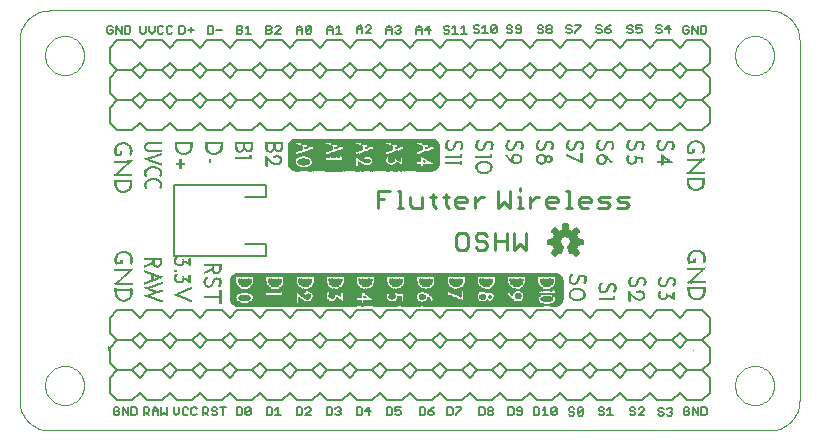
<source format=gto>
G75*
%MOIN*%
%OFA0B0*%
%FSLAX24Y24*%
%IPPOS*%
%LPD*%
%AMOC8*
5,1,8,0,0,1.08239X$1,22.5*
%
%ADD10C,0.0000*%
%ADD11R,0.0010X0.0010*%
%ADD12C,0.0110*%
%ADD13R,0.0007X0.0007*%
%ADD14R,0.0007X0.0007*%
%ADD15R,0.0007X0.0014*%
%ADD16R,0.0007X0.0105*%
%ADD17R,0.0007X0.0014*%
%ADD18R,0.0007X0.0168*%
%ADD19R,0.0007X0.0021*%
%ADD20R,0.0007X0.0063*%
%ADD21R,0.0007X0.0160*%
%ADD22R,0.0007X0.0104*%
%ADD23R,0.0007X0.0119*%
%ADD24R,0.0007X0.0203*%
%ADD25R,0.0007X0.0028*%
%ADD26R,0.0007X0.0202*%
%ADD27R,0.0007X0.0188*%
%ADD28R,0.0007X0.0028*%
%ADD29R,0.0007X0.0063*%
%ADD30R,0.0007X0.0175*%
%ADD31R,0.0007X0.0231*%
%ADD32R,0.0007X0.0035*%
%ADD33R,0.0007X0.0230*%
%ADD34R,0.0007X0.0216*%
%ADD35R,0.0007X0.0035*%
%ADD36R,0.0007X0.0210*%
%ADD37R,0.0007X0.0245*%
%ADD38R,0.0007X0.0042*%
%ADD39R,0.0007X0.0265*%
%ADD40R,0.0007X0.0237*%
%ADD41R,0.0007X0.0042*%
%ADD42R,0.0007X0.0063*%
%ADD43R,0.0007X0.0245*%
%ADD44R,0.0007X0.0259*%
%ADD45R,0.0007X0.0049*%
%ADD46R,0.0007X0.0293*%
%ADD47R,0.0007X0.0258*%
%ADD48R,0.0007X0.0042*%
%ADD49R,0.0007X0.0273*%
%ADD50R,0.0007X0.0272*%
%ADD51R,0.0007X0.0056*%
%ADD52R,0.0007X0.0307*%
%ADD53R,0.0007X0.0272*%
%ADD54R,0.0007X0.0301*%
%ADD55R,0.0007X0.0286*%
%ADD56R,0.0007X0.0321*%
%ADD57R,0.0007X0.0286*%
%ADD58R,0.0007X0.0315*%
%ADD59R,0.0007X0.0300*%
%ADD60R,0.0007X0.0070*%
%ADD61R,0.0007X0.0118*%
%ADD62R,0.0007X0.0154*%
%ADD63R,0.0007X0.0293*%
%ADD64R,0.0007X0.0322*%
%ADD65R,0.0007X0.0077*%
%ADD66R,0.0007X0.0084*%
%ADD67R,0.0007X0.0119*%
%ADD68R,0.0007X0.0307*%
%ADD69R,0.0007X0.0070*%
%ADD70R,0.0007X0.0112*%
%ADD71R,0.0007X0.0140*%
%ADD72R,0.0007X0.0132*%
%ADD73R,0.0007X0.0084*%
%ADD74R,0.0007X0.0147*%
%ADD75R,0.0007X0.0062*%
%ADD76R,0.0007X0.0077*%
%ADD77R,0.0007X0.0119*%
%ADD78R,0.0007X0.0111*%
%ADD79R,0.0007X0.0091*%
%ADD80R,0.0007X0.0098*%
%ADD81R,0.0007X0.0126*%
%ADD82R,0.0007X0.0062*%
%ADD83R,0.0007X0.0111*%
%ADD84R,0.0007X0.0104*%
%ADD85R,0.0007X0.0098*%
%ADD86R,0.0007X0.0112*%
%ADD87R,0.0007X0.0062*%
%ADD88R,0.0007X0.0091*%
%ADD89R,0.0007X0.0097*%
%ADD90R,0.0007X0.0105*%
%ADD91R,0.0007X0.0097*%
%ADD92R,0.0007X0.0090*%
%ADD93R,0.0007X0.0098*%
%ADD94R,0.0007X0.0090*%
%ADD95R,0.0007X0.0112*%
%ADD96R,0.0007X0.0084*%
%ADD97R,0.0007X0.0119*%
%ADD98R,0.0007X0.0083*%
%ADD99R,0.0007X0.0077*%
%ADD100R,0.0007X0.0126*%
%ADD101R,0.0007X0.0076*%
%ADD102R,0.0007X0.0077*%
%ADD103R,0.0007X0.0133*%
%ADD104R,0.0007X0.0076*%
%ADD105R,0.0007X0.0077*%
%ADD106R,0.0007X0.0070*%
%ADD107R,0.0007X0.0076*%
%ADD108R,0.0007X0.0069*%
%ADD109R,0.0007X0.0069*%
%ADD110R,0.0007X0.0069*%
%ADD111R,0.0007X0.0146*%
%ADD112R,0.0007X0.0069*%
%ADD113R,0.0007X0.0146*%
%ADD114R,0.0007X0.0154*%
%ADD115R,0.0007X0.0146*%
%ADD116R,0.0007X0.0139*%
%ADD117R,0.0007X0.0139*%
%ADD118R,0.0007X0.0147*%
%ADD119R,0.0007X0.0132*%
%ADD120R,0.0007X0.0147*%
%ADD121R,0.0007X0.0118*%
%ADD122R,0.0007X0.0140*%
%ADD123R,0.0007X0.0112*%
%ADD124R,0.0007X0.0056*%
%ADD125R,0.0007X0.0077*%
%ADD126R,0.0007X0.0084*%
%ADD127R,0.0007X0.0125*%
%ADD128R,0.0007X0.0084*%
%ADD129R,0.0007X0.0097*%
%ADD130R,0.0007X0.0105*%
%ADD131R,0.0007X0.0091*%
%ADD132R,0.0007X0.0097*%
%ADD133R,0.0007X0.0097*%
%ADD134R,0.0007X0.0104*%
%ADD135R,0.0007X0.0139*%
%ADD136R,0.0007X0.0111*%
%ADD137R,0.0007X0.0083*%
%ADD138R,0.0007X0.0307*%
%ADD139R,0.0007X0.0314*%
%ADD140R,0.0007X0.0308*%
%ADD141R,0.0007X0.0049*%
%ADD142R,0.0007X0.0293*%
%ADD143R,0.0007X0.0056*%
%ADD144R,0.0007X0.0301*%
%ADD145R,0.0007X0.0259*%
%ADD146R,0.0007X0.0042*%
%ADD147R,0.0007X0.0279*%
%ADD148R,0.0007X0.0279*%
%ADD149R,0.0007X0.0294*%
%ADD150R,0.0007X0.0251*%
%ADD151R,0.0007X0.0265*%
%ADD152R,0.0007X0.0273*%
%ADD153R,0.0007X0.0224*%
%ADD154R,0.0007X0.0035*%
%ADD155R,0.0007X0.0223*%
%ADD156R,0.0007X0.0244*%
%ADD157R,0.0007X0.0181*%
%ADD158R,0.0007X0.0028*%
%ADD159R,0.0007X0.0217*%
%ADD160R,0.0007X0.0161*%
%ADD161R,0.0007X0.0021*%
%ADD162R,0.0007X0.0132*%
%ADD163R,0.0007X0.0175*%
%ADD164R,0.0007X0.0007*%
%ADD165R,0.0007X0.0014*%
%ADD166R,0.0007X0.0007*%
%ADD167R,0.0007X0.0055*%
%ADD168R,0.0007X0.0014*%
%ADD169R,0.0007X0.0048*%
%ADD170R,0.0007X0.0161*%
%ADD171R,0.0007X0.0014*%
%ADD172R,0.0007X0.0014*%
%ADD173R,0.0007X0.0055*%
%ADD174R,0.0007X0.0196*%
%ADD175R,0.0007X0.0182*%
%ADD176R,0.0007X0.0055*%
%ADD177R,0.0007X0.0209*%
%ADD178R,0.0007X0.0230*%
%ADD179R,0.0007X0.0230*%
%ADD180R,0.0007X0.0237*%
%ADD181R,0.0007X0.0231*%
%ADD182R,0.0007X0.0048*%
%ADD183R,0.0007X0.0237*%
%ADD184R,0.0007X0.0042*%
%ADD185R,0.0007X0.0041*%
%ADD186R,0.0007X0.0020*%
%ADD187R,0.0007X0.0006*%
%ADD188R,0.0007X0.0007*%
%ADD189R,0.0007X0.0049*%
%ADD190R,0.0007X0.0042*%
%ADD191R,0.0007X0.0049*%
%ADD192R,0.0007X0.0048*%
%ADD193R,0.0007X0.0049*%
%ADD194R,0.0007X0.0049*%
%ADD195R,0.0007X0.0280*%
%ADD196R,0.0007X0.0280*%
%ADD197R,0.0007X0.0266*%
%ADD198R,0.0007X0.0266*%
%ADD199R,0.0007X0.0259*%
%ADD200R,0.0007X0.0189*%
%ADD201R,0.0007X0.0252*%
%ADD202R,0.0007X0.0196*%
%ADD203R,0.0007X0.0252*%
%ADD204R,0.0007X0.0217*%
%ADD205R,0.0007X0.0238*%
%ADD206R,0.0007X0.0238*%
%ADD207R,0.0007X0.0252*%
%ADD208R,0.0007X0.0266*%
%ADD209R,0.0007X0.0084*%
%ADD210R,0.0007X0.0069*%
%ADD211R,0.0007X0.0013*%
%ADD212R,0.0007X0.0020*%
%ADD213R,0.0007X0.0041*%
%ADD214R,0.0007X0.0237*%
%ADD215R,0.0007X0.0223*%
%ADD216R,0.0007X0.0224*%
%ADD217R,0.0007X0.0209*%
%ADD218R,0.0007X0.0188*%
%ADD219R,0.0007X0.0196*%
%ADD220R,0.0007X0.0168*%
%ADD221R,0.0007X0.0133*%
%ADD222R,0.0007X0.0182*%
%ADD223R,0.0007X0.0182*%
%ADD224R,0.0007X0.0203*%
%ADD225R,0.0007X0.0161*%
%ADD226R,0.0007X0.0224*%
%ADD227R,0.0007X0.0217*%
%ADD228R,0.0007X0.0287*%
%ADD229R,0.0007X0.0007*%
%ADD230R,0.0007X0.0133*%
%ADD231R,0.0007X0.0301*%
%ADD232R,0.0007X0.0062*%
%ADD233R,0.0007X0.0062*%
%ADD234R,0.0007X0.0147*%
%ADD235R,0.0007X0.0112*%
%ADD236R,0.0007X0.0119*%
%ADD237R,0.0007X0.0231*%
%ADD238R,0.0007X0.0062*%
%ADD239R,0.0007X0.0245*%
%ADD240R,0.0007X0.0083*%
%ADD241R,0.0007X0.0112*%
%ADD242R,0.0007X0.0259*%
%ADD243R,0.0007X0.0182*%
%ADD244R,0.0007X0.0294*%
%ADD245R,0.0007X0.0210*%
%ADD246R,0.0007X0.0252*%
%ADD247R,0.0007X0.0287*%
%ADD248R,0.0007X0.0203*%
%ADD249R,0.0007X0.0069*%
%ADD250R,0.0007X0.0287*%
%ADD251R,0.0007X0.0308*%
%ADD252R,0.0007X0.0154*%
%ADD253R,0.0007X0.0126*%
%ADD254R,0.0007X0.0238*%
%ADD255R,0.0007X0.0147*%
%ADD256R,0.0007X0.0139*%
%ADD257R,0.0007X0.0104*%
%ADD258R,0.0007X0.0462*%
%ADD259R,0.0007X0.0462*%
%ADD260R,0.0007X0.0259*%
%ADD261R,0.0007X0.0279*%
%ADD262R,0.0007X0.0462*%
%ADD263R,0.0007X0.0210*%
%ADD264R,0.0007X0.0175*%
%ADD265R,0.0007X0.0671*%
%ADD266R,0.0007X0.0713*%
%ADD267R,0.0007X0.0755*%
%ADD268R,0.0007X0.0790*%
%ADD269R,0.0007X0.0811*%
%ADD270R,0.0007X0.0839*%
%ADD271R,0.0007X0.0867*%
%ADD272R,0.0007X0.0881*%
%ADD273R,0.0007X0.0902*%
%ADD274R,0.0007X0.0923*%
%ADD275R,0.0007X0.0937*%
%ADD276R,0.0007X0.0951*%
%ADD277R,0.0007X0.0965*%
%ADD278R,0.0007X0.0979*%
%ADD279R,0.0007X0.0993*%
%ADD280R,0.0007X0.1000*%
%ADD281R,0.0007X0.1007*%
%ADD282R,0.0007X0.1021*%
%ADD283R,0.0007X0.1035*%
%ADD284R,0.0007X0.1035*%
%ADD285R,0.0007X0.1049*%
%ADD286R,0.0007X0.1049*%
%ADD287R,0.0007X0.1063*%
%ADD288R,0.0007X0.1063*%
%ADD289R,0.0007X0.1077*%
%ADD290R,0.0007X0.1077*%
%ADD291R,0.0007X0.1084*%
%ADD292R,0.0007X0.0846*%
%ADD293R,0.0007X0.0475*%
%ADD294R,0.0007X0.0433*%
%ADD295R,0.0007X0.0405*%
%ADD296R,0.0007X0.0294*%
%ADD297R,0.0007X0.0370*%
%ADD298R,0.0007X0.0217*%
%ADD299R,0.0007X0.0356*%
%ADD300R,0.0007X0.0335*%
%ADD301R,0.0007X0.0154*%
%ADD302R,0.0007X0.0244*%
%ADD303R,0.0007X0.0140*%
%ADD304R,0.0007X0.0195*%
%ADD305R,0.0007X0.0195*%
%ADD306R,0.0007X0.0188*%
%ADD307R,0.0007X0.0174*%
%ADD308R,0.0007X0.0168*%
%ADD309R,0.0007X0.0160*%
%ADD310R,0.0007X0.0217*%
%ADD311R,0.0007X0.0182*%
%ADD312R,0.0007X0.0160*%
%ADD313R,0.0007X0.0153*%
%ADD314R,0.0007X0.0189*%
%ADD315R,0.0007X0.0139*%
%ADD316R,0.0007X0.0252*%
%ADD317R,0.0007X0.0217*%
%ADD318R,0.0007X0.0125*%
%ADD319R,0.0007X0.0118*%
%ADD320R,0.0007X0.0153*%
%ADD321R,0.0007X0.0167*%
%ADD322R,0.0007X0.0167*%
%ADD323R,0.0007X0.0174*%
%ADD324R,0.0007X0.0181*%
%ADD325R,0.0007X0.0202*%
%ADD326R,0.0007X0.0202*%
%ADD327R,0.0007X0.0119*%
%ADD328R,0.0007X0.0189*%
%ADD329R,0.0007X0.0251*%
%ADD330R,0.0007X0.0356*%
%ADD331R,0.0007X0.0377*%
%ADD332R,0.0007X0.0273*%
%ADD333R,0.0007X0.0419*%
%ADD334R,0.0007X0.0769*%
%ADD335R,0.0007X0.0818*%
%ADD336R,0.0007X0.1119*%
%ADD337R,0.0007X0.1119*%
%ADD338R,0.0007X0.1119*%
%ADD339R,0.0007X0.0357*%
%ADD340R,0.0007X0.0350*%
%ADD341R,0.0007X0.0392*%
%ADD342R,0.0007X0.0398*%
%ADD343R,0.0007X0.0343*%
%ADD344R,0.0007X0.0252*%
%ADD345R,0.0007X0.0392*%
%ADD346R,0.0007X0.0349*%
%ADD347R,0.0007X0.0336*%
%ADD348R,0.0007X0.0329*%
%ADD349R,0.0007X0.0392*%
%ADD350R,0.0007X0.0286*%
%ADD351R,0.0007X0.0315*%
%ADD352R,0.0007X0.0251*%
%ADD353R,0.0007X0.0181*%
%ADD354R,0.0007X0.0167*%
%ADD355R,0.0007X0.0167*%
%ADD356R,0.0007X0.0132*%
%ADD357R,0.0007X0.0132*%
%ADD358R,0.0007X0.0167*%
%ADD359R,0.0007X0.0147*%
%ADD360R,0.0007X0.0727*%
%ADD361R,0.0007X0.0734*%
%ADD362R,0.0007X0.0755*%
%ADD363R,0.0007X0.0790*%
%ADD364R,0.0007X0.0818*%
%ADD365R,0.0007X0.0664*%
%ADD366R,0.0007X0.0720*%
%ADD367R,0.0007X0.0769*%
%ADD368R,0.0007X0.0797*%
%ADD369R,0.0007X0.0825*%
%ADD370R,0.0007X0.0853*%
%ADD371R,0.0007X0.0874*%
%ADD372R,0.0007X0.0888*%
%ADD373R,0.0007X0.0909*%
%ADD374R,0.0007X0.0923*%
%ADD375R,0.0007X0.0937*%
%ADD376R,0.0007X0.0965*%
%ADD377R,0.0007X0.0972*%
%ADD378R,0.0007X0.0986*%
%ADD379R,0.0007X0.1006*%
%ADD380R,0.0007X0.1013*%
%ADD381R,0.0007X0.1020*%
%ADD382R,0.0007X0.1027*%
%ADD383R,0.0007X0.1034*%
%ADD384R,0.0007X0.1041*%
%ADD385R,0.0007X0.1048*%
%ADD386R,0.0007X0.1048*%
%ADD387R,0.0007X0.1055*%
%ADD388R,0.0007X0.1062*%
%ADD389R,0.0007X0.1069*%
%ADD390R,0.0007X0.1069*%
%ADD391R,0.0007X0.1076*%
%ADD392R,0.0007X0.1076*%
%ADD393R,0.0007X0.0727*%
%ADD394R,0.0007X0.0287*%
%ADD395R,0.0007X0.0363*%
%ADD396R,0.0007X0.0216*%
%ADD397R,0.0007X0.0258*%
%ADD398R,0.0007X0.0329*%
%ADD399R,0.0007X0.0244*%
%ADD400R,0.0007X0.0174*%
%ADD401R,0.0007X0.0322*%
%ADD402R,0.0007X0.0322*%
%ADD403R,0.0007X0.0244*%
%ADD404R,0.0007X0.0308*%
%ADD405R,0.0007X0.0189*%
%ADD406R,0.0007X0.0280*%
%ADD407R,0.0007X0.0182*%
%ADD408R,0.0007X0.0272*%
%ADD409R,0.0007X0.0279*%
%ADD410R,0.0007X0.0132*%
%ADD411R,0.0007X0.0300*%
%ADD412R,0.0007X0.0153*%
%ADD413R,0.0007X0.0097*%
%ADD414R,0.0007X0.0202*%
%ADD415R,0.0007X0.0189*%
%ADD416R,0.0007X0.0202*%
%ADD417R,0.0007X0.0209*%
%ADD418R,0.0007X0.0223*%
%ADD419R,0.0007X0.0314*%
%ADD420R,0.0007X0.0321*%
%ADD421R,0.0007X0.0342*%
%ADD422R,0.0007X0.0747*%
%ADD423R,0.0007X0.0307*%
%ADD424R,0.0007X0.0754*%
%ADD425R,0.0007X0.0342*%
%ADD426R,0.0007X0.0754*%
%ADD427R,0.0007X0.0734*%
%ADD428R,0.0007X0.0754*%
%ADD429R,0.0007X0.0761*%
%ADD430R,0.0007X0.0769*%
%ADD431R,0.0007X0.0761*%
%ADD432R,0.0007X0.0768*%
%ADD433R,0.0007X0.1083*%
%ADD434R,0.0007X0.1083*%
%ADD435R,0.0007X0.1083*%
%ADD436R,0.0007X0.0398*%
%ADD437R,0.0007X0.0343*%
%ADD438R,0.0007X0.0727*%
%ADD439R,0.0007X0.0315*%
%ADD440R,0.0007X0.0440*%
%ADD441R,0.0007X0.0287*%
%ADD442R,0.0007X0.0335*%
%ADD443R,0.0007X0.0398*%
%ADD444R,0.0007X0.0202*%
%ADD445R,0.0007X0.0209*%
%ADD446R,0.0007X0.0363*%
%ADD447R,0.0007X0.0363*%
%ADD448R,0.0007X0.0356*%
%ADD449R,0.0007X0.0349*%
%ADD450R,0.0007X0.0349*%
%ADD451R,0.0007X0.0342*%
%ADD452R,0.0007X0.0335*%
%ADD453R,0.0007X0.0328*%
%ADD454R,0.0007X0.0314*%
%ADD455R,0.0007X0.0307*%
%ADD456R,0.0007X0.0195*%
%ADD457R,0.0007X0.0279*%
%ADD458R,0.0007X0.0747*%
%ADD459R,0.0007X0.0768*%
%ADD460R,0.0007X0.0566*%
%ADD461R,0.0007X0.0517*%
%ADD462R,0.0007X0.0489*%
%ADD463R,0.0007X0.0475*%
%ADD464R,0.0007X0.0454*%
%ADD465R,0.0007X0.0447*%
%ADD466R,0.0007X0.0433*%
%ADD467R,0.0007X0.0419*%
%ADD468R,0.0007X0.0412*%
%ADD469R,0.0007X0.0391*%
%ADD470R,0.0007X0.0328*%
%ADD471R,0.0007X0.0384*%
%ADD472R,0.0007X0.0377*%
%ADD473R,0.0007X0.0370*%
%ADD474R,0.0007X0.0258*%
%ADD475R,0.0007X0.0216*%
%ADD476R,0.0007X0.0237*%
%ADD477R,0.0007X0.0342*%
%ADD478R,0.0007X0.0370*%
%ADD479R,0.0007X0.0391*%
%ADD480R,0.0007X0.0405*%
%ADD481R,0.0007X0.0412*%
%ADD482R,0.0007X0.0461*%
%ADD483R,0.0007X0.0747*%
%ADD484R,0.0007X0.0496*%
%ADD485R,0.0007X0.0734*%
%ADD486R,0.0007X0.0678*%
%ADD487R,0.0007X0.0328*%
%ADD488R,0.0007X0.0384*%
%ADD489R,0.0007X0.0391*%
%ADD490R,0.0007X0.0384*%
%ADD491R,0.0007X0.0384*%
%ADD492R,0.0007X0.0329*%
%ADD493R,0.0007X0.0377*%
%ADD494R,0.0007X0.0329*%
%ADD495R,0.0007X0.0329*%
%ADD496R,0.0007X0.0384*%
%ADD497R,0.0007X0.0377*%
%ADD498R,0.0007X0.0321*%
%ADD499R,0.0007X0.0265*%
%ADD500R,0.0007X0.0167*%
%ADD501R,0.0007X0.0357*%
%ADD502R,0.0007X0.0357*%
%ADD503R,0.0007X0.0357*%
%ADD504R,0.0007X0.0272*%
%ADD505R,0.0007X0.0287*%
%ADD506R,0.0007X0.0727*%
%ADD507R,0.0007X0.0818*%
%ADD508R,0.0007X0.0768*%
%ADD509R,0.0007X0.0762*%
%ADD510R,0.0007X0.0342*%
%ADD511R,0.0007X0.0189*%
%ADD512R,0.0007X0.0412*%
%ADD513R,0.0007X0.0419*%
%ADD514R,0.0007X0.0426*%
%ADD515R,0.0007X0.0307*%
%ADD516R,0.0007X0.0433*%
%ADD517R,0.0007X0.0440*%
%ADD518R,0.0007X0.0447*%
%ADD519R,0.0007X0.0349*%
%ADD520R,0.0007X0.0454*%
%ADD521R,0.0007X0.0468*%
%ADD522R,0.0007X0.0489*%
%ADD523R,0.0007X0.0461*%
%ADD524R,0.0007X0.0713*%
%ADD525R,0.0007X0.0747*%
%ADD526R,0.0007X0.0747*%
%ADD527R,0.0007X0.1041*%
%ADD528R,0.0007X0.1034*%
%ADD529R,0.0007X0.1000*%
%ADD530R,0.0007X0.0993*%
%ADD531R,0.0007X0.0979*%
%ADD532R,0.0007X0.0972*%
%ADD533R,0.0007X0.0958*%
%ADD534R,0.0007X0.0944*%
%ADD535R,0.0007X0.0930*%
%ADD536R,0.0007X0.0916*%
%ADD537R,0.0007X0.0881*%
%ADD538R,0.0007X0.0867*%
%ADD539R,0.0007X0.0839*%
%ADD540R,0.0007X0.0748*%
%ADD541R,0.0007X0.0706*%
%ADD542R,0.0007X0.0608*%
%ADD543R,0.0007X0.0427*%
%ADD544R,0.0007X0.0427*%
%ADD545R,0.0007X0.0420*%
%ADD546R,0.0007X0.0420*%
%ADD547R,0.0007X0.0413*%
%ADD548R,0.0007X0.0413*%
%ADD549R,0.0007X0.0413*%
%ADD550R,0.0007X0.0406*%
%ADD551R,0.0007X0.0406*%
%ADD552R,0.0007X0.0399*%
%ADD553R,0.0007X0.0399*%
%ADD554R,0.0007X0.0385*%
%ADD555R,0.0007X0.0385*%
%ADD556R,0.0007X0.0378*%
%ADD557R,0.0007X0.0378*%
%ADD558R,0.0007X0.0371*%
%ADD559R,0.0007X0.0371*%
%ADD560R,0.0007X0.0364*%
%ADD561R,0.0007X0.0174*%
%ADD562R,0.0007X0.0364*%
%ADD563R,0.0007X0.0174*%
%ADD564R,0.0007X0.0350*%
%ADD565R,0.0007X0.0336*%
%ADD566R,0.0007X0.0336*%
%ADD567R,0.0007X0.0790*%
%ADD568R,0.0007X0.0461*%
%ADD569R,0.0007X0.0104*%
%ADD570R,0.0007X0.0090*%
%ADD571R,0.0007X0.0209*%
%ADD572R,0.0007X0.0349*%
%ADD573R,0.0007X0.0769*%
%ADD574R,0.0007X0.0434*%
%ADD575R,0.0007X0.0678*%
%ADD576R,0.0007X0.0385*%
%ADD577R,0.0007X0.0378*%
%ADD578R,0.0007X0.0244*%
%ADD579R,0.0007X0.0279*%
%ADD580R,0.0007X0.0154*%
%ADD581R,0.0007X0.0755*%
%ADD582R,0.0007X0.0496*%
%ADD583R,0.0007X0.0104*%
%ADD584R,0.0007X0.0510*%
%ADD585R,0.0007X0.0811*%
%ADD586R,0.0007X0.1112*%
%ADD587R,0.0007X0.1112*%
%ADD588R,0.0007X0.1105*%
%ADD589R,0.0007X0.1105*%
%ADD590R,0.0007X0.1091*%
%ADD591R,0.0007X0.1091*%
%ADD592R,0.0007X0.1084*%
%ADD593R,0.0007X0.1077*%
%ADD594R,0.0007X0.1063*%
%ADD595R,0.0007X0.1042*%
%ADD596R,0.0007X0.1028*%
%ADD597R,0.0007X0.1021*%
%ADD598R,0.0007X0.1007*%
%ADD599R,0.0007X0.0930*%
%ADD600R,0.0007X0.0909*%
%ADD601R,0.0007X0.0895*%
%ADD602R,0.0007X0.0881*%
%ADD603R,0.0007X0.0853*%
%ADD604R,0.0007X0.0832*%
%ADD605R,0.0007X0.0783*%
%ADD606R,0.0007X0.0741*%
%ADD607R,0.0007X0.0699*%
%ADD608R,0.0007X0.0629*%
%ADD609R,0.0007X0.0322*%
%ADD610R,0.0007X0.0350*%
%ADD611R,0.0007X0.0154*%
%ADD612R,0.0007X0.0364*%
%ADD613R,0.0007X0.0357*%
%ADD614R,0.0007X0.0224*%
%ADD615R,0.0007X0.0027*%
%ADD616R,0.0007X0.0224*%
%ADD617R,0.0007X0.0021*%
%ADD618C,0.0050*%
%ADD619C,0.0059*%
%ADD620C,0.0080*%
D10*
X001140Y003015D02*
X025140Y003015D01*
X025200Y003017D01*
X025261Y003022D01*
X025320Y003031D01*
X025379Y003044D01*
X025438Y003060D01*
X025495Y003080D01*
X025550Y003103D01*
X025605Y003130D01*
X025657Y003159D01*
X025708Y003192D01*
X025757Y003228D01*
X025803Y003266D01*
X025847Y003308D01*
X025889Y003352D01*
X025927Y003398D01*
X025963Y003447D01*
X025996Y003498D01*
X026025Y003550D01*
X026052Y003605D01*
X026075Y003660D01*
X026095Y003717D01*
X026111Y003776D01*
X026124Y003835D01*
X026133Y003894D01*
X026138Y003955D01*
X026140Y004015D01*
X026140Y016015D01*
X026138Y016075D01*
X026133Y016136D01*
X026124Y016195D01*
X026111Y016254D01*
X026095Y016313D01*
X026075Y016370D01*
X026052Y016425D01*
X026025Y016480D01*
X025996Y016532D01*
X025963Y016583D01*
X025927Y016632D01*
X025889Y016678D01*
X025847Y016722D01*
X025803Y016764D01*
X025757Y016802D01*
X025708Y016838D01*
X025657Y016871D01*
X025605Y016900D01*
X025550Y016927D01*
X025495Y016950D01*
X025438Y016970D01*
X025379Y016986D01*
X025320Y016999D01*
X025261Y017008D01*
X025200Y017013D01*
X025140Y017015D01*
X001140Y017015D01*
X001080Y017013D01*
X001019Y017008D01*
X000960Y016999D01*
X000901Y016986D01*
X000842Y016970D01*
X000785Y016950D01*
X000730Y016927D01*
X000675Y016900D01*
X000623Y016871D01*
X000572Y016838D01*
X000523Y016802D01*
X000477Y016764D01*
X000433Y016722D01*
X000391Y016678D01*
X000353Y016632D01*
X000317Y016583D01*
X000284Y016532D01*
X000255Y016480D01*
X000228Y016425D01*
X000205Y016370D01*
X000185Y016313D01*
X000169Y016254D01*
X000156Y016195D01*
X000147Y016136D01*
X000142Y016075D01*
X000140Y016015D01*
X000140Y004015D01*
X000142Y003955D01*
X000147Y003894D01*
X000156Y003835D01*
X000169Y003776D01*
X000185Y003717D01*
X000205Y003660D01*
X000228Y003605D01*
X000255Y003550D01*
X000284Y003498D01*
X000317Y003447D01*
X000353Y003398D01*
X000391Y003352D01*
X000433Y003308D01*
X000477Y003266D01*
X000523Y003228D01*
X000572Y003192D01*
X000623Y003159D01*
X000675Y003130D01*
X000730Y003103D01*
X000785Y003080D01*
X000842Y003060D01*
X000901Y003044D01*
X000960Y003031D01*
X001019Y003022D01*
X001080Y003017D01*
X001140Y003015D01*
X000990Y004515D02*
X000992Y004565D01*
X000998Y004615D01*
X001008Y004665D01*
X001021Y004713D01*
X001038Y004761D01*
X001059Y004807D01*
X001083Y004851D01*
X001111Y004893D01*
X001142Y004933D01*
X001176Y004970D01*
X001213Y005005D01*
X001252Y005036D01*
X001293Y005065D01*
X001337Y005090D01*
X001383Y005112D01*
X001430Y005130D01*
X001478Y005144D01*
X001527Y005155D01*
X001577Y005162D01*
X001627Y005165D01*
X001678Y005164D01*
X001728Y005159D01*
X001778Y005150D01*
X001826Y005138D01*
X001874Y005121D01*
X001920Y005101D01*
X001965Y005078D01*
X002008Y005051D01*
X002048Y005021D01*
X002086Y004988D01*
X002121Y004952D01*
X002154Y004913D01*
X002183Y004872D01*
X002209Y004829D01*
X002232Y004784D01*
X002251Y004737D01*
X002266Y004689D01*
X002278Y004640D01*
X002286Y004590D01*
X002290Y004540D01*
X002290Y004490D01*
X002286Y004440D01*
X002278Y004390D01*
X002266Y004341D01*
X002251Y004293D01*
X002232Y004246D01*
X002209Y004201D01*
X002183Y004158D01*
X002154Y004117D01*
X002121Y004078D01*
X002086Y004042D01*
X002048Y004009D01*
X002008Y003979D01*
X001965Y003952D01*
X001920Y003929D01*
X001874Y003909D01*
X001826Y003892D01*
X001778Y003880D01*
X001728Y003871D01*
X001678Y003866D01*
X001627Y003865D01*
X001577Y003868D01*
X001527Y003875D01*
X001478Y003886D01*
X001430Y003900D01*
X001383Y003918D01*
X001337Y003940D01*
X001293Y003965D01*
X001252Y003994D01*
X001213Y004025D01*
X001176Y004060D01*
X001142Y004097D01*
X001111Y004137D01*
X001083Y004179D01*
X001059Y004223D01*
X001038Y004269D01*
X001021Y004317D01*
X001008Y004365D01*
X000998Y004415D01*
X000992Y004465D01*
X000990Y004515D01*
X023990Y004515D02*
X023992Y004565D01*
X023998Y004615D01*
X024008Y004665D01*
X024021Y004713D01*
X024038Y004761D01*
X024059Y004807D01*
X024083Y004851D01*
X024111Y004893D01*
X024142Y004933D01*
X024176Y004970D01*
X024213Y005005D01*
X024252Y005036D01*
X024293Y005065D01*
X024337Y005090D01*
X024383Y005112D01*
X024430Y005130D01*
X024478Y005144D01*
X024527Y005155D01*
X024577Y005162D01*
X024627Y005165D01*
X024678Y005164D01*
X024728Y005159D01*
X024778Y005150D01*
X024826Y005138D01*
X024874Y005121D01*
X024920Y005101D01*
X024965Y005078D01*
X025008Y005051D01*
X025048Y005021D01*
X025086Y004988D01*
X025121Y004952D01*
X025154Y004913D01*
X025183Y004872D01*
X025209Y004829D01*
X025232Y004784D01*
X025251Y004737D01*
X025266Y004689D01*
X025278Y004640D01*
X025286Y004590D01*
X025290Y004540D01*
X025290Y004490D01*
X025286Y004440D01*
X025278Y004390D01*
X025266Y004341D01*
X025251Y004293D01*
X025232Y004246D01*
X025209Y004201D01*
X025183Y004158D01*
X025154Y004117D01*
X025121Y004078D01*
X025086Y004042D01*
X025048Y004009D01*
X025008Y003979D01*
X024965Y003952D01*
X024920Y003929D01*
X024874Y003909D01*
X024826Y003892D01*
X024778Y003880D01*
X024728Y003871D01*
X024678Y003866D01*
X024627Y003865D01*
X024577Y003868D01*
X024527Y003875D01*
X024478Y003886D01*
X024430Y003900D01*
X024383Y003918D01*
X024337Y003940D01*
X024293Y003965D01*
X024252Y003994D01*
X024213Y004025D01*
X024176Y004060D01*
X024142Y004097D01*
X024111Y004137D01*
X024083Y004179D01*
X024059Y004223D01*
X024038Y004269D01*
X024021Y004317D01*
X024008Y004365D01*
X023998Y004415D01*
X023992Y004465D01*
X023990Y004515D01*
X023990Y015515D02*
X023992Y015565D01*
X023998Y015615D01*
X024008Y015665D01*
X024021Y015713D01*
X024038Y015761D01*
X024059Y015807D01*
X024083Y015851D01*
X024111Y015893D01*
X024142Y015933D01*
X024176Y015970D01*
X024213Y016005D01*
X024252Y016036D01*
X024293Y016065D01*
X024337Y016090D01*
X024383Y016112D01*
X024430Y016130D01*
X024478Y016144D01*
X024527Y016155D01*
X024577Y016162D01*
X024627Y016165D01*
X024678Y016164D01*
X024728Y016159D01*
X024778Y016150D01*
X024826Y016138D01*
X024874Y016121D01*
X024920Y016101D01*
X024965Y016078D01*
X025008Y016051D01*
X025048Y016021D01*
X025086Y015988D01*
X025121Y015952D01*
X025154Y015913D01*
X025183Y015872D01*
X025209Y015829D01*
X025232Y015784D01*
X025251Y015737D01*
X025266Y015689D01*
X025278Y015640D01*
X025286Y015590D01*
X025290Y015540D01*
X025290Y015490D01*
X025286Y015440D01*
X025278Y015390D01*
X025266Y015341D01*
X025251Y015293D01*
X025232Y015246D01*
X025209Y015201D01*
X025183Y015158D01*
X025154Y015117D01*
X025121Y015078D01*
X025086Y015042D01*
X025048Y015009D01*
X025008Y014979D01*
X024965Y014952D01*
X024920Y014929D01*
X024874Y014909D01*
X024826Y014892D01*
X024778Y014880D01*
X024728Y014871D01*
X024678Y014866D01*
X024627Y014865D01*
X024577Y014868D01*
X024527Y014875D01*
X024478Y014886D01*
X024430Y014900D01*
X024383Y014918D01*
X024337Y014940D01*
X024293Y014965D01*
X024252Y014994D01*
X024213Y015025D01*
X024176Y015060D01*
X024142Y015097D01*
X024111Y015137D01*
X024083Y015179D01*
X024059Y015223D01*
X024038Y015269D01*
X024021Y015317D01*
X024008Y015365D01*
X023998Y015415D01*
X023992Y015465D01*
X023990Y015515D01*
X000990Y015515D02*
X000992Y015565D01*
X000998Y015615D01*
X001008Y015665D01*
X001021Y015713D01*
X001038Y015761D01*
X001059Y015807D01*
X001083Y015851D01*
X001111Y015893D01*
X001142Y015933D01*
X001176Y015970D01*
X001213Y016005D01*
X001252Y016036D01*
X001293Y016065D01*
X001337Y016090D01*
X001383Y016112D01*
X001430Y016130D01*
X001478Y016144D01*
X001527Y016155D01*
X001577Y016162D01*
X001627Y016165D01*
X001678Y016164D01*
X001728Y016159D01*
X001778Y016150D01*
X001826Y016138D01*
X001874Y016121D01*
X001920Y016101D01*
X001965Y016078D01*
X002008Y016051D01*
X002048Y016021D01*
X002086Y015988D01*
X002121Y015952D01*
X002154Y015913D01*
X002183Y015872D01*
X002209Y015829D01*
X002232Y015784D01*
X002251Y015737D01*
X002266Y015689D01*
X002278Y015640D01*
X002286Y015590D01*
X002290Y015540D01*
X002290Y015490D01*
X002286Y015440D01*
X002278Y015390D01*
X002266Y015341D01*
X002251Y015293D01*
X002232Y015246D01*
X002209Y015201D01*
X002183Y015158D01*
X002154Y015117D01*
X002121Y015078D01*
X002086Y015042D01*
X002048Y015009D01*
X002008Y014979D01*
X001965Y014952D01*
X001920Y014929D01*
X001874Y014909D01*
X001826Y014892D01*
X001778Y014880D01*
X001728Y014871D01*
X001678Y014866D01*
X001627Y014865D01*
X001577Y014868D01*
X001527Y014875D01*
X001478Y014886D01*
X001430Y014900D01*
X001383Y014918D01*
X001337Y014940D01*
X001293Y014965D01*
X001252Y014994D01*
X001213Y015025D01*
X001176Y015060D01*
X001142Y015097D01*
X001111Y015137D01*
X001083Y015179D01*
X001059Y015223D01*
X001038Y015269D01*
X001021Y015317D01*
X001008Y015365D01*
X000998Y015415D01*
X000992Y015465D01*
X000990Y015515D01*
D11*
X003135Y005800D03*
X003135Y005790D03*
X003135Y005780D03*
X003135Y005770D03*
X003135Y005760D03*
X003135Y005750D03*
X003135Y005740D03*
X003135Y005730D03*
X003135Y005720D03*
X003135Y005710D03*
X003135Y005700D03*
X003135Y005690D03*
X003135Y005680D03*
X003135Y005670D03*
X003135Y005660D03*
X022635Y005650D03*
D12*
X017022Y009020D02*
X017022Y009611D01*
X016629Y009611D02*
X016629Y009020D01*
X016825Y009217D01*
X017022Y009020D01*
X016378Y009020D02*
X016378Y009611D01*
X016378Y009315D02*
X015984Y009315D01*
X015733Y009217D02*
X015733Y009118D01*
X015635Y009020D01*
X015438Y009020D01*
X015340Y009118D01*
X015438Y009315D02*
X015635Y009315D01*
X015733Y009217D01*
X015438Y009315D02*
X015340Y009414D01*
X015340Y009512D01*
X015438Y009611D01*
X015635Y009611D01*
X015733Y009512D01*
X015984Y009611D02*
X015984Y009020D01*
X015089Y009118D02*
X014990Y009020D01*
X014793Y009020D01*
X014695Y009118D01*
X014695Y009512D01*
X014793Y009611D01*
X014990Y009611D01*
X015089Y009512D01*
X015089Y009118D01*
X014968Y010420D02*
X014772Y010420D01*
X014673Y010518D01*
X014673Y010715D01*
X014772Y010814D01*
X014968Y010814D01*
X015067Y010715D01*
X015067Y010617D01*
X014673Y010617D01*
X014440Y010814D02*
X014243Y010814D01*
X014342Y010912D02*
X014342Y010518D01*
X014440Y010420D01*
X014011Y010420D02*
X013912Y010518D01*
X013912Y010912D01*
X013814Y010814D02*
X014011Y010814D01*
X013563Y010814D02*
X013563Y010420D01*
X013268Y010420D01*
X013169Y010518D01*
X013169Y010814D01*
X012838Y011011D02*
X012838Y010420D01*
X012740Y010420D02*
X012936Y010420D01*
X012292Y010715D02*
X012095Y010715D01*
X012095Y010420D02*
X012095Y011011D01*
X012489Y011011D01*
X012740Y011011D02*
X012838Y011011D01*
X015318Y010814D02*
X015318Y010420D01*
X015318Y010617D02*
X015515Y010814D01*
X015613Y010814D01*
X016095Y011011D02*
X016095Y010420D01*
X016292Y010617D01*
X016489Y010420D01*
X016489Y011011D01*
X016740Y010814D02*
X016838Y010814D01*
X016838Y010420D01*
X016740Y010420D02*
X016936Y010420D01*
X017169Y010420D02*
X017169Y010814D01*
X017366Y010814D02*
X017465Y010814D01*
X017366Y010814D02*
X017169Y010617D01*
X017706Y010617D02*
X018100Y010617D01*
X018100Y010715D01*
X018002Y010814D01*
X017805Y010814D01*
X017706Y010715D01*
X017706Y010518D01*
X017805Y010420D01*
X018002Y010420D01*
X018351Y010420D02*
X018548Y010420D01*
X018449Y010420D02*
X018449Y011011D01*
X018351Y011011D01*
X018781Y010715D02*
X018879Y010814D01*
X019076Y010814D01*
X019174Y010715D01*
X019174Y010617D01*
X018781Y010617D01*
X018781Y010715D02*
X018781Y010518D01*
X018879Y010420D01*
X019076Y010420D01*
X019425Y010420D02*
X019720Y010420D01*
X019819Y010518D01*
X019720Y010617D01*
X019524Y010617D01*
X019425Y010715D01*
X019524Y010814D01*
X019819Y010814D01*
X020070Y010715D02*
X020168Y010617D01*
X020365Y010617D01*
X020463Y010518D01*
X020365Y010420D01*
X020070Y010420D01*
X020070Y010715D02*
X020168Y010814D01*
X020463Y010814D01*
X016838Y011011D02*
X016838Y011109D01*
D13*
X016372Y012155D03*
X015855Y012406D03*
X014848Y012406D03*
X013807Y012420D03*
X013702Y011966D03*
X012808Y012420D03*
X012801Y012420D03*
X011801Y012420D03*
X010788Y012420D03*
X009789Y012420D03*
X009782Y012420D03*
X004317Y012050D03*
X003318Y011512D03*
X004338Y007750D03*
X011718Y007436D03*
X011725Y007436D03*
X019915Y011952D03*
X019880Y012406D03*
X020886Y012406D03*
X022913Y012280D03*
X017867Y012406D03*
D14*
X008615Y012134D03*
X004827Y011498D03*
X003828Y012218D03*
X003926Y008379D03*
X003325Y007883D03*
X004331Y007499D03*
X019957Y007653D03*
X021536Y007618D03*
D15*
X019586Y007907D03*
X022940Y008634D03*
X021927Y011941D03*
X020474Y012130D03*
X018503Y012661D03*
X016490Y012661D03*
X013793Y012416D03*
X012794Y012416D03*
X011780Y012416D03*
X010781Y012416D03*
X009775Y012416D03*
X003325Y011515D03*
X005603Y008704D03*
X005603Y008131D03*
X006421Y008096D03*
X006798Y007844D03*
X005309Y007544D03*
X004911Y008117D03*
X003842Y008592D03*
X011711Y007439D03*
D16*
X012486Y007478D03*
X010474Y007506D03*
X009845Y007485D03*
X007378Y008191D03*
X006651Y008030D03*
X005603Y008016D03*
X003423Y007450D03*
X003423Y011561D03*
X003325Y012329D03*
X003395Y012469D03*
X005421Y012343D03*
X009356Y012679D03*
X009377Y012679D03*
X010376Y012679D03*
X011375Y012679D03*
X012374Y012679D03*
X012395Y012679D03*
X013395Y012679D03*
X013534Y012204D03*
X014422Y012623D03*
X012395Y012162D03*
X011822Y012008D03*
X010390Y012162D03*
X010376Y012162D03*
X016714Y012588D03*
X017441Y012623D03*
X018650Y012441D03*
X019733Y012588D03*
X020460Y012623D03*
X020662Y012441D03*
X021669Y012441D03*
X021746Y012588D03*
X022507Y011624D03*
X022927Y008379D03*
X021711Y007890D03*
X021732Y007450D03*
X021508Y007450D03*
X019810Y007834D03*
X018957Y007450D03*
X018538Y007639D03*
X018538Y007953D03*
X017539Y007548D03*
X017616Y007191D03*
X017846Y007191D03*
X017860Y007191D03*
X015862Y007478D03*
X015841Y007478D03*
X015827Y007478D03*
X015505Y007478D03*
D17*
X018594Y008194D03*
X021564Y008110D03*
X023024Y008424D03*
X021920Y011941D03*
X022996Y012067D03*
X020669Y012137D03*
X020516Y012661D03*
X019509Y012661D03*
X017497Y012661D03*
X015484Y012661D03*
X014478Y012661D03*
X013800Y012416D03*
X013688Y011969D03*
X012787Y012416D03*
X011787Y012416D03*
X010774Y012416D03*
X009768Y012416D03*
X003912Y012004D03*
X003919Y008375D03*
X004904Y008117D03*
X005316Y007544D03*
X003332Y007886D03*
D18*
X005610Y008054D03*
X005610Y008620D03*
X007476Y007984D03*
X008482Y007984D03*
X009803Y007481D03*
X010495Y007984D03*
X011501Y007984D03*
X012542Y007222D03*
X012549Y007222D03*
X012563Y007222D03*
X012577Y007222D03*
X012591Y007222D03*
X012605Y007222D03*
X012612Y007222D03*
X013527Y007222D03*
X013653Y007222D03*
X013527Y007467D03*
X013514Y007984D03*
X015526Y007984D03*
X015540Y007481D03*
X015561Y007222D03*
X015575Y007222D03*
X015589Y007222D03*
X015596Y007222D03*
X015610Y007222D03*
X015624Y007222D03*
X015631Y007222D03*
X016721Y007488D03*
X016833Y007488D03*
X017623Y007383D03*
X017630Y007383D03*
X017839Y007383D03*
X017853Y007383D03*
X017986Y007222D03*
X021739Y007488D03*
X022444Y008746D03*
X021969Y012514D03*
X020963Y012514D03*
X018950Y012514D03*
X017944Y012514D03*
X013590Y012647D03*
X013576Y012647D03*
X012577Y012647D03*
X012563Y012416D03*
X011557Y012416D03*
X011564Y012647D03*
X010565Y012647D03*
X010558Y012647D03*
X009565Y012647D03*
X009558Y012647D03*
X009544Y012416D03*
X009370Y012130D03*
X009481Y011969D03*
X004338Y011585D03*
X003332Y011277D03*
X007483Y007222D03*
X007832Y007222D03*
X007839Y007222D03*
D19*
X005323Y007548D03*
X004352Y007499D03*
X004352Y007750D03*
X004897Y008114D03*
X005400Y008184D03*
X005400Y008750D03*
X003912Y008372D03*
X003339Y007890D03*
X011704Y007443D03*
X020949Y007862D03*
X021529Y007618D03*
X022416Y011582D03*
X021913Y011945D03*
X013786Y012420D03*
X013674Y011973D03*
X011773Y012420D03*
X010767Y012420D03*
X008622Y012134D03*
X004338Y012050D03*
X003332Y011519D03*
D20*
X003479Y011540D03*
X003493Y011540D03*
X003500Y011540D03*
X003514Y011540D03*
X003527Y011540D03*
X003541Y011540D03*
X003548Y011540D03*
X003562Y011540D03*
X003576Y011540D03*
X003590Y011540D03*
X003604Y011540D03*
X003611Y011540D03*
X003625Y011540D03*
X003653Y011540D03*
X003660Y011540D03*
X003674Y011540D03*
X003688Y011540D03*
X003702Y011540D03*
X003709Y011540D03*
X003723Y011540D03*
X003737Y011540D03*
X003744Y011540D03*
X003765Y011540D03*
X003772Y011540D03*
X003786Y011540D03*
X003800Y011540D03*
X003807Y011540D03*
X003821Y011540D03*
X003835Y011540D03*
X003849Y011540D03*
X003856Y011540D03*
X003870Y011540D03*
X003884Y011540D03*
X003898Y011540D03*
X003835Y011330D03*
X003821Y011330D03*
X003807Y011330D03*
X003800Y011330D03*
X003786Y011330D03*
X003772Y011330D03*
X003765Y011330D03*
X003744Y011330D03*
X003737Y011330D03*
X003723Y011330D03*
X003709Y011330D03*
X003702Y011330D03*
X003688Y011330D03*
X003674Y011330D03*
X003660Y011330D03*
X003653Y011330D03*
X003625Y011330D03*
X003611Y011330D03*
X003604Y011330D03*
X003590Y011330D03*
X003576Y011330D03*
X003562Y011330D03*
X003548Y011330D03*
X003541Y011330D03*
X003527Y011330D03*
X003514Y011330D03*
X003500Y011330D03*
X003493Y011330D03*
X003479Y011330D03*
X003451Y011330D03*
X003437Y011330D03*
X003430Y011330D03*
X003416Y011330D03*
X003388Y011330D03*
X003451Y011610D03*
X003451Y011980D03*
X003437Y011980D03*
X003430Y011980D03*
X003416Y011980D03*
X003388Y011980D03*
X003381Y011980D03*
X003367Y011980D03*
X003353Y011980D03*
X003339Y011980D03*
X003332Y011980D03*
X003479Y011980D03*
X003493Y011980D03*
X003500Y011980D03*
X003514Y011980D03*
X003527Y011980D03*
X003541Y011980D03*
X003548Y011980D03*
X003562Y011980D03*
X003576Y011980D03*
X003590Y011980D03*
X003604Y011980D03*
X003611Y011980D03*
X003625Y011980D03*
X003653Y011980D03*
X003660Y011980D03*
X003674Y011980D03*
X003688Y011980D03*
X003702Y011980D03*
X003709Y011980D03*
X003723Y011980D03*
X003737Y011980D03*
X003744Y011980D03*
X003856Y011980D03*
X003500Y012211D03*
X003493Y012211D03*
X003479Y012211D03*
X003451Y012211D03*
X003437Y012211D03*
X003430Y012211D03*
X003416Y012211D03*
X003500Y012567D03*
X003514Y012574D03*
X003541Y012581D03*
X003548Y012588D03*
X003562Y012588D03*
X003576Y012588D03*
X003590Y012595D03*
X003604Y012595D03*
X003611Y012595D03*
X003625Y012595D03*
X003653Y012588D03*
X003660Y012588D03*
X003674Y012588D03*
X003688Y012581D03*
X003702Y012581D03*
X003709Y012574D03*
X003744Y012560D03*
X005414Y012595D03*
X005428Y012595D03*
X005435Y012595D03*
X005449Y012595D03*
X005477Y012595D03*
X005484Y012595D03*
X005498Y012595D03*
X005512Y012595D03*
X005526Y012595D03*
X005540Y012595D03*
X005547Y012595D03*
X005561Y012595D03*
X005575Y012595D03*
X005589Y012595D03*
X005596Y012595D03*
X005610Y012595D03*
X005624Y012595D03*
X005631Y012595D03*
X005652Y012595D03*
X005659Y012595D03*
X005673Y012595D03*
X005687Y012595D03*
X005694Y012595D03*
X005708Y012595D03*
X005722Y012595D03*
X005736Y012595D03*
X005743Y012595D03*
X005771Y012595D03*
X005785Y012595D03*
X005792Y012595D03*
X005806Y012595D03*
X005834Y012595D03*
X005848Y012595D03*
X005855Y012595D03*
X006414Y012595D03*
X006428Y012595D03*
X006435Y012595D03*
X006449Y012595D03*
X006476Y012595D03*
X006483Y012595D03*
X006497Y012595D03*
X006511Y012595D03*
X006518Y012595D03*
X006539Y012595D03*
X006546Y012595D03*
X006560Y012595D03*
X006574Y012595D03*
X006588Y012595D03*
X006595Y012595D03*
X006609Y012595D03*
X006623Y012595D03*
X006630Y012595D03*
X006644Y012595D03*
X006658Y012595D03*
X006672Y012595D03*
X006679Y012595D03*
X006693Y012595D03*
X006707Y012595D03*
X006721Y012595D03*
X006735Y012595D03*
X006742Y012595D03*
X006770Y012595D03*
X006784Y012595D03*
X006791Y012595D03*
X006805Y012595D03*
X006833Y012595D03*
X006847Y012595D03*
X006854Y012595D03*
X006868Y012595D03*
X006707Y012239D03*
X006693Y012239D03*
X006679Y012239D03*
X006672Y012232D03*
X006658Y012232D03*
X006644Y012232D03*
X006630Y012232D03*
X006623Y012232D03*
X006609Y012232D03*
X006595Y012239D03*
X006588Y012239D03*
X006574Y012239D03*
X007364Y012113D03*
X007371Y012113D03*
X007385Y012113D03*
X007399Y012113D03*
X007413Y012113D03*
X007427Y012113D03*
X007434Y012113D03*
X007448Y012113D03*
X007476Y012113D03*
X007483Y012113D03*
X007497Y012113D03*
X007511Y012113D03*
X007518Y012113D03*
X007532Y012113D03*
X007546Y012113D03*
X007560Y012113D03*
X007567Y012113D03*
X007588Y012113D03*
X007595Y012113D03*
X007609Y012113D03*
X007623Y012113D03*
X007630Y012113D03*
X007643Y012113D03*
X007657Y012113D03*
X007671Y012113D03*
X007678Y012113D03*
X007692Y012113D03*
X007706Y012113D03*
X007720Y012113D03*
X007734Y012113D03*
X007741Y012113D03*
X007769Y012113D03*
X007783Y012113D03*
X007790Y012113D03*
X007804Y012113D03*
X007804Y012329D03*
X007790Y012329D03*
X007783Y012329D03*
X007769Y012329D03*
X007741Y012336D03*
X007734Y012336D03*
X007720Y012343D03*
X007567Y012322D03*
X007560Y012322D03*
X007546Y012315D03*
X007518Y012308D03*
X007511Y012308D03*
X007497Y012308D03*
X007497Y012595D03*
X007511Y012595D03*
X007518Y012595D03*
X007532Y012595D03*
X007546Y012595D03*
X007560Y012595D03*
X007567Y012595D03*
X007588Y012595D03*
X007595Y012595D03*
X007609Y012595D03*
X007678Y012595D03*
X007692Y012595D03*
X007706Y012595D03*
X007720Y012595D03*
X007734Y012595D03*
X007741Y012595D03*
X007769Y012595D03*
X007783Y012595D03*
X007790Y012595D03*
X007804Y012595D03*
X007832Y012595D03*
X007839Y012595D03*
X007853Y012595D03*
X007867Y012595D03*
X007483Y012595D03*
X007476Y012595D03*
X007448Y012595D03*
X007434Y012595D03*
X007427Y012595D03*
X007413Y012595D03*
X008419Y012595D03*
X008433Y012595D03*
X008447Y012595D03*
X008454Y012595D03*
X008475Y012595D03*
X008482Y012595D03*
X008496Y012595D03*
X008510Y012595D03*
X008517Y012595D03*
X008531Y012595D03*
X008545Y012595D03*
X008559Y012595D03*
X008566Y012595D03*
X008587Y012595D03*
X008594Y012595D03*
X008608Y012595D03*
X008622Y012595D03*
X008692Y012595D03*
X008706Y012595D03*
X008720Y012595D03*
X008727Y012595D03*
X008741Y012595D03*
X008769Y012595D03*
X008783Y012595D03*
X008790Y012595D03*
X008804Y012595D03*
X008831Y012595D03*
X008838Y012595D03*
X008852Y012595D03*
X008866Y012595D03*
X008880Y012595D03*
X008804Y012329D03*
X008790Y012329D03*
X008783Y012329D03*
X008769Y012329D03*
X008741Y012336D03*
X008727Y012343D03*
X008720Y012350D03*
X008587Y012336D03*
X008566Y012322D03*
X008559Y012315D03*
X008531Y012308D03*
X008517Y012308D03*
X008510Y012308D03*
X008496Y012308D03*
X008678Y012148D03*
X008692Y012155D03*
X008706Y012155D03*
X008720Y012155D03*
X008741Y012162D03*
X008769Y012155D03*
X008790Y012148D03*
X008741Y011882D03*
X008727Y011882D03*
X008720Y011882D03*
X008706Y011882D03*
X008692Y011882D03*
X008678Y011889D03*
X008671Y011889D03*
X008657Y011896D03*
X008629Y011910D03*
X008622Y011910D03*
X010704Y012420D03*
X012717Y012420D03*
X013611Y011994D03*
X013723Y012420D03*
X014366Y012148D03*
X014380Y012148D03*
X014387Y012148D03*
X014415Y012148D03*
X014429Y012148D03*
X014436Y012148D03*
X014450Y012148D03*
X014478Y012148D03*
X014492Y012148D03*
X014499Y012148D03*
X014513Y012148D03*
X014527Y012148D03*
X014541Y012148D03*
X014548Y012148D03*
X014562Y012148D03*
X014576Y012148D03*
X014590Y012148D03*
X014597Y012148D03*
X014611Y012148D03*
X014625Y012148D03*
X014632Y012148D03*
X014653Y012148D03*
X014660Y012148D03*
X014674Y012148D03*
X014688Y012148D03*
X014695Y012148D03*
X014708Y012148D03*
X014722Y012148D03*
X014736Y012148D03*
X014743Y012148D03*
X014764Y012148D03*
X014771Y012148D03*
X014785Y012148D03*
X014799Y012148D03*
X014806Y012148D03*
X014820Y012148D03*
X014834Y012148D03*
X014834Y011917D03*
X014820Y011917D03*
X014806Y011917D03*
X014799Y011917D03*
X014785Y011917D03*
X014771Y011917D03*
X014764Y011917D03*
X014743Y011917D03*
X014736Y011917D03*
X014722Y011917D03*
X014708Y011917D03*
X014695Y011917D03*
X014688Y011917D03*
X014674Y011917D03*
X014660Y011917D03*
X014653Y011917D03*
X014632Y011917D03*
X014625Y011917D03*
X014611Y011917D03*
X014597Y011917D03*
X014590Y011917D03*
X014576Y011917D03*
X014562Y011917D03*
X014548Y011917D03*
X014541Y011917D03*
X014527Y011917D03*
X014513Y011917D03*
X014499Y011917D03*
X014492Y011917D03*
X014478Y011917D03*
X014450Y011917D03*
X014436Y011917D03*
X014429Y011917D03*
X014415Y011917D03*
X014387Y011917D03*
X014380Y011917D03*
X014366Y011917D03*
X014492Y012371D03*
X014499Y012371D03*
X014513Y012371D03*
X014527Y012371D03*
X014541Y012371D03*
X014548Y012371D03*
X014562Y012378D03*
X014736Y012630D03*
X014764Y012644D03*
X014771Y012644D03*
X014785Y012644D03*
X014799Y012644D03*
X014806Y012644D03*
X014834Y012637D03*
X014869Y012413D03*
X015379Y012148D03*
X015386Y012148D03*
X015400Y012148D03*
X015414Y012148D03*
X015428Y012148D03*
X015435Y012148D03*
X015449Y012148D03*
X015477Y012148D03*
X015484Y012148D03*
X015498Y012148D03*
X015512Y012148D03*
X015526Y012148D03*
X015540Y012148D03*
X015547Y012148D03*
X015561Y012148D03*
X015575Y012148D03*
X015589Y012148D03*
X015596Y012148D03*
X015610Y012148D03*
X015624Y012148D03*
X015631Y012148D03*
X015652Y012148D03*
X015659Y012148D03*
X015673Y012148D03*
X015687Y012148D03*
X015694Y012148D03*
X015708Y012148D03*
X015722Y012148D03*
X015736Y012148D03*
X015743Y012148D03*
X015771Y012148D03*
X015785Y012148D03*
X015792Y012148D03*
X015806Y012148D03*
X015834Y012148D03*
X015736Y011959D03*
X015708Y011966D03*
X015673Y011973D03*
X015659Y011973D03*
X015652Y011973D03*
X015631Y011973D03*
X015624Y011973D03*
X015610Y011973D03*
X015596Y011973D03*
X015589Y011973D03*
X015575Y011966D03*
X015561Y011966D03*
X015547Y011959D03*
X015540Y011959D03*
X015526Y011617D03*
X015540Y011610D03*
X015547Y011610D03*
X015561Y011603D03*
X015575Y011603D03*
X015589Y011596D03*
X015596Y011596D03*
X015610Y011596D03*
X015624Y011596D03*
X015631Y011596D03*
X015652Y011596D03*
X015659Y011596D03*
X015673Y011596D03*
X015708Y011603D03*
X015736Y011610D03*
X016679Y011924D03*
X016707Y011917D03*
X016721Y011917D03*
X016735Y011917D03*
X016770Y012204D03*
X016742Y012211D03*
X016735Y012211D03*
X016721Y012211D03*
X016707Y012211D03*
X016693Y012211D03*
X016672Y012204D03*
X016574Y012378D03*
X016560Y012371D03*
X016546Y012371D03*
X016539Y012371D03*
X016518Y012371D03*
X016511Y012371D03*
X016497Y012371D03*
X016483Y012378D03*
X016770Y012637D03*
X016784Y012644D03*
X016791Y012644D03*
X016805Y012644D03*
X016847Y012637D03*
X016882Y012413D03*
X017511Y012371D03*
X017518Y012371D03*
X017532Y012371D03*
X017546Y012371D03*
X017560Y012371D03*
X017567Y012371D03*
X017567Y012204D03*
X017560Y012204D03*
X017546Y012204D03*
X017532Y012204D03*
X017511Y012197D03*
X017595Y012197D03*
X017783Y012155D03*
X017790Y012155D03*
X017804Y012155D03*
X017832Y011966D03*
X017804Y011959D03*
X017790Y011959D03*
X017783Y011959D03*
X017769Y011959D03*
X017595Y011917D03*
X017567Y011910D03*
X017560Y011910D03*
X017546Y011910D03*
X017532Y011910D03*
X017518Y011910D03*
X017511Y011917D03*
X017769Y012637D03*
X017783Y012644D03*
X017790Y012644D03*
X017804Y012644D03*
X017832Y012644D03*
X017853Y012637D03*
X018496Y012378D03*
X018510Y012371D03*
X018517Y012371D03*
X018531Y012371D03*
X018545Y012371D03*
X018559Y012371D03*
X018566Y012371D03*
X018587Y012378D03*
X018894Y012413D03*
X018838Y012644D03*
X018831Y012644D03*
X018804Y012644D03*
X018790Y012644D03*
X018783Y012637D03*
X018692Y012057D03*
X018769Y012022D03*
X019509Y011910D03*
X019530Y011903D03*
X019544Y011903D03*
X019558Y011896D03*
X019565Y011896D03*
X019593Y011903D03*
X019607Y011903D03*
X019614Y011910D03*
X019887Y011959D03*
X019593Y012190D03*
X019530Y012190D03*
X019509Y012183D03*
X019516Y012371D03*
X019530Y012371D03*
X019544Y012371D03*
X019558Y012371D03*
X019565Y012371D03*
X019593Y012378D03*
X019768Y012630D03*
X019782Y012637D03*
X019789Y012637D03*
X019803Y012644D03*
X019831Y012644D03*
X019838Y012644D03*
X019866Y012637D03*
X019901Y012413D03*
X020530Y012371D03*
X020544Y012371D03*
X020558Y012371D03*
X020565Y012371D03*
X020592Y012378D03*
X020774Y012630D03*
X020788Y012637D03*
X020802Y012644D03*
X020809Y012644D03*
X020830Y012644D03*
X020837Y012644D03*
X020851Y012644D03*
X021515Y012378D03*
X021529Y012371D03*
X021543Y012371D03*
X021557Y012371D03*
X021564Y012371D03*
X021592Y012371D03*
X021606Y012378D03*
X021913Y012413D03*
X021850Y012644D03*
X021836Y012644D03*
X021829Y012644D03*
X021808Y012644D03*
X021801Y012637D03*
X022591Y012630D03*
X022605Y012637D03*
X022626Y012644D03*
X022654Y012651D03*
X022661Y012651D03*
X022675Y012651D03*
X022689Y012651D03*
X022717Y012651D03*
X022724Y012651D03*
X022738Y012651D03*
X022752Y012651D03*
X022766Y012644D03*
X022773Y012644D03*
X022801Y012637D03*
X022808Y012630D03*
X022808Y012043D03*
X022801Y012043D03*
X022787Y012043D03*
X022773Y012043D03*
X022766Y012043D03*
X022752Y012043D03*
X022738Y012043D03*
X022724Y012043D03*
X022717Y012043D03*
X022703Y012043D03*
X022689Y012043D03*
X022675Y012043D03*
X022661Y012043D03*
X022654Y012043D03*
X022626Y012043D03*
X022612Y012043D03*
X022605Y012043D03*
X022591Y012043D03*
X022577Y012043D03*
X022563Y012043D03*
X022549Y012043D03*
X022542Y012043D03*
X022528Y012043D03*
X022514Y012043D03*
X022500Y012043D03*
X022493Y012043D03*
X022479Y012043D03*
X022451Y012043D03*
X022444Y012043D03*
X022430Y012043D03*
X022416Y012043D03*
X022822Y012043D03*
X022836Y012043D03*
X022850Y012043D03*
X022857Y012043D03*
X022857Y011603D03*
X022850Y011603D03*
X022836Y011603D03*
X022822Y011603D03*
X022808Y011603D03*
X022801Y011603D03*
X022787Y011603D03*
X022773Y011603D03*
X022766Y011603D03*
X022752Y011603D03*
X022738Y011603D03*
X022724Y011603D03*
X022717Y011603D03*
X022703Y011603D03*
X022689Y011603D03*
X022675Y011603D03*
X022661Y011603D03*
X022654Y011603D03*
X022626Y011603D03*
X022612Y011603D03*
X022605Y011603D03*
X022591Y011603D03*
X022577Y011603D03*
X022563Y011603D03*
X022563Y011393D03*
X022549Y011393D03*
X022542Y011393D03*
X022528Y011393D03*
X022514Y011393D03*
X022500Y011393D03*
X022493Y011393D03*
X022479Y011393D03*
X022577Y011393D03*
X022591Y011393D03*
X022605Y011393D03*
X022612Y011393D03*
X022626Y011393D03*
X022654Y011393D03*
X022661Y011393D03*
X022675Y011393D03*
X022689Y011393D03*
X022703Y011393D03*
X022717Y011393D03*
X022724Y011393D03*
X022738Y011393D03*
X022752Y011393D03*
X022766Y011393D03*
X022773Y011393D03*
X022787Y011393D03*
X022801Y011393D03*
X022808Y011393D03*
X022822Y011393D03*
X022836Y011393D03*
X022850Y011393D03*
X022857Y011393D03*
X022871Y011393D03*
X022885Y011393D03*
X022899Y011393D03*
X022913Y011393D03*
X022920Y011393D03*
X022920Y011603D03*
X022913Y011603D03*
X022899Y011603D03*
X022885Y011603D03*
X022871Y011603D03*
X022947Y011603D03*
X022961Y011603D03*
X022968Y011603D03*
X022982Y011603D03*
X021864Y011966D03*
X021739Y011966D03*
X021725Y011966D03*
X021718Y011966D03*
X021704Y011966D03*
X021690Y011966D03*
X021676Y011966D03*
X021662Y011966D03*
X021655Y011966D03*
X021627Y011966D03*
X021557Y011966D03*
X021543Y011966D03*
X021529Y011966D03*
X021515Y011966D03*
X021501Y011966D03*
X021494Y011966D03*
X021480Y011966D03*
X021452Y011966D03*
X021445Y011966D03*
X021431Y011966D03*
X021417Y011966D03*
X021410Y011966D03*
X020865Y012113D03*
X020851Y012113D03*
X020837Y012113D03*
X020830Y012113D03*
X020809Y012113D03*
X020802Y012113D03*
X020788Y012113D03*
X020774Y012113D03*
X020767Y012113D03*
X020753Y012113D03*
X020613Y011917D03*
X020592Y011910D03*
X020565Y011910D03*
X020558Y011910D03*
X020544Y011910D03*
X020530Y011917D03*
X022591Y011058D03*
X022605Y011051D03*
X022626Y011044D03*
X022654Y011037D03*
X022661Y011037D03*
X022675Y011037D03*
X022689Y011030D03*
X022703Y011030D03*
X022724Y011037D03*
X022738Y011037D03*
X022752Y011037D03*
X022766Y011037D03*
X022773Y011044D03*
X022787Y011044D03*
X022801Y011051D03*
X022773Y009008D03*
X022766Y009008D03*
X022752Y009008D03*
X022738Y009008D03*
X022724Y009008D03*
X022717Y009008D03*
X022703Y009008D03*
X022689Y009008D03*
X022675Y009001D03*
X022661Y009001D03*
X022654Y009001D03*
X022605Y008980D03*
X022787Y009001D03*
X022801Y009001D03*
X022808Y008994D03*
X022822Y008994D03*
X022836Y008987D03*
X022591Y008624D03*
X022577Y008624D03*
X022563Y008624D03*
X022549Y008624D03*
X022542Y008624D03*
X022528Y008624D03*
X022514Y008624D03*
X022514Y008400D03*
X022500Y008400D03*
X022493Y008400D03*
X022479Y008400D03*
X022451Y008400D03*
X022444Y008400D03*
X022528Y008400D03*
X022542Y008400D03*
X022549Y008400D03*
X022563Y008400D03*
X022577Y008400D03*
X022591Y008400D03*
X022605Y008400D03*
X022612Y008400D03*
X022626Y008400D03*
X022654Y008400D03*
X022661Y008400D03*
X022675Y008400D03*
X022689Y008400D03*
X022703Y008400D03*
X022717Y008400D03*
X022724Y008400D03*
X022738Y008400D03*
X022752Y008400D03*
X022766Y008400D03*
X022773Y008400D03*
X022787Y008400D03*
X022801Y008400D03*
X022808Y008400D03*
X022822Y008400D03*
X022836Y008400D03*
X022850Y008400D03*
X022857Y008400D03*
X022871Y008400D03*
X022885Y008400D03*
X022968Y008400D03*
X022968Y007953D03*
X022961Y007953D03*
X022947Y007953D03*
X022920Y007953D03*
X022913Y007953D03*
X022899Y007953D03*
X022885Y007953D03*
X022871Y007953D03*
X022857Y007953D03*
X022850Y007953D03*
X022836Y007953D03*
X022822Y007953D03*
X022808Y007953D03*
X022801Y007953D03*
X022787Y007953D03*
X022773Y007953D03*
X022766Y007953D03*
X022752Y007953D03*
X022738Y007953D03*
X022724Y007953D03*
X022717Y007953D03*
X022703Y007953D03*
X022689Y007953D03*
X022675Y007953D03*
X022661Y007953D03*
X022654Y007953D03*
X022626Y007953D03*
X022612Y007953D03*
X022605Y007953D03*
X022591Y007953D03*
X022577Y007953D03*
X022563Y007953D03*
X022479Y007953D03*
X022500Y007750D03*
X022514Y007750D03*
X022528Y007750D03*
X022542Y007750D03*
X022549Y007750D03*
X022563Y007750D03*
X022577Y007750D03*
X022591Y007750D03*
X022605Y007750D03*
X022612Y007750D03*
X022626Y007750D03*
X022654Y007750D03*
X022661Y007750D03*
X022675Y007750D03*
X022689Y007750D03*
X022703Y007750D03*
X022717Y007750D03*
X022724Y007750D03*
X022738Y007750D03*
X022752Y007750D03*
X022766Y007750D03*
X022773Y007750D03*
X022787Y007750D03*
X022801Y007750D03*
X022808Y007750D03*
X022822Y007750D03*
X022836Y007750D03*
X022850Y007750D03*
X022857Y007750D03*
X022871Y007750D03*
X022885Y007750D03*
X022899Y007750D03*
X022913Y007750D03*
X022920Y007750D03*
X022947Y007750D03*
X022982Y007953D03*
X022996Y007953D03*
X023010Y007953D03*
X021913Y008093D03*
X021899Y008093D03*
X021885Y008093D03*
X021871Y008093D03*
X021864Y008093D03*
X021850Y008093D03*
X021836Y008086D03*
X021543Y008107D03*
X020921Y008093D03*
X020900Y008100D03*
X020886Y008100D03*
X020879Y008100D03*
X020851Y008093D03*
X020837Y008086D03*
X020627Y007827D03*
X020613Y007827D03*
X020606Y007827D03*
X020592Y007827D03*
X020565Y007834D03*
X020774Y007639D03*
X020788Y007646D03*
X020802Y007646D03*
X020809Y007646D03*
X020830Y007653D03*
X020837Y007653D03*
X020851Y007653D03*
X020879Y007646D03*
X020865Y007380D03*
X020851Y007373D03*
X020837Y007373D03*
X020830Y007373D03*
X020809Y007373D03*
X020802Y007373D03*
X020788Y007380D03*
X020774Y007380D03*
X020753Y007387D03*
X020739Y007394D03*
X020725Y007401D03*
X020690Y007422D03*
X019943Y007394D03*
X019922Y007394D03*
X019915Y007394D03*
X019901Y007394D03*
X019887Y007394D03*
X019880Y007394D03*
X019866Y007394D03*
X019852Y007394D03*
X019838Y007394D03*
X019831Y007394D03*
X019803Y007394D03*
X019789Y007394D03*
X019782Y007394D03*
X019768Y007394D03*
X019740Y007394D03*
X019726Y007394D03*
X019719Y007394D03*
X019705Y007394D03*
X019691Y007394D03*
X019677Y007394D03*
X019670Y007394D03*
X019656Y007394D03*
X019628Y007394D03*
X019614Y007394D03*
X019607Y007394D03*
X019593Y007394D03*
X019565Y007394D03*
X019558Y007394D03*
X019544Y007394D03*
X019530Y007394D03*
X019516Y007394D03*
X019509Y007394D03*
X019495Y007394D03*
X019481Y007394D03*
X019474Y007394D03*
X019565Y007632D03*
X019607Y007618D03*
X019614Y007618D03*
X019628Y007618D03*
X019656Y007625D03*
X019670Y007625D03*
X019866Y007890D03*
X019880Y007890D03*
X019887Y007890D03*
X019901Y007890D03*
X019915Y007890D03*
X019922Y007890D03*
X019943Y007883D03*
X018929Y008177D03*
X018915Y008177D03*
X018901Y008177D03*
X018894Y008177D03*
X018880Y008177D03*
X018866Y008170D03*
X018852Y008163D03*
X018678Y007911D03*
X018671Y007911D03*
X018657Y007904D03*
X018629Y007904D03*
X018622Y007904D03*
X018608Y007904D03*
X018594Y007911D03*
X018587Y007911D03*
X018475Y008044D03*
X018475Y007548D03*
X018657Y007373D03*
X018671Y007366D03*
X018678Y007366D03*
X018706Y007359D03*
X018720Y007359D03*
X018727Y007359D03*
X018741Y007359D03*
X018769Y007359D03*
X018783Y007359D03*
X018790Y007359D03*
X018852Y007373D03*
X018866Y007380D03*
X017790Y007569D03*
X017783Y007569D03*
X017769Y007569D03*
X017741Y007569D03*
X017734Y007569D03*
X017720Y007569D03*
X017706Y007569D03*
X017692Y007569D03*
X017678Y007569D03*
X015792Y007478D03*
X013688Y007471D03*
X010669Y007506D03*
X006805Y007478D03*
X006791Y007478D03*
X006784Y007478D03*
X006770Y007478D03*
X006742Y007478D03*
X006735Y007478D03*
X006721Y007478D03*
X006707Y007478D03*
X006693Y007478D03*
X006679Y007478D03*
X006672Y007478D03*
X006658Y007478D03*
X006644Y007478D03*
X006630Y007478D03*
X006623Y007478D03*
X006609Y007478D03*
X006595Y007478D03*
X006588Y007478D03*
X006574Y007478D03*
X006560Y007478D03*
X006546Y007478D03*
X006539Y007478D03*
X006518Y007478D03*
X006511Y007478D03*
X006497Y007478D03*
X006483Y007478D03*
X006476Y007478D03*
X006449Y007478D03*
X006435Y007478D03*
X006428Y007478D03*
X006414Y007478D03*
X006400Y007478D03*
X006386Y007478D03*
X006372Y007478D03*
X006365Y007478D03*
X006351Y007478D03*
X006337Y007478D03*
X006323Y007478D03*
X006316Y007478D03*
X005855Y007338D03*
X005806Y007359D03*
X005792Y007366D03*
X005771Y007373D03*
X005743Y007387D03*
X005722Y007394D03*
X005708Y007401D03*
X005694Y007408D03*
X005673Y007415D03*
X005659Y007422D03*
X005631Y007436D03*
X005624Y007436D03*
X005610Y007443D03*
X005596Y007450D03*
X005589Y007450D03*
X005575Y007457D03*
X005561Y007464D03*
X005547Y007471D03*
X005540Y007471D03*
X005526Y007478D03*
X005512Y007485D03*
X005498Y007492D03*
X005477Y007499D03*
X005477Y007590D03*
X005512Y007604D03*
X005526Y007611D03*
X005540Y007618D03*
X005547Y007618D03*
X005561Y007625D03*
X005575Y007632D03*
X005589Y007639D03*
X005596Y007639D03*
X005610Y007646D03*
X005624Y007653D03*
X005659Y007667D03*
X005673Y007674D03*
X005687Y007681D03*
X005694Y007681D03*
X005855Y007750D03*
X005869Y007757D03*
X005785Y008002D03*
X005771Y008009D03*
X005743Y008030D03*
X005736Y008030D03*
X005708Y008051D03*
X005694Y008058D03*
X005687Y008058D03*
X005673Y008072D03*
X005540Y007960D03*
X005526Y007953D03*
X005512Y007953D03*
X005498Y007953D03*
X005484Y007953D03*
X005477Y007953D03*
X005435Y007960D03*
X004743Y007625D03*
X004736Y007625D03*
X004415Y007750D03*
X003919Y007911D03*
X003912Y007911D03*
X003898Y007911D03*
X003884Y007911D03*
X003870Y007911D03*
X003856Y007911D03*
X003849Y007911D03*
X003835Y007911D03*
X003821Y007911D03*
X003807Y007911D03*
X003800Y007911D03*
X003786Y007911D03*
X003772Y007911D03*
X003765Y007911D03*
X003744Y007911D03*
X003737Y007911D03*
X003723Y007911D03*
X003709Y007911D03*
X003702Y007911D03*
X003688Y007911D03*
X003674Y007911D03*
X003660Y007911D03*
X003653Y007911D03*
X003625Y007911D03*
X003611Y007911D03*
X003604Y007911D03*
X003590Y007911D03*
X003576Y007911D03*
X003562Y007911D03*
X003548Y007911D03*
X003541Y007911D03*
X003527Y007911D03*
X003514Y007911D03*
X003500Y007911D03*
X003493Y007911D03*
X003479Y007911D03*
X003388Y007911D03*
X003388Y008351D03*
X003381Y008351D03*
X003367Y008351D03*
X003353Y008351D03*
X003339Y008351D03*
X003416Y008351D03*
X003430Y008351D03*
X003437Y008351D03*
X003451Y008351D03*
X003479Y008351D03*
X003493Y008351D03*
X003500Y008351D03*
X003514Y008351D03*
X003527Y008351D03*
X003541Y008351D03*
X003548Y008351D03*
X003562Y008351D03*
X003576Y008351D03*
X003590Y008351D03*
X003604Y008351D03*
X003611Y008351D03*
X003625Y008351D03*
X003653Y008351D03*
X003660Y008351D03*
X003674Y008351D03*
X003688Y008351D03*
X003702Y008351D03*
X003709Y008351D03*
X003723Y008351D03*
X003737Y008351D03*
X003744Y008351D03*
X003870Y008351D03*
X003856Y008603D03*
X003500Y008582D03*
X003493Y008582D03*
X003479Y008582D03*
X003451Y008582D03*
X003437Y008582D03*
X003430Y008582D03*
X003416Y008582D03*
X003527Y008945D03*
X003541Y008952D03*
X003548Y008952D03*
X003562Y008959D03*
X003576Y008959D03*
X003590Y008966D03*
X003604Y008966D03*
X003611Y008966D03*
X003625Y008966D03*
X003653Y008966D03*
X003660Y008966D03*
X003674Y008959D03*
X003688Y008959D03*
X003702Y008952D03*
X003709Y008952D03*
X003744Y008938D03*
X004387Y008505D03*
X004352Y008491D03*
X004338Y008484D03*
X004436Y008526D03*
X004450Y008533D03*
X004499Y008554D03*
X004548Y008575D03*
X004688Y008491D03*
X004708Y008484D03*
X004785Y008484D03*
X004799Y008491D03*
X005428Y008533D03*
X005449Y008526D03*
X005477Y008519D03*
X005484Y008519D03*
X005498Y008519D03*
X005512Y008519D03*
X005526Y008526D03*
X005659Y008645D03*
X005673Y008638D03*
X005687Y008631D03*
X005694Y008624D03*
X005708Y008617D03*
X005722Y008610D03*
X005736Y008603D03*
X005743Y008596D03*
X005771Y008582D03*
X005792Y008568D03*
X006316Y008533D03*
X006323Y008533D03*
X006337Y008533D03*
X006351Y008533D03*
X006365Y008533D03*
X006372Y008533D03*
X006386Y008533D03*
X006400Y008533D03*
X006414Y008533D03*
X006428Y008533D03*
X006435Y008533D03*
X006449Y008533D03*
X006476Y008533D03*
X006483Y008533D03*
X006497Y008533D03*
X006511Y008533D03*
X006518Y008533D03*
X006539Y008533D03*
X006546Y008533D03*
X006560Y008533D03*
X006630Y008533D03*
X006644Y008533D03*
X006658Y008533D03*
X006672Y008533D03*
X006679Y008533D03*
X006693Y008533D03*
X006707Y008533D03*
X006721Y008533D03*
X006735Y008533D03*
X006742Y008533D03*
X006770Y008533D03*
X006784Y008533D03*
X006791Y008533D03*
X006805Y008533D03*
X006560Y008386D03*
X006546Y008379D03*
X006518Y008365D03*
X006483Y008351D03*
X006476Y008344D03*
X006693Y008268D03*
X006707Y008268D03*
X006721Y008268D03*
X006735Y008268D03*
X006742Y008268D03*
X006742Y008079D03*
X006721Y008079D03*
X006707Y008079D03*
X006693Y008072D03*
X006770Y008079D03*
X006511Y007820D03*
X006497Y007813D03*
X006483Y007813D03*
X006476Y007806D03*
X006449Y007806D03*
X006435Y007813D03*
X006428Y007813D03*
X006400Y008093D03*
X004415Y007499D03*
X003737Y007366D03*
X003723Y007359D03*
X003702Y007352D03*
X003688Y007352D03*
X003674Y007345D03*
X003660Y007345D03*
X003653Y007345D03*
X003625Y007345D03*
X003611Y007345D03*
X003604Y007345D03*
X003590Y007345D03*
X003562Y007352D03*
X003541Y007359D03*
X003562Y010974D03*
X003576Y010974D03*
X003590Y010974D03*
X003604Y010974D03*
X003611Y010974D03*
X003625Y010974D03*
X003653Y010974D03*
X003660Y010974D03*
X003674Y010974D03*
X003688Y010981D03*
X003709Y010988D03*
X003548Y010981D03*
X003541Y010981D03*
X003527Y010988D03*
X004429Y011337D03*
X004436Y011344D03*
X004450Y011351D03*
X004799Y011337D03*
X004806Y011330D03*
X004806Y011728D03*
X004799Y011735D03*
X004785Y011742D03*
X004429Y011735D03*
X005386Y011910D03*
X005400Y011910D03*
X005414Y011910D03*
X005428Y011910D03*
X005435Y011910D03*
X005449Y011910D03*
X005477Y011910D03*
X005484Y011910D03*
X005498Y011910D03*
X005575Y011910D03*
X005589Y011910D03*
X005596Y011910D03*
X005610Y011910D03*
X005624Y011910D03*
X005631Y011910D03*
X005652Y011910D03*
X005659Y011910D03*
X005673Y011910D03*
X005659Y012232D03*
X005652Y012232D03*
X005631Y012232D03*
X005624Y012232D03*
X005610Y012232D03*
X005589Y012239D03*
X005575Y012239D03*
X005561Y012239D03*
X005673Y012239D03*
X005687Y012239D03*
X005694Y012239D03*
X015477Y012378D03*
X015498Y012371D03*
X015512Y012371D03*
X015526Y012371D03*
X015540Y012371D03*
X015547Y012371D03*
X015561Y012378D03*
X015743Y012630D03*
X015771Y012644D03*
X015785Y012644D03*
X015792Y012644D03*
X015806Y012644D03*
X021557Y007827D03*
X021564Y007827D03*
X021592Y007820D03*
X021606Y007820D03*
X021613Y007820D03*
X021627Y007820D03*
X021515Y007618D03*
X021445Y007534D03*
X021564Y007401D03*
X021606Y007387D03*
X021613Y007387D03*
X021627Y007387D03*
X021655Y007394D03*
X021662Y007394D03*
X021787Y007513D03*
X021801Y007506D03*
X021808Y007506D03*
X021829Y007492D03*
X021836Y007485D03*
X021850Y007478D03*
X021864Y007471D03*
X021871Y007464D03*
X021885Y007457D03*
X021899Y007450D03*
X021913Y007443D03*
X022626Y007408D03*
X022654Y007394D03*
X022661Y007394D03*
X022675Y007394D03*
X022689Y007387D03*
X022703Y007387D03*
X022717Y007387D03*
X022724Y007387D03*
X022738Y007387D03*
X022752Y007387D03*
X022766Y007387D03*
X022773Y007394D03*
X022787Y007394D03*
X022801Y007394D03*
X022808Y007401D03*
X022836Y007408D03*
D21*
X017979Y007771D03*
X017518Y007736D03*
X016896Y007701D03*
X016630Y007666D03*
X015869Y007687D03*
X013765Y007659D03*
X012738Y007652D03*
X012724Y007652D03*
X012717Y007652D03*
X012703Y007652D03*
X012689Y007652D03*
X012675Y007652D03*
X012661Y007652D03*
X011662Y007652D03*
X008894Y007736D03*
X008804Y007680D03*
X008545Y007680D03*
X008531Y007680D03*
X007532Y007680D03*
X003388Y011134D03*
X003332Y012329D03*
X009481Y011728D03*
X009495Y011728D03*
X009782Y011728D03*
X009670Y012231D03*
X009656Y012231D03*
X013590Y012196D03*
D22*
X004848Y011672D03*
X004380Y011672D03*
X003821Y011071D03*
X003416Y008854D03*
X003821Y008330D03*
X003339Y007687D03*
X009691Y007680D03*
X009782Y007694D03*
X013604Y007694D03*
X013611Y007694D03*
X013653Y007687D03*
X013674Y007680D03*
X015596Y007701D03*
X015610Y007701D03*
X015673Y007687D03*
X015687Y007680D03*
X015694Y007680D03*
X016679Y007687D03*
X016847Y007701D03*
X022947Y008889D03*
X022493Y011141D03*
D23*
X015903Y012176D03*
X015896Y012176D03*
X015882Y012176D03*
X015869Y012176D03*
X015855Y012176D03*
X015848Y012176D03*
X014897Y012176D03*
X014883Y012176D03*
X014869Y012176D03*
X014855Y012176D03*
X014848Y012176D03*
X012451Y012176D03*
X011662Y012001D03*
X011655Y012001D03*
X007881Y012141D03*
X007867Y012141D03*
X007853Y012141D03*
X007839Y012141D03*
X007832Y012141D03*
X003919Y008701D03*
X003339Y008701D03*
X010481Y007506D03*
X013500Y007471D03*
X017511Y007541D03*
X017518Y007541D03*
X022542Y007981D03*
D24*
X021012Y007967D03*
X019034Y008051D03*
X016882Y007967D03*
X016560Y007967D03*
X015610Y007478D03*
X015596Y007478D03*
X015589Y007478D03*
X015484Y007240D03*
X015708Y007240D03*
X014960Y007240D03*
X013898Y007240D03*
X013884Y007240D03*
X013709Y007240D03*
X012947Y007240D03*
X012920Y007240D03*
X012913Y007240D03*
X012899Y007240D03*
X012885Y007240D03*
X012689Y007240D03*
X012857Y007967D03*
X013541Y007967D03*
X014548Y007967D03*
X014869Y007967D03*
X016672Y007240D03*
X016882Y007240D03*
X011850Y007967D03*
X011529Y007967D03*
X009838Y007967D03*
X009516Y007967D03*
X008831Y007967D03*
X008510Y007967D03*
X007741Y007443D03*
X007734Y007443D03*
X007567Y007443D03*
X007427Y007240D03*
X007895Y007240D03*
X009656Y007240D03*
X009866Y007240D03*
X010502Y007240D03*
X010516Y007240D03*
X010613Y007240D03*
X010627Y007240D03*
X010921Y007240D03*
X003898Y011260D03*
X003339Y011260D03*
X004352Y012462D03*
X005351Y012525D03*
X008363Y012525D03*
X009495Y012420D03*
X009656Y012630D03*
X010495Y012420D03*
X010502Y012420D03*
X010655Y012630D03*
X010669Y012630D03*
X011501Y012420D03*
X011662Y012630D03*
X011676Y012630D03*
X012514Y012420D03*
X012675Y012630D03*
X013514Y012420D03*
X013674Y012630D03*
X013688Y012630D03*
X016868Y012064D03*
X017720Y012057D03*
X019418Y012050D03*
X019719Y012064D03*
X020704Y012043D03*
X022982Y011323D03*
X009740Y011966D03*
D25*
X010753Y012416D03*
X011766Y012416D03*
X012766Y012416D03*
X012773Y012416D03*
X013660Y011976D03*
X013772Y012416D03*
X014855Y012409D03*
X015477Y012661D03*
X016483Y012661D03*
X016868Y012409D03*
X018496Y012661D03*
X018880Y012409D03*
X019887Y012409D03*
X021515Y012661D03*
X021899Y012409D03*
X022982Y012060D03*
X023010Y008417D03*
X022444Y007935D03*
X021557Y008110D03*
X020725Y007628D03*
X019964Y007656D03*
X018587Y008194D03*
X015785Y007481D03*
X011690Y007446D03*
X006414Y008096D03*
X005323Y008347D03*
X004883Y008117D03*
X005337Y007544D03*
X004366Y007502D03*
X004834Y011501D03*
X004352Y012053D03*
X003898Y011997D03*
X003835Y012221D03*
X003339Y011522D03*
D26*
X003339Y012329D03*
X009411Y011749D03*
X009852Y011749D03*
X009740Y012238D03*
X015882Y011784D03*
X017483Y007757D03*
X016609Y007652D03*
X012857Y007673D03*
X009887Y007708D03*
X003912Y007638D03*
D27*
X003346Y007645D03*
X010697Y007638D03*
X010872Y007694D03*
X014520Y007701D03*
X013583Y011742D03*
X011403Y011742D03*
X004345Y011190D03*
D28*
X004345Y012053D03*
X009754Y012416D03*
X010760Y012416D03*
X011760Y012416D03*
X017874Y012409D03*
X019579Y007907D03*
X011697Y007446D03*
X003346Y007893D03*
D29*
X003465Y007911D03*
X003521Y007911D03*
X003583Y007911D03*
X003639Y007911D03*
X003695Y007911D03*
X003758Y007911D03*
X003814Y007911D03*
X003877Y007911D03*
X003758Y008351D03*
X003695Y008351D03*
X003639Y008351D03*
X003583Y008351D03*
X003521Y008351D03*
X003465Y008351D03*
X003402Y008351D03*
X003346Y008351D03*
X003465Y008582D03*
X003583Y008959D03*
X003639Y008966D03*
X003695Y008959D03*
X003758Y008931D03*
X004401Y008512D03*
X004520Y008561D03*
X004583Y008589D03*
X004702Y008484D03*
X005463Y008519D03*
X005519Y008519D03*
X005701Y008624D03*
X005757Y008589D03*
X006344Y008533D03*
X006407Y008533D03*
X006463Y008533D03*
X006525Y008533D03*
X006637Y008533D03*
X006700Y008533D03*
X006756Y008533D03*
X006819Y008533D03*
X006756Y008268D03*
X006700Y008268D03*
X006700Y008079D03*
X006756Y008079D03*
X006463Y007806D03*
X006407Y007820D03*
X005876Y007757D03*
X005638Y007660D03*
X005463Y007583D03*
X005463Y007506D03*
X005582Y007457D03*
X005638Y007429D03*
X005757Y007380D03*
X005820Y007352D03*
X005876Y007331D03*
X006344Y007478D03*
X006407Y007478D03*
X006463Y007478D03*
X006525Y007478D03*
X006581Y007478D03*
X006637Y007478D03*
X006700Y007478D03*
X006756Y007478D03*
X006819Y007478D03*
X005701Y008051D03*
X005519Y007953D03*
X005463Y007953D03*
X003695Y007352D03*
X003639Y007345D03*
X003583Y007345D03*
X003521Y007366D03*
X003583Y010974D03*
X003639Y010974D03*
X003695Y010981D03*
X003521Y010988D03*
X003521Y011330D03*
X003465Y011330D03*
X003402Y011330D03*
X003583Y011330D03*
X003639Y011330D03*
X003695Y011330D03*
X003758Y011330D03*
X003814Y011330D03*
X003814Y011540D03*
X003758Y011540D03*
X003695Y011540D03*
X003639Y011540D03*
X003583Y011540D03*
X003521Y011540D03*
X003465Y011540D03*
X003877Y011540D03*
X003758Y011980D03*
X003695Y011980D03*
X003639Y011980D03*
X003583Y011980D03*
X003521Y011980D03*
X003465Y011980D03*
X003402Y011980D03*
X003346Y011980D03*
X003402Y012211D03*
X003465Y012211D03*
X003521Y012574D03*
X003583Y012588D03*
X003639Y012595D03*
X003695Y012581D03*
X004401Y012567D03*
X004401Y012357D03*
X004401Y012050D03*
X005407Y011910D03*
X005463Y011910D03*
X005582Y011910D03*
X005638Y011910D03*
X005638Y012232D03*
X005582Y012239D03*
X005701Y012239D03*
X005701Y012595D03*
X005757Y012595D03*
X005820Y012595D03*
X005638Y012595D03*
X005582Y012595D03*
X005519Y012595D03*
X005463Y012595D03*
X005407Y012595D03*
X006463Y012595D03*
X006525Y012595D03*
X006581Y012595D03*
X006637Y012595D03*
X006700Y012595D03*
X006756Y012595D03*
X006819Y012595D03*
X006700Y012239D03*
X006637Y012232D03*
X006581Y012239D03*
X007406Y012113D03*
X007462Y012113D03*
X007525Y012113D03*
X007581Y012113D03*
X007637Y012113D03*
X007699Y012113D03*
X007755Y012113D03*
X007818Y012113D03*
X007581Y012336D03*
X007525Y012308D03*
X007525Y012595D03*
X007581Y012595D03*
X007699Y012595D03*
X007755Y012595D03*
X007818Y012595D03*
X007874Y012595D03*
X007462Y012595D03*
X008461Y012595D03*
X008524Y012595D03*
X008580Y012595D03*
X008699Y012595D03*
X008755Y012595D03*
X008818Y012595D03*
X008873Y012595D03*
X008818Y012329D03*
X008755Y012155D03*
X008699Y012155D03*
X008580Y012329D03*
X008524Y012308D03*
X008643Y011903D03*
X008699Y011882D03*
X008755Y011882D03*
X009698Y012420D03*
X014401Y012148D03*
X014464Y012148D03*
X014520Y012148D03*
X014583Y012148D03*
X014639Y012148D03*
X014702Y012148D03*
X014757Y012148D03*
X014813Y012148D03*
X014813Y011917D03*
X014757Y011917D03*
X014702Y011917D03*
X014639Y011917D03*
X014583Y011917D03*
X014520Y011917D03*
X014464Y011917D03*
X014401Y011917D03*
X014520Y012371D03*
X014757Y012637D03*
X014813Y012644D03*
X015519Y012371D03*
X015519Y012148D03*
X015463Y012148D03*
X015407Y012148D03*
X015582Y012148D03*
X015638Y012148D03*
X015701Y012148D03*
X015757Y012148D03*
X015820Y012148D03*
X015701Y011966D03*
X015638Y011973D03*
X015519Y011952D03*
X015519Y011617D03*
X015638Y011596D03*
X015701Y011603D03*
X015757Y011617D03*
X016756Y011924D03*
X016756Y012211D03*
X016700Y012211D03*
X016525Y012371D03*
X016819Y012644D03*
X017525Y012371D03*
X017581Y012378D03*
X017755Y012630D03*
X017818Y012644D03*
X018524Y012371D03*
X018580Y012378D03*
X018818Y012644D03*
X019523Y012371D03*
X019579Y012371D03*
X019579Y012190D03*
X019523Y011903D03*
X019579Y011896D03*
X020523Y011917D03*
X020579Y011910D03*
X020760Y012113D03*
X020816Y012113D03*
X020872Y012113D03*
X020579Y012371D03*
X020523Y012371D03*
X020816Y012644D03*
X020872Y012637D03*
X021578Y012371D03*
X021815Y012644D03*
X021878Y012637D03*
X022640Y012651D03*
X022759Y012651D03*
X022815Y012630D03*
X022815Y012043D03*
X022759Y012043D03*
X022696Y012043D03*
X022640Y012043D03*
X022584Y012043D03*
X022521Y012043D03*
X022465Y012043D03*
X022584Y011603D03*
X022640Y011603D03*
X022696Y011603D03*
X022759Y011603D03*
X022815Y011603D03*
X022878Y011603D03*
X022934Y011603D03*
X022989Y011603D03*
X022878Y011393D03*
X022815Y011393D03*
X022759Y011393D03*
X022696Y011393D03*
X022640Y011393D03*
X022584Y011393D03*
X022521Y011393D03*
X022584Y011058D03*
X022640Y011037D03*
X022696Y011030D03*
X022759Y011037D03*
X022815Y011058D03*
X021697Y011966D03*
X021641Y011966D03*
X021522Y011966D03*
X021466Y011966D03*
X019817Y012644D03*
X017818Y011959D03*
X017755Y011966D03*
X017581Y011910D03*
X017525Y011910D03*
X015876Y012413D03*
X015820Y012644D03*
X015757Y012637D03*
X022640Y008994D03*
X022696Y009008D03*
X022759Y009008D03*
X022815Y008994D03*
X022584Y008624D03*
X022521Y008624D03*
X022521Y008400D03*
X022465Y008400D03*
X022584Y008400D03*
X022640Y008400D03*
X022696Y008400D03*
X022759Y008400D03*
X022815Y008400D03*
X022878Y008400D03*
X022878Y007953D03*
X022934Y007953D03*
X022989Y007953D03*
X022815Y007953D03*
X022759Y007953D03*
X022696Y007953D03*
X022640Y007953D03*
X022584Y007953D03*
X022584Y007750D03*
X022640Y007750D03*
X022696Y007750D03*
X022759Y007750D03*
X022815Y007750D03*
X022878Y007750D03*
X022934Y007750D03*
X022521Y007750D03*
X021878Y008093D03*
X021641Y007827D03*
X021578Y007820D03*
X020872Y007646D03*
X020816Y007653D03*
X020760Y007632D03*
X020641Y007827D03*
X020579Y007827D03*
X020872Y008100D03*
X019873Y007890D03*
X019642Y007618D03*
X019579Y007625D03*
X019579Y007394D03*
X019523Y007394D03*
X019642Y007394D03*
X019698Y007394D03*
X019754Y007394D03*
X019817Y007394D03*
X019873Y007394D03*
X019936Y007394D03*
X020760Y007387D03*
X020816Y007373D03*
X020872Y007380D03*
X021578Y007394D03*
X021641Y007387D03*
X021815Y007499D03*
X021878Y007464D03*
X022640Y007401D03*
X022696Y007387D03*
X022759Y007387D03*
X022815Y007401D03*
X018936Y008177D03*
X018643Y007904D03*
X017755Y007569D03*
X017699Y007569D03*
X018699Y007359D03*
X018755Y007359D03*
X018818Y007366D03*
X015701Y007478D03*
X011641Y007464D03*
D30*
X012521Y007226D03*
X012640Y007226D03*
X013639Y007471D03*
X013521Y007981D03*
X011878Y007981D03*
X010872Y007981D03*
X009754Y007226D03*
X015638Y007226D03*
X016756Y007226D03*
X017462Y007513D03*
X017993Y007226D03*
X021466Y007534D03*
X016875Y012064D03*
X019405Y012511D03*
X011466Y012155D03*
X010579Y012644D03*
X009579Y012644D03*
X003346Y008701D03*
D31*
X003346Y011246D03*
X009579Y011966D03*
X011466Y012420D03*
X011760Y012616D03*
X012465Y012420D03*
X012759Y012616D03*
X013758Y012616D03*
X020935Y012029D03*
X014583Y007953D03*
X013583Y007953D03*
X013933Y007254D03*
X011815Y007953D03*
X010872Y007254D03*
X021934Y007513D03*
D32*
X021522Y007618D03*
X020467Y012127D03*
X014464Y012658D03*
X013758Y012420D03*
X012759Y012420D03*
X003346Y011526D03*
D33*
X003346Y012329D03*
X010760Y012224D03*
X010872Y012266D03*
X011641Y011763D03*
X012521Y011763D03*
X012584Y011763D03*
X015876Y011784D03*
X015931Y007694D03*
X014757Y007624D03*
X010760Y007624D03*
X007462Y007687D03*
D34*
X007476Y007687D03*
X007853Y007680D03*
X008454Y007708D03*
X010739Y007631D03*
X012885Y007680D03*
X014736Y007624D03*
X014743Y007624D03*
X015917Y007694D03*
X022451Y007673D03*
X013653Y012189D03*
X011808Y012245D03*
X011801Y012245D03*
X011787Y011756D03*
X011773Y011756D03*
X011766Y011756D03*
X011753Y011756D03*
X011739Y011756D03*
X011725Y011756D03*
X011718Y011756D03*
X011704Y011756D03*
X011690Y011756D03*
X010718Y012217D03*
X010704Y012217D03*
X010837Y012259D03*
X009768Y012238D03*
X009866Y011756D03*
X004352Y011190D03*
X003353Y007631D03*
D35*
X003353Y007897D03*
X004366Y007750D03*
X004380Y007499D03*
X003898Y008365D03*
X003849Y008596D03*
X006805Y007848D03*
X003884Y011994D03*
X008629Y012134D03*
X009740Y012420D03*
X010739Y012420D03*
X011753Y012420D03*
X012752Y012420D03*
X013653Y011980D03*
X013765Y012420D03*
X016386Y012155D03*
X016476Y012658D03*
X017483Y012658D03*
X019495Y012658D03*
X020502Y012658D03*
X020676Y012127D03*
X019901Y011959D03*
X021899Y011952D03*
X022430Y011589D03*
X022947Y008638D03*
X022451Y007939D03*
X021948Y007862D03*
X020565Y008114D03*
X020453Y007967D03*
X018978Y007946D03*
D36*
X017881Y007963D03*
X016574Y007963D03*
X015869Y007963D03*
X015561Y007963D03*
X014562Y007963D03*
X013856Y007963D03*
X013548Y007963D03*
X012850Y007963D03*
X012549Y007963D03*
X012542Y007963D03*
X011543Y007963D03*
X010837Y007963D03*
X010530Y007963D03*
X009831Y007963D03*
X009530Y007963D03*
X008517Y007963D03*
X007518Y007963D03*
X007511Y007963D03*
X006574Y008459D03*
X004883Y008641D03*
X003353Y008704D03*
X007588Y007446D03*
X007902Y007243D03*
X010495Y007243D03*
X010914Y007243D03*
X012703Y007243D03*
X013451Y007243D03*
X013912Y007243D03*
X014946Y007243D03*
X015477Y007243D03*
X015722Y007243D03*
X016658Y007243D03*
X016896Y007243D03*
X020481Y007970D03*
X022451Y008746D03*
X013709Y012626D03*
X013702Y012626D03*
X012703Y012626D03*
X012689Y012626D03*
X012500Y012416D03*
X011690Y012626D03*
X011494Y012416D03*
X011494Y012144D03*
X011501Y012144D03*
X010690Y012626D03*
X010676Y012626D03*
X009677Y012626D03*
X009670Y012626D03*
X009481Y012416D03*
X009530Y011969D03*
X009726Y011969D03*
X006917Y012521D03*
D37*
X006372Y012504D03*
X005365Y012504D03*
X003884Y011239D03*
X003353Y011239D03*
X003898Y008701D03*
X006847Y007953D03*
X007567Y007946D03*
X007769Y007946D03*
X008769Y007946D03*
X009768Y007946D03*
X009782Y007946D03*
X010592Y007946D03*
X010774Y007946D03*
X010788Y007946D03*
X011592Y007946D03*
X011787Y007946D03*
X012605Y007946D03*
X012787Y007946D03*
X012801Y007946D03*
X013604Y007946D03*
X013611Y007946D03*
X013800Y007946D03*
X013807Y007946D03*
X014611Y007946D03*
X014799Y007946D03*
X014806Y007946D03*
X015624Y007946D03*
X015806Y007946D03*
X016623Y007946D03*
X016630Y007946D03*
X017630Y007946D03*
X017643Y007946D03*
X017832Y007946D03*
X018510Y008051D03*
X018517Y007548D03*
X016595Y007261D03*
X014855Y007261D03*
X013856Y007261D03*
X013744Y007261D03*
X010851Y007261D03*
X010432Y007261D03*
X020998Y007967D03*
X021480Y007967D03*
X022996Y008743D03*
X022968Y011302D03*
X020453Y012043D03*
X020446Y012050D03*
X020432Y012518D03*
X018419Y012518D03*
X017678Y012057D03*
X017413Y012518D03*
X016847Y012064D03*
X015400Y012518D03*
X013807Y012609D03*
X013800Y012609D03*
X013451Y012420D03*
X013388Y012085D03*
X013381Y012085D03*
X012808Y012609D03*
X012801Y012609D03*
X012451Y012420D03*
X012444Y012420D03*
X011801Y012609D03*
X011787Y012609D03*
X011445Y012420D03*
X011529Y012141D03*
X010788Y012609D03*
X010432Y012420D03*
X009789Y012609D03*
X009782Y012609D03*
X009432Y012420D03*
D38*
X004904Y012228D03*
X004799Y012193D03*
X004736Y012172D03*
X004695Y012158D03*
X004653Y012144D03*
X004632Y012137D03*
X004590Y012123D03*
X004548Y012109D03*
X004527Y012102D03*
X004478Y012018D03*
X004541Y011997D03*
X004625Y011969D03*
X004688Y011948D03*
X004834Y011899D03*
X004855Y011892D03*
X004897Y011878D03*
X004366Y012053D03*
X004387Y011508D03*
X004548Y011389D03*
X003353Y011529D03*
X004492Y012598D03*
X004869Y008117D03*
X004869Y007914D03*
X004848Y007907D03*
X004806Y007893D03*
X004764Y007879D03*
X004562Y007809D03*
X004541Y007802D03*
X004499Y007788D03*
X004380Y007753D03*
X004499Y007537D03*
X004562Y007558D03*
X004625Y007579D03*
X004590Y007432D03*
X004632Y007418D03*
X004674Y007404D03*
X004695Y007397D03*
X004834Y007348D03*
X004897Y007327D03*
X004806Y007642D03*
X004869Y007663D03*
X004527Y007453D03*
X005351Y007544D03*
X006302Y007949D03*
X011676Y007453D03*
X017532Y007383D03*
X022968Y012053D03*
X020900Y012409D03*
X017881Y012409D03*
X015869Y012409D03*
D39*
X012871Y012242D03*
X012850Y011781D03*
X012675Y011781D03*
X012430Y011781D03*
X011885Y011781D03*
X011564Y011781D03*
X011871Y012242D03*
X009901Y011781D03*
X009831Y012235D03*
X003353Y012326D03*
X006595Y008432D03*
X006847Y008432D03*
X008419Y007733D03*
X009418Y007747D03*
X009544Y007628D03*
X009558Y007621D03*
X009915Y007705D03*
X010802Y007621D03*
X010809Y007621D03*
X011787Y007614D03*
X012444Y007733D03*
X013849Y007635D03*
X014436Y007775D03*
X016574Y007635D03*
X016952Y007691D03*
D40*
X014778Y007621D03*
X012906Y007691D03*
X009908Y007705D03*
X003360Y007621D03*
X004373Y011201D03*
X004862Y011592D03*
X009377Y011767D03*
X009796Y012235D03*
X010893Y012270D03*
X010907Y012270D03*
X011620Y011767D03*
X011634Y011767D03*
X011843Y011767D03*
X012472Y011767D03*
X012486Y011767D03*
X012619Y011767D03*
X012906Y011767D03*
X012668Y012186D03*
X013667Y012186D03*
D41*
X013751Y012416D03*
X012745Y012416D03*
X010732Y012416D03*
X004778Y012186D03*
X004715Y012165D03*
X004569Y012116D03*
X004506Y012095D03*
X004457Y012081D03*
X004457Y012025D03*
X004604Y011976D03*
X004667Y011955D03*
X004618Y011396D03*
X004604Y011396D03*
X003891Y008361D03*
X004890Y007921D03*
X004827Y007900D03*
X004890Y007670D03*
X004681Y007656D03*
X004646Y007586D03*
X004506Y007460D03*
X003360Y007900D03*
X007455Y007446D03*
X012472Y007481D03*
X015491Y007481D03*
X019971Y007656D03*
X021550Y008110D03*
D42*
X021857Y008093D03*
X021892Y008093D03*
X021906Y008093D03*
X021927Y008086D03*
X021648Y007827D03*
X021634Y007827D03*
X021620Y007820D03*
X021599Y007820D03*
X021585Y007820D03*
X021571Y007827D03*
X021794Y007513D03*
X021822Y007492D03*
X021843Y007485D03*
X021892Y007457D03*
X021648Y007387D03*
X021634Y007387D03*
X021620Y007387D03*
X021599Y007387D03*
X021585Y007394D03*
X020893Y007639D03*
X020844Y007653D03*
X020823Y007653D03*
X020795Y007646D03*
X020781Y007639D03*
X020746Y007625D03*
X020711Y007408D03*
X020732Y007401D03*
X020746Y007394D03*
X020781Y007380D03*
X020823Y007373D03*
X020844Y007373D03*
X020648Y007827D03*
X020634Y007827D03*
X020620Y007827D03*
X020599Y007827D03*
X020585Y007827D03*
X020662Y007834D03*
X020858Y008093D03*
X020893Y008100D03*
X020907Y008100D03*
X020928Y008093D03*
X020551Y008114D03*
X019929Y007890D03*
X019908Y007890D03*
X019894Y007890D03*
X019859Y007883D03*
X019663Y007625D03*
X019649Y007618D03*
X019635Y007618D03*
X019621Y007618D03*
X019600Y007618D03*
X019586Y007625D03*
X019586Y007394D03*
X019572Y007394D03*
X019551Y007394D03*
X019537Y007394D03*
X019502Y007394D03*
X019488Y007394D03*
X019600Y007394D03*
X019621Y007394D03*
X019635Y007394D03*
X019649Y007394D03*
X019663Y007394D03*
X019684Y007394D03*
X019712Y007394D03*
X019733Y007394D03*
X019747Y007394D03*
X019761Y007394D03*
X019775Y007394D03*
X019796Y007394D03*
X019810Y007394D03*
X019824Y007394D03*
X019845Y007394D03*
X019859Y007394D03*
X019894Y007394D03*
X019908Y007394D03*
X019929Y007394D03*
X019020Y007548D03*
X018845Y007373D03*
X018824Y007366D03*
X018811Y007366D03*
X018776Y007359D03*
X018762Y007359D03*
X018748Y007359D03*
X018734Y007359D03*
X018713Y007359D03*
X018685Y007366D03*
X018650Y007373D03*
X018636Y007380D03*
X018636Y007904D03*
X018650Y007904D03*
X018664Y007911D03*
X018615Y007904D03*
X018573Y008191D03*
X018887Y008177D03*
X018908Y008177D03*
X018922Y008177D03*
X018957Y008170D03*
X017797Y007569D03*
X017776Y007569D03*
X017762Y007569D03*
X017748Y007569D03*
X017727Y007569D03*
X017713Y007569D03*
X017685Y007569D03*
X015889Y007478D03*
X012682Y007485D03*
X011648Y007464D03*
X009859Y007485D03*
X006826Y007478D03*
X006812Y007478D03*
X006798Y007478D03*
X006777Y007478D03*
X006763Y007478D03*
X006749Y007478D03*
X006728Y007478D03*
X006714Y007478D03*
X006686Y007478D03*
X006665Y007478D03*
X006651Y007478D03*
X006616Y007478D03*
X006602Y007478D03*
X006567Y007478D03*
X006553Y007478D03*
X006532Y007478D03*
X006504Y007478D03*
X006490Y007478D03*
X006469Y007478D03*
X006456Y007478D03*
X006442Y007478D03*
X006421Y007478D03*
X006393Y007478D03*
X006379Y007478D03*
X006358Y007478D03*
X006330Y007478D03*
X006309Y007478D03*
X005889Y007324D03*
X005862Y007338D03*
X005841Y007345D03*
X005827Y007352D03*
X005813Y007359D03*
X005778Y007373D03*
X005764Y007380D03*
X005729Y007394D03*
X005680Y007415D03*
X005645Y007429D03*
X005491Y007492D03*
X005456Y007583D03*
X005491Y007597D03*
X005505Y007604D03*
X005554Y007625D03*
X005603Y007646D03*
X005645Y007660D03*
X005889Y007764D03*
X005778Y008009D03*
X005764Y008016D03*
X005750Y008023D03*
X005729Y008037D03*
X005715Y008044D03*
X005680Y008065D03*
X005666Y008072D03*
X005554Y007967D03*
X005505Y007953D03*
X005491Y007953D03*
X005470Y007953D03*
X005456Y007953D03*
X005442Y007960D03*
X005372Y007548D03*
X004408Y007499D03*
X003716Y007359D03*
X003681Y007345D03*
X003667Y007345D03*
X003646Y007345D03*
X003632Y007345D03*
X003618Y007345D03*
X003597Y007345D03*
X003569Y007352D03*
X003555Y007352D03*
X003534Y007359D03*
X003507Y007373D03*
X004408Y007750D03*
X003905Y007911D03*
X003891Y007911D03*
X003863Y007911D03*
X003842Y007911D03*
X003828Y007911D03*
X003793Y007911D03*
X003779Y007911D03*
X003751Y007911D03*
X003730Y007911D03*
X003716Y007911D03*
X003681Y007911D03*
X003667Y007911D03*
X003646Y007911D03*
X003632Y007911D03*
X003618Y007911D03*
X003597Y007911D03*
X003569Y007911D03*
X003555Y007911D03*
X003534Y007911D03*
X003507Y007911D03*
X003486Y007911D03*
X003472Y007911D03*
X003472Y008351D03*
X003486Y008351D03*
X003507Y008351D03*
X003534Y008351D03*
X003555Y008351D03*
X003569Y008351D03*
X003597Y008351D03*
X003618Y008351D03*
X003632Y008351D03*
X003646Y008351D03*
X003667Y008351D03*
X003681Y008351D03*
X003716Y008351D03*
X003730Y008351D03*
X003751Y008351D03*
X003458Y008351D03*
X003444Y008351D03*
X003423Y008351D03*
X003409Y008351D03*
X003395Y008351D03*
X003374Y008351D03*
X003360Y008351D03*
X003409Y008582D03*
X003423Y008582D03*
X003444Y008582D03*
X003458Y008582D03*
X003472Y008582D03*
X003486Y008582D03*
X003507Y008582D03*
X003569Y008959D03*
X003597Y008966D03*
X003618Y008966D03*
X003632Y008966D03*
X003646Y008966D03*
X003681Y008959D03*
X003716Y008952D03*
X003730Y008945D03*
X004373Y008498D03*
X004422Y008519D03*
X004471Y008540D03*
X004485Y008547D03*
X004534Y008568D03*
X004569Y008582D03*
X004750Y008477D03*
X004792Y008484D03*
X005442Y008526D03*
X005470Y008519D03*
X005491Y008519D03*
X005505Y008519D03*
X005533Y008526D03*
X005680Y008631D03*
X005715Y008610D03*
X005729Y008603D03*
X005764Y008582D03*
X005778Y008575D03*
X006309Y008533D03*
X006330Y008533D03*
X006358Y008533D03*
X006379Y008533D03*
X006393Y008533D03*
X006421Y008533D03*
X006442Y008533D03*
X006456Y008533D03*
X006469Y008533D03*
X006490Y008533D03*
X006504Y008533D03*
X006532Y008533D03*
X006553Y008533D03*
X006567Y008533D03*
X006651Y008533D03*
X006665Y008533D03*
X006686Y008533D03*
X006714Y008533D03*
X006728Y008533D03*
X006749Y008533D03*
X006763Y008533D03*
X006777Y008533D03*
X006798Y008533D03*
X006812Y008533D03*
X006826Y008533D03*
X006532Y008372D03*
X006504Y008358D03*
X006490Y008351D03*
X006469Y008344D03*
X006456Y008337D03*
X006309Y008268D03*
X006714Y008268D03*
X006728Y008268D03*
X006749Y008268D03*
X006749Y008079D03*
X006763Y008079D03*
X006728Y008079D03*
X006714Y008079D03*
X006504Y007813D03*
X006490Y007813D03*
X006469Y007806D03*
X006456Y007806D03*
X006421Y007813D03*
X003730Y010995D03*
X003716Y010988D03*
X003681Y010981D03*
X003667Y010974D03*
X003646Y010974D03*
X003632Y010974D03*
X003618Y010974D03*
X003597Y010974D03*
X003569Y010974D03*
X003555Y010981D03*
X003534Y010981D03*
X003507Y010995D03*
X003507Y011330D03*
X003486Y011330D03*
X003472Y011330D03*
X003458Y011330D03*
X003444Y011330D03*
X003423Y011330D03*
X003409Y011330D03*
X003395Y011330D03*
X003534Y011330D03*
X003555Y011330D03*
X003569Y011330D03*
X003597Y011330D03*
X003618Y011330D03*
X003632Y011330D03*
X003646Y011330D03*
X003667Y011330D03*
X003681Y011330D03*
X003716Y011330D03*
X003730Y011330D03*
X003751Y011330D03*
X003779Y011330D03*
X003793Y011330D03*
X003828Y011330D03*
X003842Y011330D03*
X003842Y011540D03*
X003828Y011540D03*
X003793Y011540D03*
X003779Y011540D03*
X003751Y011540D03*
X003730Y011540D03*
X003716Y011540D03*
X003681Y011540D03*
X003667Y011540D03*
X003646Y011540D03*
X003632Y011540D03*
X003618Y011540D03*
X003597Y011540D03*
X003569Y011540D03*
X003555Y011540D03*
X003534Y011540D03*
X003507Y011540D03*
X003486Y011540D03*
X003472Y011540D03*
X003458Y011540D03*
X003458Y011617D03*
X003374Y011540D03*
X003863Y011540D03*
X003891Y011540D03*
X003905Y011540D03*
X004422Y011728D03*
X004443Y011742D03*
X004792Y011735D03*
X005393Y011910D03*
X005421Y011910D03*
X005442Y011910D03*
X005456Y011910D03*
X005470Y011910D03*
X005491Y011910D03*
X005568Y011910D03*
X005603Y011910D03*
X005617Y011910D03*
X005645Y011910D03*
X005666Y011910D03*
X005666Y012232D03*
X005680Y012239D03*
X005645Y012232D03*
X005617Y012232D03*
X005603Y012232D03*
X005568Y012239D03*
X005568Y012595D03*
X005554Y012595D03*
X005533Y012595D03*
X005505Y012595D03*
X005491Y012595D03*
X005470Y012595D03*
X005456Y012595D03*
X005442Y012595D03*
X005421Y012595D03*
X005603Y012595D03*
X005617Y012595D03*
X005645Y012595D03*
X005666Y012595D03*
X005680Y012595D03*
X005715Y012595D03*
X005729Y012595D03*
X005750Y012595D03*
X005764Y012595D03*
X005778Y012595D03*
X005799Y012595D03*
X005813Y012595D03*
X005827Y012595D03*
X005841Y012595D03*
X005862Y012595D03*
X006421Y012595D03*
X006442Y012595D03*
X006456Y012595D03*
X006469Y012595D03*
X006490Y012595D03*
X006504Y012595D03*
X006532Y012595D03*
X006553Y012595D03*
X006567Y012595D03*
X006602Y012595D03*
X006616Y012595D03*
X006651Y012595D03*
X006665Y012595D03*
X006686Y012595D03*
X006714Y012595D03*
X006728Y012595D03*
X006749Y012595D03*
X006763Y012595D03*
X006777Y012595D03*
X006798Y012595D03*
X006812Y012595D03*
X006826Y012595D03*
X006840Y012595D03*
X006861Y012595D03*
X006686Y012239D03*
X006665Y012232D03*
X006651Y012232D03*
X006616Y012232D03*
X006567Y012239D03*
X007357Y012113D03*
X007378Y012113D03*
X007392Y012113D03*
X007420Y012113D03*
X007441Y012113D03*
X007455Y012113D03*
X007469Y012113D03*
X007490Y012113D03*
X007504Y012113D03*
X007539Y012113D03*
X007553Y012113D03*
X007574Y012113D03*
X007602Y012113D03*
X007616Y012113D03*
X007650Y012113D03*
X007664Y012113D03*
X007685Y012113D03*
X007713Y012113D03*
X007727Y012113D03*
X007748Y012113D03*
X007762Y012113D03*
X007776Y012113D03*
X007797Y012113D03*
X007811Y012113D03*
X007825Y012113D03*
X007811Y012329D03*
X007797Y012329D03*
X007776Y012329D03*
X007762Y012329D03*
X007727Y012343D03*
X007713Y012350D03*
X007574Y012329D03*
X007553Y012315D03*
X007504Y012308D03*
X007490Y012308D03*
X007490Y012595D03*
X007504Y012595D03*
X007539Y012595D03*
X007553Y012595D03*
X007574Y012595D03*
X007602Y012595D03*
X007616Y012595D03*
X007685Y012595D03*
X007713Y012595D03*
X007727Y012595D03*
X007748Y012595D03*
X007762Y012595D03*
X007776Y012595D03*
X007797Y012595D03*
X007811Y012595D03*
X007825Y012595D03*
X007846Y012595D03*
X007860Y012595D03*
X007469Y012595D03*
X007455Y012595D03*
X007441Y012595D03*
X007420Y012595D03*
X008426Y012595D03*
X008440Y012595D03*
X008468Y012595D03*
X008489Y012595D03*
X008503Y012595D03*
X008538Y012595D03*
X008552Y012595D03*
X008573Y012595D03*
X008601Y012595D03*
X008615Y012595D03*
X008685Y012595D03*
X008713Y012595D03*
X008734Y012595D03*
X008748Y012595D03*
X008762Y012595D03*
X008776Y012595D03*
X008797Y012595D03*
X008811Y012595D03*
X008824Y012595D03*
X008845Y012595D03*
X008859Y012595D03*
X008811Y012329D03*
X008797Y012329D03*
X008776Y012329D03*
X008748Y012336D03*
X008734Y012343D03*
X008573Y012322D03*
X008552Y012315D03*
X008503Y012308D03*
X008664Y012141D03*
X008685Y012148D03*
X008713Y012155D03*
X008734Y012162D03*
X008762Y012155D03*
X008776Y012155D03*
X008776Y011889D03*
X008748Y011882D03*
X008734Y011882D03*
X008713Y011882D03*
X008685Y011889D03*
X008664Y011896D03*
X008650Y011896D03*
X008636Y011903D03*
X008615Y011917D03*
X008601Y011924D03*
X011711Y012420D03*
X014373Y012148D03*
X014394Y012148D03*
X014408Y012148D03*
X014422Y012148D03*
X014443Y012148D03*
X014457Y012148D03*
X014471Y012148D03*
X014485Y012148D03*
X014506Y012148D03*
X014534Y012148D03*
X014555Y012148D03*
X014569Y012148D03*
X014604Y012148D03*
X014618Y012148D03*
X014646Y012148D03*
X014667Y012148D03*
X014681Y012148D03*
X014715Y012148D03*
X014729Y012148D03*
X014750Y012148D03*
X014778Y012148D03*
X014792Y012148D03*
X014827Y012148D03*
X014827Y011917D03*
X014792Y011917D03*
X014778Y011917D03*
X014750Y011917D03*
X014729Y011917D03*
X014715Y011917D03*
X014681Y011917D03*
X014667Y011917D03*
X014646Y011917D03*
X014618Y011917D03*
X014604Y011917D03*
X014569Y011917D03*
X014555Y011917D03*
X014534Y011917D03*
X014506Y011917D03*
X014485Y011917D03*
X014471Y011917D03*
X014457Y011917D03*
X014443Y011917D03*
X014422Y011917D03*
X014408Y011917D03*
X014394Y011917D03*
X014373Y011917D03*
X014485Y012371D03*
X014471Y012378D03*
X014506Y012371D03*
X014534Y012371D03*
X014555Y012378D03*
X014750Y012637D03*
X014778Y012644D03*
X014792Y012644D03*
X015491Y012371D03*
X015505Y012371D03*
X015533Y012371D03*
X015554Y012371D03*
X015568Y012378D03*
X015568Y012148D03*
X015554Y012148D03*
X015533Y012148D03*
X015505Y012148D03*
X015491Y012148D03*
X015470Y012148D03*
X015456Y012148D03*
X015442Y012148D03*
X015421Y012148D03*
X015393Y012148D03*
X015372Y012148D03*
X015603Y012148D03*
X015617Y012148D03*
X015645Y012148D03*
X015666Y012148D03*
X015680Y012148D03*
X015715Y012148D03*
X015729Y012148D03*
X015750Y012148D03*
X015764Y012148D03*
X015778Y012148D03*
X015799Y012148D03*
X015813Y012148D03*
X015827Y012148D03*
X015841Y012148D03*
X015715Y011966D03*
X015680Y011973D03*
X015666Y011973D03*
X015645Y011973D03*
X015617Y011973D03*
X015603Y011973D03*
X015568Y011966D03*
X015505Y011945D03*
X015568Y011603D03*
X015603Y011596D03*
X015617Y011596D03*
X015645Y011596D03*
X015666Y011596D03*
X015680Y011596D03*
X015715Y011603D03*
X016714Y011917D03*
X016728Y011917D03*
X016763Y011924D03*
X016749Y012211D03*
X016728Y012211D03*
X016714Y012211D03*
X016686Y012211D03*
X016567Y012378D03*
X016553Y012371D03*
X016532Y012371D03*
X016504Y012371D03*
X016749Y012630D03*
X016763Y012637D03*
X016777Y012644D03*
X016798Y012644D03*
X016812Y012644D03*
X016826Y012644D03*
X017490Y012378D03*
X017504Y012371D03*
X017539Y012371D03*
X017553Y012371D03*
X017574Y012378D03*
X017574Y012204D03*
X017553Y012204D03*
X017539Y012204D03*
X017504Y012197D03*
X017762Y012148D03*
X017776Y012155D03*
X017797Y012155D03*
X017811Y012155D03*
X017825Y012148D03*
X017825Y011966D03*
X017811Y011959D03*
X017797Y011959D03*
X017776Y011959D03*
X017762Y011966D03*
X017616Y011924D03*
X017602Y011917D03*
X017574Y011910D03*
X017553Y011910D03*
X017539Y011910D03*
X017504Y011917D03*
X017490Y011924D03*
X017888Y012413D03*
X017825Y012644D03*
X017811Y012644D03*
X017797Y012644D03*
X017776Y012637D03*
X018538Y012371D03*
X018552Y012371D03*
X018573Y012371D03*
X018762Y012630D03*
X018776Y012637D03*
X018797Y012644D03*
X018811Y012644D03*
X018824Y012644D03*
X018859Y012637D03*
X019502Y012378D03*
X019537Y012371D03*
X019551Y012371D03*
X019572Y012371D03*
X019586Y012378D03*
X019586Y012190D03*
X019600Y012190D03*
X019537Y012190D03*
X019537Y011903D03*
X019551Y011896D03*
X019572Y011896D03*
X019586Y011903D03*
X019600Y011903D03*
X019621Y011910D03*
X018845Y011987D03*
X019796Y012644D03*
X019810Y012644D03*
X019824Y012644D03*
X019845Y012644D03*
X020509Y012378D03*
X020537Y012371D03*
X020551Y012371D03*
X020572Y012371D03*
X020585Y012371D03*
X020599Y012378D03*
X020460Y012127D03*
X020509Y011924D03*
X020537Y011910D03*
X020551Y011910D03*
X020572Y011910D03*
X020585Y011910D03*
X020599Y011910D03*
X020620Y011917D03*
X020634Y011924D03*
X020746Y012113D03*
X020781Y012113D03*
X020795Y012113D03*
X020823Y012113D03*
X020844Y012113D03*
X020858Y012113D03*
X020907Y012413D03*
X020844Y012644D03*
X020823Y012644D03*
X020795Y012637D03*
X021536Y012371D03*
X021550Y012371D03*
X021571Y012371D03*
X021585Y012371D03*
X021599Y012378D03*
X021780Y012630D03*
X021794Y012637D03*
X021822Y012644D03*
X021843Y012644D03*
X021857Y012644D03*
X022619Y012644D03*
X022633Y012644D03*
X022647Y012651D03*
X022668Y012651D03*
X022682Y012651D03*
X022710Y012651D03*
X022731Y012651D03*
X022745Y012651D03*
X022780Y012644D03*
X022794Y012637D03*
X022794Y012043D03*
X022780Y012043D03*
X022745Y012043D03*
X022731Y012043D03*
X022710Y012043D03*
X022682Y012043D03*
X022668Y012043D03*
X022647Y012043D03*
X022633Y012043D03*
X022619Y012043D03*
X022598Y012043D03*
X022570Y012043D03*
X022556Y012043D03*
X022535Y012043D03*
X022507Y012043D03*
X022486Y012043D03*
X022472Y012043D03*
X022458Y012043D03*
X022437Y012043D03*
X022423Y012043D03*
X022829Y012043D03*
X022843Y012043D03*
X022940Y012043D03*
X022940Y011603D03*
X022927Y011603D03*
X022906Y011603D03*
X022892Y011603D03*
X022864Y011603D03*
X022843Y011603D03*
X022829Y011603D03*
X022794Y011603D03*
X022780Y011603D03*
X022745Y011603D03*
X022731Y011603D03*
X022710Y011603D03*
X022682Y011603D03*
X022668Y011603D03*
X022647Y011603D03*
X022633Y011603D03*
X022619Y011603D03*
X022598Y011603D03*
X022570Y011603D03*
X022556Y011603D03*
X022458Y011603D03*
X022472Y011393D03*
X022486Y011393D03*
X022507Y011393D03*
X022535Y011393D03*
X022556Y011393D03*
X022570Y011393D03*
X022598Y011393D03*
X022619Y011393D03*
X022633Y011393D03*
X022647Y011393D03*
X022668Y011393D03*
X022682Y011393D03*
X022710Y011393D03*
X022731Y011393D03*
X022745Y011393D03*
X022780Y011393D03*
X022794Y011393D03*
X022829Y011393D03*
X022843Y011393D03*
X022864Y011393D03*
X022892Y011393D03*
X022906Y011393D03*
X022927Y011393D03*
X022954Y011603D03*
X022975Y011603D03*
X021857Y011966D03*
X021746Y011966D03*
X021732Y011966D03*
X021711Y011966D03*
X021683Y011966D03*
X021669Y011966D03*
X021648Y011966D03*
X021634Y011966D03*
X021620Y011966D03*
X021550Y011966D03*
X021536Y011966D03*
X021508Y011966D03*
X021487Y011966D03*
X021473Y011966D03*
X021459Y011966D03*
X021438Y011966D03*
X021424Y011966D03*
X022598Y011051D03*
X022619Y011044D03*
X022633Y011044D03*
X022647Y011037D03*
X022668Y011037D03*
X022710Y011030D03*
X022731Y011037D03*
X022745Y011037D03*
X022780Y011044D03*
X022745Y009008D03*
X022731Y009008D03*
X022710Y009008D03*
X022682Y009008D03*
X022668Y009001D03*
X022633Y008994D03*
X022619Y008987D03*
X022780Y009001D03*
X022794Y009001D03*
X022829Y008987D03*
X022598Y008624D03*
X022570Y008624D03*
X022556Y008624D03*
X022535Y008624D03*
X022507Y008624D03*
X022507Y008400D03*
X022486Y008400D03*
X022472Y008400D03*
X022458Y008400D03*
X022437Y008400D03*
X022535Y008400D03*
X022556Y008400D03*
X022570Y008400D03*
X022598Y008400D03*
X022619Y008400D03*
X022633Y008400D03*
X022647Y008400D03*
X022668Y008400D03*
X022682Y008400D03*
X022710Y008400D03*
X022731Y008400D03*
X022745Y008400D03*
X022780Y008400D03*
X022794Y008400D03*
X022829Y008400D03*
X022843Y008400D03*
X022864Y008400D03*
X022975Y008400D03*
X022975Y007953D03*
X022954Y007953D03*
X022940Y007953D03*
X022927Y007953D03*
X022906Y007953D03*
X022892Y007953D03*
X022864Y007953D03*
X022843Y007953D03*
X022829Y007953D03*
X022794Y007953D03*
X022780Y007953D03*
X022745Y007953D03*
X022731Y007953D03*
X022710Y007953D03*
X022682Y007953D03*
X022668Y007953D03*
X022647Y007953D03*
X022633Y007953D03*
X022619Y007953D03*
X022598Y007953D03*
X022570Y007953D03*
X022570Y007750D03*
X022556Y007750D03*
X022535Y007750D03*
X022507Y007750D03*
X022598Y007750D03*
X022619Y007750D03*
X022633Y007750D03*
X022647Y007750D03*
X022668Y007750D03*
X022682Y007750D03*
X022710Y007750D03*
X022731Y007750D03*
X022745Y007750D03*
X022780Y007750D03*
X022794Y007750D03*
X022829Y007750D03*
X022843Y007750D03*
X022864Y007750D03*
X022892Y007750D03*
X022906Y007750D03*
X022927Y007750D03*
X022940Y007750D03*
X022954Y007750D03*
X023003Y007953D03*
X023017Y007953D03*
X022829Y007408D03*
X022794Y007394D03*
X022780Y007394D03*
X022745Y007387D03*
X022731Y007387D03*
X022710Y007387D03*
X022682Y007394D03*
X022668Y007394D03*
X022647Y007401D03*
X022619Y007408D03*
X015841Y012637D03*
X015813Y012644D03*
X015799Y012644D03*
X015778Y012644D03*
X015764Y012637D03*
X004778Y011351D03*
X004422Y011330D03*
X003751Y011980D03*
X003730Y011980D03*
X003716Y011980D03*
X003681Y011980D03*
X003667Y011980D03*
X003646Y011980D03*
X003632Y011980D03*
X003618Y011980D03*
X003597Y011980D03*
X003569Y011980D03*
X003555Y011980D03*
X003534Y011980D03*
X003507Y011980D03*
X003486Y011980D03*
X003472Y011980D03*
X003458Y011980D03*
X003444Y011980D03*
X003423Y011980D03*
X003409Y011980D03*
X003395Y011980D03*
X003374Y011980D03*
X003360Y011980D03*
X003395Y012211D03*
X003409Y012211D03*
X003423Y012211D03*
X003444Y012211D03*
X003458Y012211D03*
X003472Y012211D03*
X003486Y012211D03*
X003534Y012581D03*
X003555Y012588D03*
X003569Y012588D03*
X003597Y012595D03*
X003618Y012595D03*
X003632Y012595D03*
X003667Y012588D03*
X003681Y012588D03*
X003716Y012574D03*
X003730Y012567D03*
X004408Y012574D03*
X004408Y012350D03*
D43*
X004373Y012462D03*
X009425Y012420D03*
X009775Y012609D03*
X010439Y012420D03*
X010781Y012609D03*
X010795Y012609D03*
X011438Y012420D03*
X011794Y012609D03*
X012794Y012609D03*
X013458Y012420D03*
X014394Y012518D03*
X017420Y012057D03*
X019425Y012518D03*
X021438Y012518D03*
X022458Y008743D03*
X021955Y007506D03*
X017825Y007946D03*
X016826Y007946D03*
X016812Y007946D03*
X015813Y007946D03*
X015617Y007946D03*
X014618Y007946D03*
X013793Y007946D03*
X012794Y007946D03*
X012598Y007946D03*
X011794Y007946D03*
X011780Y007946D03*
X011599Y007946D03*
X010781Y007946D03*
X010585Y007946D03*
X009775Y007946D03*
X009586Y007946D03*
X008776Y007946D03*
X008762Y007946D03*
X008573Y007946D03*
X007762Y007946D03*
X007574Y007946D03*
X006861Y008442D03*
X005827Y008638D03*
X004862Y008624D03*
X003360Y008701D03*
X009572Y007261D03*
X009908Y007261D03*
X010439Y007261D03*
X010858Y007261D03*
X012423Y007261D03*
X012731Y007261D03*
X014862Y007261D03*
X015442Y007261D03*
X015750Y007261D03*
D44*
X014827Y007268D03*
X013842Y007268D03*
X013751Y007268D03*
X013751Y007939D03*
X013667Y007939D03*
X013646Y007939D03*
X012745Y007939D03*
X012731Y007939D03*
X012668Y007939D03*
X012647Y007939D03*
X012633Y007939D03*
X011746Y007939D03*
X011732Y007939D03*
X011648Y007939D03*
X011634Y007939D03*
X010746Y007939D03*
X010732Y007939D03*
X010648Y007939D03*
X010634Y007939D03*
X010620Y007939D03*
X009733Y007939D03*
X009712Y007939D03*
X009649Y007939D03*
X009635Y007939D03*
X009621Y007939D03*
X008734Y007939D03*
X008713Y007939D03*
X008636Y007939D03*
X008615Y007939D03*
X007727Y007939D03*
X007713Y007939D03*
X007616Y007939D03*
X007602Y007939D03*
X005841Y008065D03*
X005372Y008093D03*
X009551Y007268D03*
X010711Y007268D03*
X010823Y007268D03*
X014646Y007939D03*
X014667Y007939D03*
X014681Y007939D03*
X014750Y007939D03*
X015666Y007939D03*
X015680Y007939D03*
X015750Y007939D03*
X015764Y007939D03*
X015778Y007939D03*
X016665Y007939D03*
X016686Y007939D03*
X016763Y007939D03*
X016777Y007939D03*
X017685Y007939D03*
X017762Y007939D03*
X017776Y007939D03*
X016938Y007268D03*
X021487Y007967D03*
X021976Y007499D03*
X016840Y012064D03*
X017420Y012518D03*
X018426Y012518D03*
X020439Y012518D03*
X013842Y012602D03*
X013423Y012092D03*
X012843Y012602D03*
X012423Y012420D03*
X011843Y012602D03*
X011424Y012420D03*
X010823Y012602D03*
X009824Y012602D03*
X008845Y012022D03*
X006379Y012497D03*
X005372Y012497D03*
X003360Y011232D03*
D45*
X003360Y011533D03*
X004506Y011379D03*
X004555Y011393D03*
X004569Y011393D03*
X004646Y011393D03*
X004667Y011393D03*
X004715Y011379D03*
X004750Y011763D03*
X004729Y011770D03*
X004715Y011777D03*
X004681Y011784D03*
X004534Y011784D03*
X004506Y011777D03*
X004569Y011987D03*
X004555Y011994D03*
X004506Y012008D03*
X004485Y012015D03*
X004471Y012022D03*
X004471Y012085D03*
X004555Y012113D03*
X004604Y012127D03*
X004618Y012134D03*
X004667Y012148D03*
X004681Y012155D03*
X004729Y012169D03*
X004792Y012190D03*
X004827Y012204D03*
X004890Y012225D03*
X004890Y012322D03*
X004862Y012322D03*
X004841Y012322D03*
X004827Y012322D03*
X004792Y012322D03*
X004778Y012322D03*
X004750Y012322D03*
X004729Y012322D03*
X004715Y012322D03*
X004681Y012322D03*
X004667Y012322D03*
X004646Y012322D03*
X004618Y012322D03*
X004604Y012322D03*
X004569Y012322D03*
X004555Y012322D03*
X004534Y012322D03*
X004506Y012322D03*
X004485Y012322D03*
X004471Y012322D03*
X004457Y012329D03*
X004443Y012588D03*
X004457Y012595D03*
X004471Y012595D03*
X004485Y012595D03*
X004506Y012602D03*
X004534Y012602D03*
X004555Y012602D03*
X004569Y012602D03*
X004604Y012602D03*
X004618Y012602D03*
X004646Y012602D03*
X004667Y012602D03*
X004681Y012602D03*
X004715Y012602D03*
X004729Y012602D03*
X004750Y012602D03*
X004778Y012602D03*
X004792Y012602D03*
X004827Y012602D03*
X004841Y012602D03*
X004862Y012602D03*
X004890Y012602D03*
X004681Y011952D03*
X004715Y011938D03*
X004778Y011917D03*
X004827Y011903D03*
X004862Y011889D03*
X004890Y011882D03*
X004618Y011973D03*
X008636Y012134D03*
X009712Y012420D03*
X011732Y012420D03*
X012731Y012420D03*
X013632Y011987D03*
X014457Y012658D03*
X016469Y012658D03*
X015910Y011784D03*
X019488Y012658D03*
X019894Y011959D03*
X021040Y007974D03*
X007860Y007443D03*
X006889Y007953D03*
X004862Y008114D03*
X004778Y008149D03*
X004715Y008170D03*
X004681Y008184D03*
X004555Y008233D03*
X004534Y008240D03*
X004646Y008037D03*
X004555Y008002D03*
X004485Y007974D03*
X004394Y007939D03*
X004373Y007932D03*
X004471Y007778D03*
X004485Y007785D03*
X004506Y007792D03*
X004534Y007799D03*
X004569Y007813D03*
X004618Y007827D03*
X004667Y007848D03*
X004681Y007848D03*
X004715Y007862D03*
X004729Y007869D03*
X004778Y007883D03*
X004792Y007890D03*
X004841Y007904D03*
X004394Y007750D03*
X004485Y007534D03*
X004471Y007527D03*
X004534Y007548D03*
X004555Y007555D03*
X004569Y007562D03*
X004681Y007597D03*
X004667Y007660D03*
X004646Y007667D03*
X004618Y007674D03*
X004778Y007632D03*
X004792Y007639D03*
X004841Y007653D03*
X004862Y007660D03*
X004750Y007380D03*
X004729Y007387D03*
X004715Y007387D03*
X004667Y007408D03*
X004646Y007415D03*
X004618Y007422D03*
X004604Y007429D03*
X004555Y007443D03*
X004534Y007450D03*
X004394Y007499D03*
X004827Y007352D03*
X004841Y007345D03*
X004862Y007338D03*
X004911Y007324D03*
X003374Y007904D03*
D46*
X010648Y007586D03*
X013444Y007733D03*
X022486Y007635D03*
X012794Y011795D03*
X012395Y011795D03*
X011906Y011795D03*
X011892Y012235D03*
X012374Y012417D03*
X012731Y012179D03*
X013730Y012179D03*
X009859Y012228D03*
X009356Y012417D03*
X003360Y012326D03*
D47*
X009363Y011777D03*
X010830Y012238D03*
X011864Y012245D03*
X012689Y012182D03*
X012850Y012238D03*
X012857Y012238D03*
X012857Y011777D03*
X012661Y011777D03*
X015414Y011784D03*
X019509Y007764D03*
X016560Y007645D03*
X015945Y007694D03*
X014806Y007617D03*
X014799Y007617D03*
X009530Y007638D03*
X007881Y007680D03*
X007448Y007687D03*
X003367Y007610D03*
D48*
X003367Y007900D03*
X004478Y007781D03*
X004625Y007830D03*
X004785Y007886D03*
X004848Y007656D03*
X004688Y007600D03*
X004541Y007551D03*
X004478Y007530D03*
X004548Y007446D03*
X004611Y007425D03*
X004653Y007411D03*
X004855Y007341D03*
X004918Y007320D03*
X004611Y011396D03*
X004771Y011920D03*
X004708Y011941D03*
X004562Y011990D03*
X004499Y012011D03*
X004450Y012025D03*
X004611Y012130D03*
X004674Y012151D03*
X004820Y012200D03*
X004883Y012221D03*
X009726Y012416D03*
X011739Y012416D03*
X012444Y012025D03*
X012654Y012025D03*
X021885Y011955D03*
X022996Y008410D03*
D49*
X020984Y007960D03*
X020502Y007974D03*
X018531Y007548D03*
X016560Y007275D03*
X015428Y007275D03*
X014785Y007275D03*
X012409Y007275D03*
X010802Y007275D03*
X010718Y007275D03*
X010411Y007275D03*
X009530Y007275D03*
X006833Y007946D03*
X003367Y008701D03*
X009384Y012420D03*
X009866Y012595D03*
X010397Y012420D03*
X010865Y012595D03*
X010879Y012595D03*
X011557Y012134D03*
X012409Y012420D03*
X012885Y012595D03*
X013416Y012420D03*
X013884Y012595D03*
X013898Y012595D03*
X013919Y012588D03*
X011885Y012595D03*
X011871Y012595D03*
X008678Y012490D03*
X007902Y012490D03*
X007671Y012490D03*
X006896Y012490D03*
X006386Y012490D03*
X005379Y012490D03*
X017434Y012057D03*
D50*
X012899Y012245D03*
X012885Y012245D03*
X009838Y012231D03*
X003870Y011225D03*
X003367Y011225D03*
X009411Y007750D03*
X013856Y007631D03*
D51*
X011655Y007460D03*
X006735Y008082D03*
X005896Y007767D03*
X005882Y007760D03*
X005848Y007746D03*
X005652Y007663D03*
X005631Y007656D03*
X005498Y007600D03*
X005484Y007593D03*
X005449Y007579D03*
X005449Y007509D03*
X005484Y007495D03*
X005365Y007544D03*
X005652Y007425D03*
X005687Y007411D03*
X005736Y007390D03*
X005785Y007369D03*
X005834Y007348D03*
X005848Y007341D03*
X005869Y007334D03*
X005882Y007327D03*
X005896Y007320D03*
X004653Y007663D03*
X004632Y007670D03*
X004611Y007677D03*
X004590Y007684D03*
X004499Y007977D03*
X004492Y007977D03*
X004478Y007970D03*
X004450Y007963D03*
X004436Y007956D03*
X004415Y007949D03*
X004387Y007935D03*
X004380Y007935D03*
X004366Y007928D03*
X004352Y007921D03*
X004513Y007984D03*
X004527Y007991D03*
X004541Y007998D03*
X004548Y007998D03*
X004625Y008026D03*
X004632Y008033D03*
X004653Y008040D03*
X004660Y008040D03*
X004674Y008047D03*
X004688Y008054D03*
X004695Y008054D03*
X004708Y008061D03*
X004722Y008068D03*
X004743Y008075D03*
X004764Y008082D03*
X004771Y008082D03*
X004764Y008152D03*
X004743Y008159D03*
X004736Y008159D03*
X004722Y008166D03*
X004708Y008173D03*
X004695Y008180D03*
X004688Y008180D03*
X004674Y008187D03*
X004660Y008194D03*
X004653Y008194D03*
X004632Y008201D03*
X004548Y008236D03*
X004541Y008236D03*
X004527Y008243D03*
X004513Y008250D03*
X004492Y008257D03*
X004478Y008264D03*
X004450Y008271D03*
X004366Y008494D03*
X004380Y008501D03*
X004415Y008515D03*
X004429Y008522D03*
X004478Y008543D03*
X004492Y008550D03*
X004513Y008557D03*
X004527Y008564D03*
X004541Y008571D03*
X004562Y008578D03*
X004576Y008585D03*
X004576Y008718D03*
X004562Y008718D03*
X004548Y008718D03*
X004541Y008718D03*
X004527Y008718D03*
X004513Y008718D03*
X004499Y008718D03*
X004492Y008718D03*
X004478Y008718D03*
X004450Y008718D03*
X004436Y008718D03*
X004429Y008718D03*
X004415Y008718D03*
X004387Y008718D03*
X004380Y008718D03*
X004366Y008718D03*
X004352Y008718D03*
X004338Y008718D03*
X004653Y008718D03*
X004660Y008718D03*
X004674Y008718D03*
X004688Y008718D03*
X004695Y008718D03*
X004708Y008718D03*
X004722Y008718D03*
X004736Y008718D03*
X004743Y008718D03*
X004764Y008718D03*
X004771Y008718D03*
X004785Y008718D03*
X004799Y008718D03*
X004806Y008718D03*
X004820Y008718D03*
X004834Y008718D03*
X004771Y008480D03*
X004764Y008480D03*
X004743Y008480D03*
X004736Y008480D03*
X004722Y008480D03*
X004848Y008117D03*
X004855Y008117D03*
X005386Y008180D03*
X005386Y008347D03*
X003786Y008354D03*
X003772Y008354D03*
X003765Y008354D03*
X003381Y007907D03*
X003576Y007348D03*
X004478Y011368D03*
X004499Y011375D03*
X004708Y011382D03*
X004743Y011368D03*
X004764Y011361D03*
X004771Y011354D03*
X004785Y011347D03*
X004771Y011752D03*
X004764Y011752D03*
X004743Y011766D03*
X004722Y011773D03*
X004450Y011745D03*
X004436Y011738D03*
X004387Y012053D03*
X003772Y011983D03*
X003765Y011983D03*
X003912Y012325D03*
X004415Y012346D03*
X004429Y012339D03*
X004415Y012577D03*
X004429Y012584D03*
X004450Y012591D03*
X005596Y012235D03*
X007532Y012311D03*
X008545Y012311D03*
X009705Y012416D03*
X009831Y011969D03*
X011718Y012416D03*
X012724Y012416D03*
X013625Y011990D03*
X021871Y011962D03*
X022451Y011599D03*
X022542Y011599D03*
X022549Y011599D03*
X022947Y012046D03*
X022996Y012388D03*
X022703Y012654D03*
X022717Y011033D03*
X022982Y008403D03*
X020963Y007865D03*
X020865Y008096D03*
X019978Y007663D03*
X020767Y007383D03*
X019565Y007907D03*
X018985Y007949D03*
X003451Y011536D03*
X003367Y011536D03*
D52*
X003849Y011208D03*
X003367Y012333D03*
X009866Y012228D03*
X012752Y012179D03*
X013744Y012179D03*
X016449Y007754D03*
X010411Y007754D03*
X008398Y007754D03*
X022493Y007628D03*
X022961Y007628D03*
D53*
X014827Y007617D03*
X012940Y007708D03*
X006602Y008428D03*
X003374Y007603D03*
X009356Y011784D03*
X011550Y011784D03*
X011892Y011784D03*
X012682Y011784D03*
X012829Y011784D03*
X012710Y012182D03*
X015421Y011784D03*
D54*
X012975Y012581D03*
X012507Y012099D03*
X011955Y012581D03*
X010956Y012581D03*
X009957Y012581D03*
X008887Y012476D03*
X005554Y011910D03*
X005533Y011910D03*
X005505Y011910D03*
X005393Y012476D03*
X003374Y008701D03*
X010746Y007289D03*
X014715Y007289D03*
X014729Y007289D03*
X016532Y007289D03*
X016959Y007289D03*
X022472Y008743D03*
X022940Y011274D03*
D55*
X015456Y007736D03*
X014841Y007617D03*
X013863Y007631D03*
X012437Y007736D03*
X009600Y007596D03*
X006616Y008421D03*
X003863Y011218D03*
X003374Y011218D03*
X009845Y012231D03*
X009908Y011791D03*
X011571Y012133D03*
X022975Y007638D03*
D56*
X022486Y008753D03*
X012731Y011809D03*
X011906Y012228D03*
X011473Y011809D03*
X003374Y012340D03*
X008391Y007761D03*
X010620Y007579D03*
X010858Y007621D03*
X011843Y007607D03*
D57*
X011808Y007610D03*
X010655Y007589D03*
X009593Y007603D03*
X007434Y007694D03*
X006833Y008421D03*
X003381Y007596D03*
X011529Y011791D03*
X011885Y012238D03*
X012717Y012182D03*
X012724Y012182D03*
X012801Y011791D03*
X012808Y011791D03*
X013723Y012182D03*
X009852Y012231D03*
X022479Y007638D03*
D58*
X020502Y007471D03*
X016518Y007296D03*
X014695Y007296D03*
X014688Y007296D03*
X009481Y007296D03*
X003381Y008708D03*
X012514Y012099D03*
X012528Y012099D03*
X018866Y012099D03*
D59*
X022947Y012399D03*
X013737Y012175D03*
X012738Y012182D03*
X012766Y011798D03*
X012773Y011798D03*
X012388Y011798D03*
X003856Y011211D03*
X003381Y011211D03*
X003870Y007589D03*
X007427Y007694D03*
X007902Y007687D03*
X010837Y007617D03*
X012430Y007736D03*
X014855Y007617D03*
X015449Y007736D03*
X015959Y007694D03*
X022968Y007631D03*
D60*
X022857Y007418D03*
X022850Y007418D03*
X022822Y007404D03*
X022612Y007411D03*
X022605Y007418D03*
X022591Y007425D03*
X022577Y007432D03*
X021920Y007439D03*
X021690Y007404D03*
X021676Y007397D03*
X021592Y007390D03*
X021557Y007404D03*
X021543Y007411D03*
X020886Y007383D03*
X020879Y007383D03*
X020718Y007404D03*
X020704Y007411D03*
X020676Y007432D03*
X020655Y007446D03*
X020753Y007628D03*
X020767Y007635D03*
X020865Y007649D03*
X020886Y007642D03*
X020900Y007635D03*
X020676Y007844D03*
X020669Y007837D03*
X020655Y007830D03*
X020558Y007837D03*
X020544Y007844D03*
X020830Y008082D03*
X020914Y008096D03*
X020942Y008089D03*
X020949Y008082D03*
X021445Y007963D03*
X021543Y007837D03*
X021655Y007830D03*
X021662Y007837D03*
X021829Y008082D03*
X021920Y008089D03*
X022493Y007956D03*
X022563Y008026D03*
X022577Y008040D03*
X022591Y008054D03*
X022605Y008068D03*
X022612Y008068D03*
X022626Y008082D03*
X022654Y008110D03*
X022661Y008117D03*
X022675Y008131D03*
X022689Y008145D03*
X022738Y008187D03*
X022752Y008201D03*
X022766Y008215D03*
X022773Y008222D03*
X022787Y008236D03*
X022961Y008396D03*
X022612Y008627D03*
X022605Y008627D03*
X022577Y008962D03*
X022591Y008969D03*
X022612Y008983D03*
X022626Y008990D03*
X022850Y008976D03*
X022857Y008976D03*
X022885Y008955D03*
X019964Y007872D03*
X019950Y007879D03*
X019852Y007879D03*
X019838Y007872D03*
X019677Y007628D03*
X019593Y007621D03*
X019558Y007635D03*
X018901Y007397D03*
X018880Y007383D03*
X018838Y007369D03*
X018831Y007369D03*
X018804Y007362D03*
X018692Y007362D03*
X018629Y007383D03*
X018622Y007383D03*
X018608Y007390D03*
X018587Y007404D03*
X017930Y007383D03*
X017839Y007565D03*
X017832Y007565D03*
X017804Y007565D03*
X017671Y007565D03*
X017657Y007565D03*
X017643Y007565D03*
X017630Y007565D03*
X016679Y007488D03*
X018566Y007921D03*
X018692Y007921D03*
X018943Y008173D03*
X018950Y008173D03*
X018964Y008166D03*
X022577Y011061D03*
X022612Y011047D03*
X022808Y011054D03*
X022822Y011061D03*
X022605Y011731D03*
X022612Y011738D03*
X022626Y011752D03*
X022654Y011780D03*
X022661Y011787D03*
X022675Y011801D03*
X022724Y011843D03*
X022738Y011857D03*
X022752Y011871D03*
X022766Y011885D03*
X022773Y011892D03*
X022850Y011962D03*
X022857Y011969D03*
X021850Y011969D03*
X021613Y012381D03*
X021501Y012381D03*
X021494Y012388D03*
X021773Y012626D03*
X021787Y012633D03*
X021864Y012640D03*
X021871Y012640D03*
X021885Y012633D03*
X021899Y012626D03*
X021494Y012654D03*
X020886Y012633D03*
X020879Y012633D03*
X020865Y012640D03*
X020767Y012626D03*
X020613Y012388D03*
X020606Y012381D03*
X020516Y012374D03*
X020502Y012381D03*
X020495Y012381D03*
X019887Y012626D03*
X019880Y012633D03*
X019852Y012640D03*
X019607Y012388D03*
X019509Y012374D03*
X019495Y012381D03*
X019481Y012388D03*
X019544Y012193D03*
X019558Y012193D03*
X019565Y012193D03*
X019607Y012186D03*
X019614Y012186D03*
X019628Y012179D03*
X019516Y012186D03*
X019495Y011913D03*
X019516Y011906D03*
X019628Y011913D03*
X018852Y011983D03*
X018838Y011990D03*
X018831Y011990D03*
X018804Y012004D03*
X018790Y012011D03*
X018783Y012018D03*
X018741Y012032D03*
X018727Y012039D03*
X018720Y012046D03*
X018706Y012053D03*
X018678Y012060D03*
X018671Y012067D03*
X018657Y012074D03*
X018629Y012088D03*
X018622Y012088D03*
X018608Y012095D03*
X018594Y012102D03*
X018587Y012102D03*
X018566Y012116D03*
X018559Y012116D03*
X018545Y012123D03*
X018531Y012130D03*
X018517Y012137D03*
X018510Y012137D03*
X018496Y012144D03*
X018482Y012151D03*
X018475Y012151D03*
X018454Y012165D03*
X018447Y012165D03*
X018433Y012172D03*
X018419Y012179D03*
X018398Y012186D03*
X018482Y012381D03*
X018475Y012388D03*
X018594Y012381D03*
X018769Y012633D03*
X018852Y012640D03*
X018866Y012633D03*
X018880Y012626D03*
X018475Y012654D03*
X017867Y012633D03*
X017839Y012640D03*
X017595Y012388D03*
X017588Y012381D03*
X017497Y012374D03*
X017483Y012381D03*
X017476Y012381D03*
X017518Y012200D03*
X017497Y012193D03*
X017483Y012186D03*
X017588Y012200D03*
X017609Y012193D03*
X017630Y012179D03*
X017769Y012151D03*
X017832Y012144D03*
X017839Y012144D03*
X017839Y011969D03*
X017741Y011976D03*
X017630Y011934D03*
X017623Y011927D03*
X017609Y011920D03*
X017588Y011913D03*
X017497Y011920D03*
X017483Y011927D03*
X016896Y012067D03*
X016791Y012193D03*
X016784Y012200D03*
X016679Y012207D03*
X016658Y012200D03*
X016588Y012388D03*
X016476Y012381D03*
X016400Y012151D03*
X016672Y011927D03*
X016693Y011920D03*
X016742Y011920D03*
X016770Y011927D03*
X016784Y011934D03*
X016791Y011934D03*
X015792Y011934D03*
X015771Y011941D03*
X015743Y011955D03*
X015722Y011962D03*
X015694Y011969D03*
X015687Y011969D03*
X015526Y011955D03*
X015512Y011948D03*
X015498Y011941D03*
X015484Y011934D03*
X015477Y011927D03*
X015477Y011641D03*
X015484Y011634D03*
X015498Y011627D03*
X015512Y011620D03*
X015687Y011599D03*
X015694Y011599D03*
X015722Y011606D03*
X015743Y011613D03*
X015771Y011620D03*
X015792Y011634D03*
X015575Y012381D03*
X015484Y012374D03*
X015736Y012626D03*
X015834Y012640D03*
X015848Y012633D03*
X015855Y012633D03*
X016742Y012626D03*
X016833Y012640D03*
X016854Y012633D03*
X016868Y012626D03*
X014855Y012626D03*
X014848Y012633D03*
X014820Y012640D03*
X014743Y012633D03*
X014450Y012654D03*
X014450Y012388D03*
X014478Y012374D03*
X014576Y012388D03*
X012451Y012025D03*
X011704Y012416D03*
X011368Y012172D03*
X009691Y012416D03*
X008838Y012339D03*
X008831Y012332D03*
X008706Y012360D03*
X008594Y012339D03*
X008482Y012311D03*
X008475Y012311D03*
X008657Y012137D03*
X008671Y012144D03*
X008727Y012158D03*
X008783Y012151D03*
X008804Y012144D03*
X008901Y012018D03*
X008790Y011892D03*
X008783Y011892D03*
X008769Y011885D03*
X008608Y011920D03*
X008594Y011927D03*
X008587Y011934D03*
X008566Y011948D03*
X008545Y011962D03*
X007839Y012339D03*
X007832Y012339D03*
X007706Y012353D03*
X007692Y012367D03*
X007588Y012339D03*
X007483Y012311D03*
X007476Y012311D03*
X004848Y011515D03*
X004380Y011515D03*
X004415Y011326D03*
X003744Y011005D03*
X003737Y010998D03*
X003723Y010991D03*
X003702Y010984D03*
X003514Y010991D03*
X003500Y010998D03*
X003493Y010998D03*
X003479Y011012D03*
X003381Y011543D03*
X003479Y011634D03*
X003493Y011648D03*
X003576Y011724D03*
X003590Y011738D03*
X003604Y011752D03*
X003611Y011759D03*
X003660Y011801D03*
X003674Y011815D03*
X003688Y011829D03*
X003702Y011843D03*
X003709Y011850D03*
X003765Y011899D03*
X003772Y011906D03*
X003849Y011976D03*
X004415Y012053D03*
X003772Y012542D03*
X003737Y012563D03*
X003723Y012570D03*
X003527Y012577D03*
X003493Y012563D03*
X003479Y012556D03*
X003451Y012535D03*
X003514Y008941D03*
X003500Y008934D03*
X003723Y008948D03*
X003737Y008941D03*
X003514Y008585D03*
X003744Y008243D03*
X003737Y008236D03*
X003723Y008222D03*
X003660Y008166D03*
X003653Y008159D03*
X003625Y008131D03*
X003611Y008117D03*
X003604Y008110D03*
X003562Y008075D03*
X003548Y008061D03*
X003541Y008054D03*
X003527Y008040D03*
X003514Y008026D03*
X003500Y008012D03*
X003493Y008005D03*
X003479Y007998D03*
X003479Y007390D03*
X003493Y007383D03*
X003500Y007376D03*
X003514Y007369D03*
X003527Y007362D03*
X003548Y007355D03*
X003709Y007355D03*
X003744Y007369D03*
X003772Y007383D03*
X005379Y007544D03*
X005386Y007544D03*
X005449Y007956D03*
X005428Y007963D03*
X005547Y007963D03*
X005561Y007970D03*
X005659Y008075D03*
X005722Y008040D03*
X005792Y007998D03*
X006400Y007823D03*
X006414Y007816D03*
X006518Y007823D03*
X006784Y008075D03*
X006791Y008068D03*
X006539Y008375D03*
X006511Y008361D03*
X006497Y008354D03*
X005785Y008571D03*
X005561Y008536D03*
X005547Y008529D03*
X005540Y008529D03*
X005435Y008529D03*
X005414Y008543D03*
X005379Y008347D03*
X005365Y008347D03*
X005351Y008347D03*
X005337Y008347D03*
X004806Y008494D03*
X004695Y008487D03*
X004674Y008501D03*
X004834Y008117D03*
X019481Y012654D03*
X020502Y011927D03*
X020516Y011920D03*
X020606Y011913D03*
X020627Y011920D03*
X022549Y012605D03*
X022563Y012619D03*
X022577Y012626D03*
X022612Y012640D03*
X022787Y012640D03*
X022822Y012626D03*
X022836Y012619D03*
D61*
X022654Y012329D03*
X022920Y011155D03*
X022500Y008875D03*
X019740Y007701D03*
X017944Y007750D03*
X017895Y007715D03*
X017567Y007715D03*
X015561Y007708D03*
X014897Y007729D03*
X013702Y007673D03*
X013576Y007701D03*
X013562Y007701D03*
X011564Y007701D03*
X009656Y007673D03*
X007706Y007673D03*
X007692Y007673D03*
X007678Y007673D03*
X007671Y007673D03*
X007657Y007673D03*
X007643Y007673D03*
X007630Y007673D03*
X003807Y008323D03*
X003381Y012238D03*
D62*
X003381Y012430D03*
X006476Y012011D03*
X006483Y012011D03*
X006497Y012011D03*
X006511Y012011D03*
X006518Y012011D03*
X009384Y012137D03*
X009474Y011969D03*
X009789Y011969D03*
X010530Y012186D03*
X009565Y012416D03*
X009516Y012654D03*
X009509Y012654D03*
X010516Y012654D03*
X010530Y012654D03*
X011529Y012654D03*
X012528Y012654D03*
X012542Y012654D03*
X013541Y012654D03*
X013548Y012654D03*
X013590Y012416D03*
X011773Y012004D03*
X011766Y012004D03*
X011753Y012004D03*
X011739Y012004D03*
X011725Y012004D03*
X011718Y012004D03*
X003548Y008627D03*
X003541Y008627D03*
X003527Y008627D03*
X006316Y007949D03*
X006609Y007956D03*
X007511Y007215D03*
X007518Y007215D03*
X007804Y007215D03*
X008475Y007991D03*
X009481Y007991D03*
X011494Y007991D03*
X012500Y007991D03*
X013653Y007467D03*
X014513Y007991D03*
X017930Y007991D03*
X018783Y008054D03*
X017965Y007215D03*
X020753Y007956D03*
X020767Y007984D03*
X021026Y007970D03*
X021753Y007970D03*
X022626Y008669D03*
D63*
X014848Y007614D03*
X013870Y007628D03*
X010830Y007621D03*
X009614Y007593D03*
X009607Y007593D03*
X009398Y007775D03*
X006623Y008418D03*
X003388Y007593D03*
X011515Y011795D03*
X011368Y012417D03*
X010362Y012417D03*
X012703Y011795D03*
X012787Y011795D03*
X013381Y012417D03*
X022444Y012389D03*
X003870Y012333D03*
D64*
X008398Y011976D03*
X003388Y008711D03*
X018880Y012095D03*
D65*
X018608Y012392D03*
X018894Y012616D03*
X019474Y012392D03*
X019614Y012392D03*
X019495Y012176D03*
X019474Y012162D03*
X019474Y011931D03*
X020397Y012057D03*
X020481Y011945D03*
X020495Y011931D03*
X020481Y012392D03*
X019901Y012616D03*
X021627Y012392D03*
X021627Y012141D03*
X021655Y012120D03*
X021690Y012092D03*
X021718Y012071D03*
X021739Y012050D03*
X022479Y011610D03*
X022689Y011812D03*
X022703Y011826D03*
X022717Y011840D03*
X022801Y011917D03*
X022836Y011952D03*
X022871Y012595D03*
X022857Y012602D03*
X022542Y012602D03*
X021913Y012616D03*
X021766Y012616D03*
X017853Y011980D03*
X017643Y011945D03*
X017476Y011931D03*
X016805Y011945D03*
X016658Y011931D03*
X016630Y012176D03*
X016644Y012190D03*
X016595Y012392D03*
X016735Y012616D03*
X016882Y012616D03*
X017741Y012616D03*
X015589Y012392D03*
X015449Y012392D03*
X014869Y012616D03*
X014722Y012616D03*
X013709Y012420D03*
X013702Y012420D03*
X012703Y012420D03*
X011690Y012420D03*
X010690Y012420D03*
X009677Y012420D03*
X009432Y011966D03*
X008559Y011952D03*
X008517Y011987D03*
X008496Y012001D03*
X008482Y012015D03*
X008475Y012022D03*
X007853Y012350D03*
X007595Y012350D03*
X004820Y011316D03*
X003765Y011016D03*
X003451Y011030D03*
X003388Y011547D03*
X003625Y011770D03*
X003723Y011861D03*
X003737Y011875D03*
X003744Y011882D03*
X004387Y012371D03*
X003786Y012532D03*
X003765Y012546D03*
X004820Y008505D03*
X005316Y008666D03*
X005575Y008547D03*
X005379Y008177D03*
X005316Y008100D03*
X005575Y007981D03*
X005652Y008072D03*
X006539Y007841D03*
X006679Y008065D03*
X006805Y008065D03*
X004722Y007625D03*
X003765Y007380D03*
X003576Y008086D03*
X003590Y008100D03*
X003674Y008177D03*
X003688Y008191D03*
X003702Y008205D03*
X003709Y008212D03*
X003765Y008261D03*
X008894Y008030D03*
X009901Y008030D03*
X011627Y007471D03*
X011913Y008030D03*
X012920Y008030D03*
X016882Y007485D03*
X017546Y007387D03*
X017609Y007562D03*
X017623Y007562D03*
X017853Y007562D03*
X017867Y007562D03*
X018566Y007422D03*
X018594Y007401D03*
X019544Y007646D03*
X019831Y007862D03*
X020690Y007855D03*
X020914Y007625D03*
X020914Y007401D03*
X020669Y007436D03*
X020606Y007485D03*
X021529Y007422D03*
X021704Y007415D03*
X022549Y007457D03*
X022885Y007436D03*
X022899Y007450D03*
X022500Y007960D03*
X022703Y008156D03*
X022717Y008170D03*
X022724Y008177D03*
X022801Y008247D03*
X021948Y008072D03*
X021808Y008065D03*
X020963Y008072D03*
X018978Y008156D03*
X018706Y007932D03*
X018559Y007932D03*
X018566Y008191D03*
X016945Y008030D03*
X022563Y008952D03*
X022871Y008966D03*
X022899Y008945D03*
X015806Y011645D03*
X015785Y011631D03*
D66*
X015449Y011906D03*
X015610Y012409D03*
X015722Y012612D03*
X015449Y012654D03*
X015365Y012507D03*
X014597Y012402D03*
X016372Y012507D03*
X016609Y012402D03*
X016623Y012172D03*
X016483Y012060D03*
X016476Y012067D03*
X016511Y012032D03*
X016518Y012025D03*
X016539Y012004D03*
X017643Y012165D03*
X017734Y012130D03*
X017853Y012130D03*
X017916Y012060D03*
X017623Y012409D03*
X017734Y012612D03*
X018384Y012507D03*
X018622Y012402D03*
X018629Y012409D03*
X018741Y012612D03*
X019474Y012654D03*
X019628Y012402D03*
X019782Y012074D03*
X019880Y011962D03*
X019656Y011934D03*
X020397Y012507D03*
X020481Y012654D03*
X020753Y012612D03*
X021829Y011976D03*
X021836Y011976D03*
X022920Y012032D03*
X022885Y012577D03*
X022514Y012577D03*
X022549Y008941D03*
X022500Y008634D03*
X022947Y008389D03*
X021962Y008061D03*
X020921Y007621D03*
X020921Y007411D03*
X020592Y007495D03*
X020558Y007530D03*
X019985Y007670D03*
X019978Y007865D03*
X020544Y008110D03*
X018985Y008152D03*
X018720Y007942D03*
X018545Y007942D03*
X018559Y008187D03*
X018559Y007670D03*
X018559Y007432D03*
X018943Y007432D03*
X017511Y008026D03*
X021718Y007432D03*
X012479Y007481D03*
X006546Y007844D03*
X005400Y007984D03*
X004820Y008117D03*
X004660Y008515D03*
X005589Y008564D03*
X005652Y008641D03*
X005400Y007544D03*
X003807Y007411D03*
X003800Y007404D03*
X003451Y007411D03*
X003437Y011040D03*
X003800Y011047D03*
X003835Y011969D03*
X003388Y012221D03*
X003430Y012514D03*
X003437Y012521D03*
X007434Y012339D03*
X008447Y012332D03*
X008608Y012360D03*
X008692Y012374D03*
X008433Y012060D03*
X008447Y012046D03*
X008454Y012039D03*
X008510Y011990D03*
X009670Y012416D03*
X010676Y012416D03*
X011382Y012172D03*
X012689Y012416D03*
D67*
X012381Y012148D03*
X011417Y012162D03*
X010432Y012169D03*
X010418Y012169D03*
X009509Y012197D03*
X008894Y012022D03*
X009411Y012672D03*
X009418Y012672D03*
X010411Y012672D03*
X010418Y012672D03*
X011417Y012672D03*
X011431Y012672D03*
X012430Y012672D03*
X013430Y012672D03*
X013437Y012672D03*
X014415Y012434D03*
X014632Y012455D03*
X014695Y012574D03*
X014883Y012434D03*
X013548Y012204D03*
X016428Y012434D03*
X016644Y012455D03*
X016707Y012574D03*
X016896Y012434D03*
X017434Y012434D03*
X017385Y012057D03*
X017902Y012434D03*
X018657Y012455D03*
X018720Y012574D03*
X019446Y012434D03*
X019726Y012574D03*
X019915Y012434D03*
X019677Y012134D03*
X019740Y012092D03*
X020453Y012434D03*
X020669Y012455D03*
X020921Y012434D03*
X021676Y012455D03*
X021739Y012574D03*
X021787Y011994D03*
X022885Y012015D03*
X016609Y011973D03*
X022913Y008372D03*
X021766Y007499D03*
X019803Y007820D03*
X019013Y007548D03*
X018482Y007548D03*
X017902Y007198D03*
X017567Y007198D03*
X016868Y007485D03*
X016511Y008009D03*
X016511Y008198D03*
X016518Y008198D03*
X016497Y008198D03*
X016483Y008198D03*
X016476Y008198D03*
X016449Y008198D03*
X016435Y008198D03*
X016428Y008198D03*
X016539Y008198D03*
X016546Y008198D03*
X016560Y008198D03*
X016574Y008198D03*
X016588Y008198D03*
X016595Y008198D03*
X016609Y008198D03*
X016623Y008198D03*
X016630Y008198D03*
X016644Y008198D03*
X016658Y008198D03*
X016672Y008198D03*
X016679Y008198D03*
X016693Y008198D03*
X016707Y008198D03*
X016721Y008198D03*
X016735Y008198D03*
X016742Y008198D03*
X016770Y008198D03*
X016784Y008198D03*
X016791Y008198D03*
X016805Y008198D03*
X016833Y008198D03*
X016847Y008198D03*
X016854Y008198D03*
X016868Y008198D03*
X016882Y008198D03*
X016896Y008198D03*
X016903Y008198D03*
X016917Y008198D03*
X016945Y008198D03*
X016952Y008198D03*
X016966Y008198D03*
X016980Y008198D03*
X016987Y008198D03*
X017008Y008198D03*
X017015Y008198D03*
X017448Y008198D03*
X017476Y008198D03*
X017483Y008198D03*
X017497Y008198D03*
X017511Y008198D03*
X017518Y008198D03*
X017532Y008198D03*
X017546Y008198D03*
X017560Y008198D03*
X017567Y008198D03*
X017588Y008198D03*
X017595Y008198D03*
X017609Y008198D03*
X017623Y008198D03*
X017630Y008198D03*
X017643Y008198D03*
X017657Y008198D03*
X017671Y008198D03*
X017678Y008198D03*
X017692Y008198D03*
X017706Y008198D03*
X017720Y008198D03*
X017734Y008198D03*
X017741Y008198D03*
X017769Y008198D03*
X017783Y008198D03*
X017790Y008198D03*
X017804Y008198D03*
X017832Y008198D03*
X017839Y008198D03*
X017853Y008198D03*
X017867Y008198D03*
X017881Y008198D03*
X017895Y008198D03*
X017902Y008198D03*
X017916Y008198D03*
X017930Y008198D03*
X017944Y008198D03*
X017951Y008198D03*
X017965Y008198D03*
X017979Y008198D03*
X017986Y008198D03*
X018007Y008198D03*
X018014Y008198D03*
X017944Y008009D03*
X017518Y008009D03*
X016008Y008198D03*
X015980Y008198D03*
X015966Y008198D03*
X015959Y008198D03*
X015945Y008198D03*
X015917Y008198D03*
X015903Y008198D03*
X015896Y008198D03*
X015882Y008198D03*
X015869Y008198D03*
X015855Y008198D03*
X015848Y008198D03*
X015834Y008198D03*
X015806Y008198D03*
X015792Y008198D03*
X015785Y008198D03*
X015771Y008198D03*
X015743Y008198D03*
X015736Y008198D03*
X015722Y008198D03*
X015708Y008198D03*
X015694Y008198D03*
X015687Y008198D03*
X015673Y008198D03*
X015659Y008198D03*
X015652Y008198D03*
X015631Y008198D03*
X015624Y008198D03*
X015610Y008198D03*
X015596Y008198D03*
X015589Y008198D03*
X015575Y008198D03*
X015561Y008198D03*
X015547Y008198D03*
X015540Y008198D03*
X015526Y008198D03*
X015512Y008198D03*
X015498Y008198D03*
X015484Y008198D03*
X015477Y008198D03*
X015449Y008198D03*
X015435Y008198D03*
X015428Y008198D03*
X014981Y008198D03*
X014967Y008198D03*
X014960Y008198D03*
X014946Y008198D03*
X014918Y008198D03*
X014904Y008198D03*
X014897Y008198D03*
X014883Y008198D03*
X014869Y008198D03*
X014855Y008198D03*
X014848Y008198D03*
X014834Y008198D03*
X014820Y008198D03*
X014806Y008198D03*
X014799Y008198D03*
X014785Y008198D03*
X014771Y008198D03*
X014764Y008198D03*
X014743Y008198D03*
X014736Y008198D03*
X014722Y008198D03*
X014708Y008198D03*
X014695Y008198D03*
X014688Y008198D03*
X014674Y008198D03*
X014660Y008198D03*
X014653Y008198D03*
X014632Y008198D03*
X014625Y008198D03*
X014611Y008198D03*
X014597Y008198D03*
X014590Y008198D03*
X014576Y008198D03*
X014562Y008198D03*
X014548Y008198D03*
X014541Y008198D03*
X014527Y008198D03*
X014513Y008198D03*
X014499Y008198D03*
X014492Y008198D03*
X014478Y008198D03*
X014450Y008198D03*
X014436Y008198D03*
X014429Y008198D03*
X014415Y008198D03*
X014499Y008009D03*
X013982Y008198D03*
X013968Y008198D03*
X013961Y008198D03*
X013947Y008198D03*
X013919Y008198D03*
X013912Y008198D03*
X013898Y008198D03*
X013884Y008198D03*
X013870Y008198D03*
X013856Y008198D03*
X013849Y008198D03*
X013835Y008198D03*
X013821Y008198D03*
X013807Y008198D03*
X013800Y008198D03*
X013786Y008198D03*
X013772Y008198D03*
X013765Y008198D03*
X013744Y008198D03*
X013737Y008198D03*
X013723Y008198D03*
X013709Y008198D03*
X013702Y008198D03*
X013688Y008198D03*
X013674Y008198D03*
X013660Y008198D03*
X013653Y008198D03*
X013625Y008198D03*
X013611Y008198D03*
X013604Y008198D03*
X013590Y008198D03*
X013576Y008198D03*
X013562Y008198D03*
X013548Y008198D03*
X013541Y008198D03*
X013527Y008198D03*
X013514Y008198D03*
X013500Y008198D03*
X013493Y008198D03*
X013479Y008198D03*
X013451Y008198D03*
X013437Y008198D03*
X013430Y008198D03*
X013416Y008198D03*
X013493Y008009D03*
X012982Y008198D03*
X012968Y008198D03*
X012961Y008198D03*
X012947Y008198D03*
X012920Y008198D03*
X012913Y008198D03*
X012899Y008198D03*
X012885Y008198D03*
X012871Y008198D03*
X012857Y008198D03*
X012850Y008198D03*
X012836Y008198D03*
X012822Y008198D03*
X012808Y008198D03*
X012801Y008198D03*
X012787Y008198D03*
X012773Y008198D03*
X012766Y008198D03*
X012752Y008198D03*
X012738Y008198D03*
X012724Y008198D03*
X012717Y008198D03*
X012703Y008198D03*
X012689Y008198D03*
X012675Y008198D03*
X012661Y008198D03*
X012654Y008198D03*
X012626Y008198D03*
X012612Y008198D03*
X012605Y008198D03*
X012591Y008198D03*
X012577Y008198D03*
X012563Y008198D03*
X012549Y008198D03*
X012542Y008198D03*
X012528Y008198D03*
X012514Y008198D03*
X012500Y008198D03*
X012493Y008198D03*
X012479Y008198D03*
X012451Y008198D03*
X012444Y008198D03*
X012430Y008198D03*
X012416Y008198D03*
X012409Y008198D03*
X011983Y008198D03*
X011969Y008198D03*
X011962Y008198D03*
X011948Y008198D03*
X011920Y008198D03*
X011913Y008198D03*
X011899Y008198D03*
X011885Y008198D03*
X011871Y008198D03*
X011864Y008198D03*
X011850Y008198D03*
X011836Y008198D03*
X011829Y008198D03*
X011808Y008198D03*
X011801Y008198D03*
X011787Y008198D03*
X011773Y008198D03*
X011766Y008198D03*
X011753Y008198D03*
X011739Y008198D03*
X011725Y008198D03*
X011718Y008198D03*
X011704Y008198D03*
X011690Y008198D03*
X011676Y008198D03*
X011662Y008198D03*
X011655Y008198D03*
X011627Y008198D03*
X011613Y008198D03*
X011606Y008198D03*
X011592Y008198D03*
X011564Y008198D03*
X011557Y008198D03*
X011543Y008198D03*
X011529Y008198D03*
X011515Y008198D03*
X011501Y008198D03*
X011494Y008198D03*
X011480Y008198D03*
X011452Y008198D03*
X011445Y008198D03*
X011431Y008198D03*
X011417Y008198D03*
X011410Y008198D03*
X011480Y008009D03*
X010977Y008198D03*
X010963Y008198D03*
X010949Y008198D03*
X010942Y008198D03*
X010921Y008198D03*
X010914Y008198D03*
X010900Y008198D03*
X010886Y008198D03*
X010879Y008198D03*
X010865Y008198D03*
X010851Y008198D03*
X010837Y008198D03*
X010830Y008198D03*
X010809Y008198D03*
X010802Y008198D03*
X010788Y008198D03*
X010774Y008198D03*
X010767Y008198D03*
X010753Y008198D03*
X010739Y008198D03*
X010725Y008198D03*
X010718Y008198D03*
X010704Y008198D03*
X010690Y008198D03*
X010676Y008198D03*
X010669Y008198D03*
X010655Y008198D03*
X010627Y008198D03*
X010613Y008198D03*
X010606Y008198D03*
X010592Y008198D03*
X010565Y008198D03*
X010558Y008198D03*
X010544Y008198D03*
X010530Y008198D03*
X010516Y008198D03*
X010502Y008198D03*
X010495Y008198D03*
X010481Y008198D03*
X010453Y008198D03*
X010446Y008198D03*
X010432Y008198D03*
X010418Y008198D03*
X010411Y008198D03*
X010397Y008198D03*
X009964Y008198D03*
X009950Y008198D03*
X009943Y008198D03*
X009922Y008198D03*
X009915Y008198D03*
X009901Y008198D03*
X009887Y008198D03*
X009880Y008198D03*
X009866Y008198D03*
X009852Y008198D03*
X009838Y008198D03*
X009831Y008198D03*
X009803Y008198D03*
X009789Y008198D03*
X009782Y008198D03*
X009768Y008198D03*
X009740Y008198D03*
X009726Y008198D03*
X009719Y008198D03*
X009705Y008198D03*
X009691Y008198D03*
X009677Y008198D03*
X009670Y008198D03*
X009656Y008198D03*
X009628Y008198D03*
X009614Y008198D03*
X009607Y008198D03*
X009593Y008198D03*
X009565Y008198D03*
X009558Y008198D03*
X009544Y008198D03*
X009530Y008198D03*
X009516Y008198D03*
X009509Y008198D03*
X009495Y008198D03*
X009481Y008198D03*
X009474Y008198D03*
X009453Y008198D03*
X009446Y008198D03*
X009432Y008198D03*
X009418Y008198D03*
X009411Y008198D03*
X009398Y008198D03*
X009384Y008198D03*
X008964Y008198D03*
X008950Y008198D03*
X008943Y008198D03*
X008929Y008198D03*
X008915Y008198D03*
X008901Y008198D03*
X008894Y008198D03*
X008880Y008198D03*
X008866Y008198D03*
X008852Y008198D03*
X008838Y008198D03*
X008831Y008198D03*
X008804Y008198D03*
X008790Y008198D03*
X008783Y008198D03*
X008769Y008198D03*
X008741Y008198D03*
X008727Y008198D03*
X008720Y008198D03*
X008706Y008198D03*
X008692Y008198D03*
X008678Y008198D03*
X008671Y008198D03*
X008657Y008198D03*
X008629Y008198D03*
X008622Y008198D03*
X008608Y008198D03*
X008594Y008198D03*
X008587Y008198D03*
X008566Y008198D03*
X008559Y008198D03*
X008545Y008198D03*
X008531Y008198D03*
X008517Y008198D03*
X008510Y008198D03*
X008496Y008198D03*
X008482Y008198D03*
X008475Y008198D03*
X008454Y008198D03*
X008447Y008198D03*
X008433Y008198D03*
X008419Y008198D03*
X008412Y008198D03*
X008398Y008198D03*
X008384Y008198D03*
X007951Y008198D03*
X007944Y008198D03*
X007930Y008198D03*
X007916Y008198D03*
X007902Y008198D03*
X007895Y008198D03*
X007881Y008198D03*
X007867Y008198D03*
X007853Y008198D03*
X007839Y008198D03*
X007832Y008198D03*
X007804Y008198D03*
X007790Y008198D03*
X007783Y008198D03*
X007769Y008198D03*
X007741Y008198D03*
X007734Y008198D03*
X007720Y008198D03*
X007706Y008198D03*
X007692Y008198D03*
X007678Y008198D03*
X007671Y008198D03*
X007657Y008198D03*
X007643Y008198D03*
X007630Y008198D03*
X007623Y008198D03*
X007609Y008198D03*
X007595Y008198D03*
X007588Y008198D03*
X007567Y008198D03*
X007560Y008198D03*
X007546Y008198D03*
X007532Y008198D03*
X007518Y008198D03*
X007511Y008198D03*
X007497Y008198D03*
X007483Y008198D03*
X007476Y008198D03*
X007448Y008198D03*
X007434Y008198D03*
X007427Y008198D03*
X006882Y007953D03*
X007483Y007443D03*
X007832Y007443D03*
X005323Y008100D03*
X012493Y007478D03*
X015512Y007478D03*
X005414Y012357D03*
X003388Y012455D03*
X003437Y011568D03*
D68*
X003863Y012340D03*
X011585Y012130D03*
X012710Y011802D03*
X010844Y007621D03*
X003395Y007586D03*
X022940Y012410D03*
D69*
X022864Y012598D03*
X022843Y012612D03*
X022829Y012619D03*
X022598Y012633D03*
X022570Y012619D03*
X022556Y012612D03*
X021892Y012633D03*
X021620Y012388D03*
X021508Y012381D03*
X020893Y012626D03*
X020858Y012640D03*
X020781Y012633D03*
X020488Y012654D03*
X020488Y012388D03*
X020648Y011934D03*
X019635Y011920D03*
X019502Y011913D03*
X019488Y011920D03*
X019488Y012172D03*
X019502Y012179D03*
X019551Y012193D03*
X019572Y012193D03*
X019621Y012179D03*
X019600Y012381D03*
X019488Y012381D03*
X019761Y012626D03*
X019775Y012633D03*
X019859Y012640D03*
X018845Y012640D03*
X018601Y012388D03*
X018503Y012374D03*
X018489Y012381D03*
X018426Y012179D03*
X018440Y012172D03*
X018468Y012158D03*
X018489Y012151D03*
X018503Y012144D03*
X018538Y012123D03*
X018552Y012123D03*
X018573Y012109D03*
X018601Y012095D03*
X018615Y012088D03*
X018636Y012081D03*
X018650Y012074D03*
X018664Y012067D03*
X018685Y012060D03*
X018713Y012046D03*
X018734Y012039D03*
X018748Y012032D03*
X018762Y012025D03*
X018776Y012018D03*
X018797Y012011D03*
X018811Y012004D03*
X018824Y011997D03*
X018859Y011983D03*
X018391Y012193D03*
X017846Y012137D03*
X017846Y011976D03*
X017748Y011969D03*
X017616Y012186D03*
X017602Y012193D03*
X017490Y012186D03*
X017469Y012388D03*
X017748Y012626D03*
X017762Y012633D03*
X017846Y012640D03*
X017860Y012633D03*
X017469Y012654D03*
X016861Y012633D03*
X016840Y012640D03*
X016490Y012374D03*
X016469Y012381D03*
X016651Y012193D03*
X016665Y012200D03*
X016763Y012207D03*
X016777Y012200D03*
X016798Y011941D03*
X016777Y011927D03*
X016749Y011920D03*
X016686Y011920D03*
X016665Y011927D03*
X016651Y011934D03*
X015778Y011941D03*
X015764Y011948D03*
X015750Y011955D03*
X015729Y011962D03*
X015554Y011962D03*
X015533Y011955D03*
X015491Y011934D03*
X015491Y011634D03*
X015505Y011627D03*
X015533Y011613D03*
X015554Y011606D03*
X015729Y011606D03*
X015750Y011613D03*
X015764Y011620D03*
X015778Y011627D03*
X015470Y012381D03*
X015456Y012388D03*
X015750Y012633D03*
X015827Y012640D03*
X015862Y012626D03*
X015456Y012654D03*
X014841Y012633D03*
X014827Y012640D03*
X014729Y012626D03*
X014569Y012381D03*
X014457Y012381D03*
X013716Y012416D03*
X012710Y012416D03*
X012647Y012025D03*
X011375Y012172D03*
X008845Y012339D03*
X008824Y012332D03*
X008713Y012353D03*
X008748Y012158D03*
X008797Y012144D03*
X008811Y012137D03*
X008650Y012130D03*
X008552Y011955D03*
X008573Y011941D03*
X008762Y011885D03*
X008797Y011899D03*
X008489Y012311D03*
X008468Y012318D03*
X007825Y012332D03*
X007469Y012311D03*
X004408Y012053D03*
X004394Y012360D03*
X003751Y012556D03*
X003507Y012570D03*
X003486Y012556D03*
X003472Y012549D03*
X003507Y012214D03*
X003681Y011822D03*
X003667Y011808D03*
X003618Y011766D03*
X003597Y011745D03*
X003486Y011641D03*
X003472Y011627D03*
X003472Y011012D03*
X003486Y011005D03*
X003751Y011005D03*
X003555Y008955D03*
X003534Y008948D03*
X003507Y008934D03*
X003751Y008934D03*
X003863Y008347D03*
X003751Y008250D03*
X003730Y008229D03*
X003667Y008173D03*
X003646Y008152D03*
X003632Y008138D03*
X003618Y008124D03*
X003569Y008082D03*
X003555Y008068D03*
X003534Y008047D03*
X003507Y008019D03*
X003486Y007998D03*
X003472Y007991D03*
X003395Y007914D03*
X004422Y007753D03*
X004729Y007628D03*
X004422Y007502D03*
X003779Y007390D03*
X003751Y007369D03*
X003730Y007362D03*
X003486Y007383D03*
X004827Y008117D03*
X004841Y008117D03*
X004681Y008494D03*
X005372Y008347D03*
X005456Y008522D03*
X005421Y008536D03*
X005554Y008536D03*
X005568Y008543D03*
X005750Y008592D03*
X006553Y008382D03*
X006567Y008389D03*
X006686Y008068D03*
X006777Y008075D03*
X006798Y008068D03*
X006442Y007809D03*
X005533Y007956D03*
X005421Y007970D03*
X011634Y007467D03*
X017650Y007565D03*
X017664Y007565D03*
X017811Y007565D03*
X017825Y007565D03*
X018601Y007397D03*
X018615Y007390D03*
X018664Y007369D03*
X018797Y007362D03*
X018859Y007376D03*
X018887Y007390D03*
X019572Y007628D03*
X019684Y007635D03*
X019845Y007879D03*
X019957Y007879D03*
X020551Y007837D03*
X020572Y007830D03*
X020858Y007649D03*
X020970Y007872D03*
X020823Y008075D03*
X020844Y008089D03*
X021550Y007830D03*
X021822Y008082D03*
X021843Y008089D03*
X022486Y007956D03*
X022570Y008033D03*
X022598Y008061D03*
X022619Y008075D03*
X022633Y008089D03*
X022647Y008103D03*
X022668Y008124D03*
X022682Y008138D03*
X022745Y008194D03*
X022780Y008229D03*
X022619Y008627D03*
X022598Y008976D03*
X022647Y008997D03*
X022843Y008983D03*
X022864Y008969D03*
X022864Y007425D03*
X022843Y007411D03*
X022633Y007404D03*
X022598Y007418D03*
X022570Y007439D03*
X021906Y007446D03*
X021857Y007474D03*
X021683Y007404D03*
X021669Y007397D03*
X021571Y007397D03*
X021550Y007404D03*
X020907Y007397D03*
X020893Y007390D03*
X020858Y007376D03*
X020683Y007425D03*
X020662Y007439D03*
X018859Y008166D03*
X018685Y007914D03*
X018601Y007907D03*
X018573Y007921D03*
X022794Y011047D03*
X022829Y011061D03*
X022598Y011724D03*
X022619Y011745D03*
X022633Y011759D03*
X022647Y011773D03*
X022668Y011794D03*
X022731Y011850D03*
X022745Y011864D03*
X022843Y011955D03*
D70*
X021794Y011990D03*
X021927Y012591D03*
X022927Y012521D03*
X020683Y011976D03*
X018908Y012591D03*
X017664Y011976D03*
X015889Y012591D03*
X013423Y012675D03*
X013409Y012675D03*
X011396Y012675D03*
X010390Y012675D03*
X009391Y012675D03*
X008426Y012360D03*
X007420Y012360D03*
X005603Y008585D03*
X003395Y008606D03*
X003842Y007460D03*
X018538Y007460D03*
X022682Y008690D03*
D71*
X022668Y008676D03*
X021732Y007928D03*
X020746Y007942D03*
X018797Y008082D03*
X018762Y008012D03*
X017888Y007383D03*
X017490Y007530D03*
X014506Y007998D03*
X011487Y007998D03*
X009684Y007474D03*
X009649Y007495D03*
X008468Y007998D03*
X007762Y007208D03*
X007748Y007208D03*
X007727Y007208D03*
X007574Y007208D03*
X003863Y008809D03*
X003395Y008809D03*
X004331Y011585D03*
X009467Y012661D03*
X010474Y012661D03*
X010488Y012661D03*
X011487Y012661D03*
X011438Y012158D03*
X011794Y012004D03*
X012472Y012172D03*
X012486Y012661D03*
X013507Y012661D03*
X014646Y012486D03*
X014681Y012549D03*
X013569Y012200D03*
X015938Y012514D03*
X017664Y012486D03*
X018957Y012514D03*
X019712Y012549D03*
X020683Y012486D03*
X020970Y012514D03*
X021976Y012514D03*
X022927Y011172D03*
X010488Y012179D03*
D72*
X003395Y011106D03*
X003793Y008316D03*
X008636Y007666D03*
X008650Y007666D03*
X008664Y007666D03*
X008685Y007666D03*
X008713Y007666D03*
X009824Y007701D03*
X013730Y007666D03*
X014911Y007736D03*
X015729Y007666D03*
X019747Y007715D03*
X023017Y007715D03*
D73*
X021780Y007509D03*
X021508Y007614D03*
X020928Y007614D03*
X020585Y007502D03*
X020572Y007516D03*
X020551Y007537D03*
X019712Y007656D03*
X019537Y007656D03*
X019467Y007760D03*
X019551Y007900D03*
X018922Y007411D03*
X018713Y007935D03*
X018552Y007935D03*
X019467Y011941D03*
X019391Y012046D03*
X019649Y012165D03*
X019761Y012095D03*
X019775Y012081D03*
X019663Y011941D03*
X019635Y012409D03*
X019747Y012612D03*
X019391Y012507D03*
X018468Y012654D03*
X017616Y012402D03*
X017378Y012507D03*
X016728Y012612D03*
X016616Y012409D03*
X016456Y012654D03*
X015603Y012402D03*
X015442Y011899D03*
X015827Y011906D03*
X016504Y012039D03*
X017455Y012165D03*
X017650Y011955D03*
X017860Y011990D03*
X020634Y012402D03*
X021487Y012654D03*
X021648Y012409D03*
X021620Y012144D03*
X022507Y012570D03*
X022892Y012570D03*
X014715Y012612D03*
X014604Y012409D03*
X014359Y012507D03*
X014443Y012654D03*
X012423Y012179D03*
X011683Y012416D03*
X008824Y011920D03*
X008503Y011997D03*
X008468Y012025D03*
X008440Y012339D03*
X007685Y012374D03*
X007602Y012360D03*
X007441Y012332D03*
X003793Y011040D03*
X003779Y011026D03*
X003395Y011550D03*
X003423Y012507D03*
X005393Y008557D03*
X005358Y008347D03*
X005393Y007991D03*
X005393Y007544D03*
X004443Y007502D03*
X003409Y007921D03*
X006553Y007851D03*
D74*
X007818Y007443D03*
X009642Y007499D03*
X003402Y007499D03*
X012521Y012658D03*
X013521Y012658D03*
X018699Y012539D03*
X022640Y008673D03*
D75*
X018818Y007729D03*
X022521Y012273D03*
X022584Y012273D03*
X006756Y012259D03*
X005757Y007708D03*
X003814Y007708D03*
X003758Y007708D03*
X003695Y007708D03*
X003639Y007708D03*
X003583Y007708D03*
X003521Y007708D03*
X003465Y007708D03*
X003402Y007708D03*
D76*
X003402Y007918D03*
X003583Y008093D03*
X003695Y008198D03*
X003402Y008589D03*
X005582Y008554D03*
X005582Y007988D03*
X004401Y011309D03*
X003639Y011784D03*
X008818Y012134D03*
X016637Y012183D03*
X016875Y012623D03*
X017637Y011938D03*
X018461Y012399D03*
X019642Y012169D03*
X019642Y011924D03*
X022696Y011819D03*
X022878Y012588D03*
X018992Y007953D03*
X022584Y007429D03*
D77*
X017993Y008198D03*
X017937Y008198D03*
X017874Y008198D03*
X017818Y008198D03*
X017755Y008198D03*
X017699Y008198D03*
X017637Y008198D03*
X017581Y008198D03*
X017525Y008198D03*
X017462Y008198D03*
X016994Y008198D03*
X016931Y008198D03*
X016875Y008198D03*
X016819Y008198D03*
X016756Y008198D03*
X016700Y008198D03*
X016637Y008198D03*
X016581Y008198D03*
X016525Y008198D03*
X016463Y008198D03*
X015994Y008198D03*
X015931Y008198D03*
X015876Y008198D03*
X015820Y008198D03*
X015757Y008198D03*
X015701Y008198D03*
X015638Y008198D03*
X015582Y008198D03*
X015519Y008198D03*
X015463Y008198D03*
X014995Y008198D03*
X014932Y008198D03*
X014876Y008198D03*
X014813Y008198D03*
X014757Y008198D03*
X014702Y008198D03*
X014639Y008198D03*
X014583Y008198D03*
X014520Y008198D03*
X014464Y008198D03*
X013996Y008198D03*
X013933Y008198D03*
X013877Y008198D03*
X013814Y008198D03*
X013758Y008198D03*
X013695Y008198D03*
X013639Y008198D03*
X013583Y008198D03*
X013521Y008198D03*
X013465Y008198D03*
X012989Y008198D03*
X012934Y008198D03*
X012878Y008198D03*
X012815Y008198D03*
X012759Y008198D03*
X012696Y008198D03*
X012640Y008198D03*
X012584Y008198D03*
X012521Y008198D03*
X012465Y008198D03*
X012402Y008198D03*
X011934Y008198D03*
X011878Y008198D03*
X011815Y008198D03*
X011760Y008198D03*
X011697Y008198D03*
X011641Y008198D03*
X011578Y008198D03*
X011522Y008198D03*
X011466Y008198D03*
X011403Y008198D03*
X010935Y008198D03*
X010872Y008198D03*
X010816Y008198D03*
X010760Y008198D03*
X010697Y008198D03*
X010641Y008198D03*
X010579Y008198D03*
X010523Y008198D03*
X010467Y008198D03*
X010404Y008198D03*
X009936Y008198D03*
X009873Y008198D03*
X009817Y008198D03*
X009754Y008198D03*
X009698Y008198D03*
X009642Y008198D03*
X009579Y008198D03*
X009523Y008198D03*
X009460Y008198D03*
X009405Y008198D03*
X008936Y008198D03*
X008873Y008198D03*
X008818Y008198D03*
X008755Y008198D03*
X008699Y008198D03*
X008643Y008198D03*
X008580Y008198D03*
X008524Y008198D03*
X008461Y008198D03*
X008405Y008198D03*
X008461Y008009D03*
X007937Y008198D03*
X007874Y008198D03*
X007818Y008198D03*
X007755Y008198D03*
X007699Y008198D03*
X007637Y008198D03*
X007581Y008198D03*
X007525Y008198D03*
X007462Y008198D03*
X003402Y008834D03*
X009405Y012672D03*
X015638Y012455D03*
X015701Y012574D03*
X017581Y007198D03*
D78*
X017581Y007712D03*
X017937Y007747D03*
X015701Y007677D03*
X015582Y007705D03*
X013583Y007698D03*
X003814Y008327D03*
X003402Y011089D03*
D79*
X003402Y011554D03*
X003814Y012504D03*
X006819Y008051D03*
X004702Y007625D03*
X015876Y007478D03*
X017699Y007184D03*
X017755Y007184D03*
X020523Y007562D03*
X021522Y008093D03*
X021697Y007869D03*
X020467Y011959D03*
X020467Y012406D03*
X019817Y012036D03*
X019460Y011945D03*
X019460Y012148D03*
X019460Y012406D03*
X019642Y012420D03*
X018461Y012644D03*
X016463Y012085D03*
X014876Y012609D03*
D80*
X012402Y012165D03*
X017637Y012430D03*
X018643Y012430D03*
X019460Y012633D03*
X020467Y012633D03*
X021466Y012416D03*
X021815Y011983D03*
X019873Y011962D03*
X022934Y008382D03*
X022521Y007970D03*
X020935Y007600D03*
X020935Y007425D03*
X020523Y007865D03*
X020523Y008082D03*
X019817Y007844D03*
X017818Y007187D03*
X017637Y007187D03*
X016875Y007488D03*
X010467Y008019D03*
X009460Y008019D03*
X005407Y007544D03*
X003402Y012479D03*
D81*
X003444Y011571D03*
X009439Y012172D03*
X009502Y012193D03*
X009537Y012207D03*
X009551Y012207D03*
X010439Y012172D03*
X010439Y012668D03*
X011438Y012668D03*
X012458Y012668D03*
X012458Y012172D03*
X011669Y011997D03*
X011620Y012025D03*
X013555Y012200D03*
X013458Y012668D03*
X014841Y011948D03*
X014862Y011948D03*
X014890Y011948D03*
X015372Y011787D03*
X015421Y012605D03*
X018440Y012605D03*
X021459Y012605D03*
X022472Y012514D03*
X021780Y011997D03*
X022437Y008746D03*
X022906Y008368D03*
X021780Y008019D03*
X020732Y007914D03*
X020005Y007425D03*
X019971Y007425D03*
X019957Y007425D03*
X018811Y008103D03*
X017972Y007537D03*
X017574Y007383D03*
X017504Y007537D03*
X017553Y007201D03*
X017923Y007201D03*
X015680Y007481D03*
X003409Y007474D03*
X009425Y012668D03*
X009439Y012668D03*
D82*
X006532Y012252D03*
X005750Y012259D03*
X005533Y012252D03*
X006358Y008288D03*
X005841Y007743D03*
X003842Y007708D03*
X003828Y007708D03*
X003793Y007708D03*
X003779Y007708D03*
X003751Y007708D03*
X003730Y007708D03*
X003716Y007708D03*
X003681Y007708D03*
X003667Y007708D03*
X003646Y007708D03*
X003632Y007708D03*
X003618Y007708D03*
X003597Y007708D03*
X003569Y007708D03*
X003555Y007708D03*
X003534Y007708D03*
X003507Y007708D03*
X003486Y007708D03*
X003472Y007708D03*
X003458Y007708D03*
X003444Y007708D03*
X003423Y007708D03*
X003409Y007708D03*
X018650Y007722D03*
X018685Y007729D03*
X018811Y007729D03*
X018824Y007729D03*
X018845Y007722D03*
X022535Y011672D03*
X022535Y012273D03*
X022556Y012273D03*
X022570Y012273D03*
X022507Y012273D03*
X022486Y012273D03*
D83*
X022486Y011152D03*
X017888Y007712D03*
X014890Y007726D03*
X013681Y007677D03*
X013597Y007698D03*
X011571Y007698D03*
X011550Y007705D03*
X009796Y007698D03*
X003409Y008844D03*
X003828Y011082D03*
D84*
X003409Y011078D03*
X017602Y007708D03*
X017860Y007708D03*
D85*
X017923Y007551D03*
X017553Y007551D03*
X016686Y007488D03*
X017650Y007187D03*
X017664Y007187D03*
X017797Y007187D03*
X017811Y007187D03*
X017825Y007187D03*
X018734Y007963D03*
X018824Y008131D03*
X019537Y007879D03*
X020711Y007879D03*
X021508Y007872D03*
X021794Y008047D03*
X022927Y007481D03*
X016504Y008019D03*
X013486Y008019D03*
X011473Y008019D03*
X006826Y008040D03*
X006826Y007865D03*
X006567Y007872D03*
X005645Y008068D03*
X005421Y007544D03*
X004792Y008117D03*
X004841Y008529D03*
X005645Y008634D03*
X003423Y007928D03*
X003409Y011557D03*
X003409Y012493D03*
X003828Y012486D03*
X006840Y012332D03*
X008615Y012374D03*
X008685Y012388D03*
X009439Y011969D03*
X012437Y012179D03*
X012458Y012025D03*
X014422Y012416D03*
X014618Y012430D03*
X015715Y012598D03*
X016442Y012633D03*
X016421Y012137D03*
X016442Y012109D03*
X016616Y011962D03*
X015841Y011885D03*
X017441Y011969D03*
X017441Y012144D03*
X017441Y012416D03*
X017727Y012598D03*
X018734Y012598D03*
X019649Y012430D03*
X019824Y012025D03*
X019845Y011997D03*
X019859Y011976D03*
X020460Y011969D03*
X020460Y012416D03*
X020746Y012598D03*
X021473Y012633D03*
X022486Y012542D03*
X022906Y012556D03*
X022906Y012025D03*
D86*
X020921Y012591D03*
X019915Y012591D03*
X017902Y012591D03*
X016896Y012591D03*
X015848Y011871D03*
X015903Y011780D03*
X014883Y012591D03*
X013416Y012675D03*
X012416Y012675D03*
X012409Y012675D03*
X011410Y012675D03*
X010397Y012675D03*
X009398Y012675D03*
X009384Y012675D03*
X010397Y012165D03*
X010411Y012165D03*
X011410Y012165D03*
X003807Y011955D03*
X003800Y011955D03*
X003856Y008830D03*
X003437Y007935D03*
X003416Y007460D03*
X006574Y007886D03*
X015687Y007481D03*
X020725Y007900D03*
X021033Y007970D03*
X021718Y007900D03*
X022920Y008375D03*
D87*
X018678Y007729D03*
X018671Y007729D03*
X018657Y007722D03*
X022479Y012273D03*
X022493Y012273D03*
X022500Y012273D03*
X022514Y012273D03*
X022528Y012273D03*
X022542Y012273D03*
X022549Y012273D03*
X022563Y012273D03*
X022577Y012273D03*
X022591Y012273D03*
X006742Y012252D03*
X006539Y012252D03*
X006518Y012259D03*
X005736Y012252D03*
X005526Y012252D03*
X005512Y012259D03*
X006428Y008323D03*
X006400Y008309D03*
X006386Y008302D03*
X006351Y008288D03*
X006323Y008274D03*
X006679Y008274D03*
X005834Y007743D03*
X005806Y007729D03*
X005792Y007722D03*
X005785Y007722D03*
X005722Y007694D03*
X005708Y007687D03*
X003856Y007708D03*
X003849Y007708D03*
X003835Y007708D03*
X003821Y007708D03*
X003807Y007708D03*
X003800Y007708D03*
X003786Y007708D03*
X003772Y007708D03*
X003765Y007708D03*
X003744Y007708D03*
X003737Y007708D03*
X003723Y007708D03*
X003709Y007708D03*
X003702Y007708D03*
X003688Y007708D03*
X003674Y007708D03*
X003660Y007708D03*
X003653Y007708D03*
X003625Y007708D03*
X003611Y007708D03*
X003604Y007708D03*
X003590Y007708D03*
X003576Y007708D03*
X003562Y007708D03*
X003548Y007708D03*
X003541Y007708D03*
X003527Y007708D03*
X003514Y007708D03*
X003500Y007708D03*
X003493Y007708D03*
X003479Y007708D03*
X003451Y007708D03*
X003437Y007708D03*
X003430Y007708D03*
X003416Y007708D03*
D88*
X003416Y007925D03*
X003437Y007429D03*
X003821Y007429D03*
X004450Y007499D03*
X004695Y007625D03*
X005386Y008002D03*
X005589Y007995D03*
X006372Y007848D03*
X006560Y007862D03*
X006658Y008044D03*
X006386Y008086D03*
X005386Y008568D03*
X004834Y008519D03*
X004806Y008114D03*
X009852Y007485D03*
X015694Y007478D03*
X015806Y007478D03*
X015869Y007478D03*
X017560Y007555D03*
X017567Y007555D03*
X017902Y007555D03*
X017790Y007184D03*
X017783Y007184D03*
X017769Y007184D03*
X017741Y007184D03*
X017734Y007184D03*
X017720Y007184D03*
X017706Y007184D03*
X017692Y007184D03*
X017678Y007184D03*
X018943Y007660D03*
X019544Y007890D03*
X019719Y007667D03*
X019985Y007855D03*
X020047Y007764D03*
X020530Y007555D03*
X020544Y007541D03*
X020704Y007869D03*
X020809Y008058D03*
X020530Y008093D03*
X020998Y007513D03*
X021801Y008058D03*
X022514Y007967D03*
X022542Y007464D03*
X022913Y007464D03*
X022920Y007471D03*
X022961Y008659D03*
X018831Y008142D03*
X018727Y007953D03*
X017951Y008023D03*
X022493Y011617D03*
X022913Y012029D03*
X022493Y012553D03*
X022500Y012560D03*
X021983Y012518D03*
X021920Y012609D03*
X021655Y012420D03*
X021480Y012644D03*
X020977Y012518D03*
X020914Y012609D03*
X020669Y011952D03*
X019838Y012008D03*
X019831Y012015D03*
X019803Y012050D03*
X019789Y012064D03*
X019670Y011952D03*
X019656Y012162D03*
X018964Y012518D03*
X018901Y012609D03*
X018454Y012406D03*
X017895Y012609D03*
X017630Y012420D03*
X017448Y012406D03*
X017448Y012155D03*
X017448Y011959D03*
X016623Y012420D03*
X016449Y012644D03*
X016952Y012518D03*
X016414Y012148D03*
X016497Y012043D03*
X015834Y011896D03*
X015435Y011889D03*
X015435Y012406D03*
X015882Y012609D03*
X015945Y012518D03*
X014611Y012420D03*
X014429Y012406D03*
X014436Y012644D03*
X013688Y012420D03*
X012430Y012183D03*
X012416Y012176D03*
X011829Y012008D03*
X011389Y012169D03*
X011676Y012420D03*
X010669Y012420D03*
X008866Y012357D03*
X008831Y012120D03*
X008831Y011924D03*
X006833Y012322D03*
X005435Y012322D03*
X004380Y012539D03*
X004324Y012462D03*
X003821Y012497D03*
X003807Y012511D03*
X003416Y012497D03*
X004387Y011288D03*
X004324Y011190D03*
X003807Y011051D03*
X003430Y011051D03*
X004904Y011190D03*
D89*
X003416Y011068D03*
X009705Y007684D03*
X009768Y007698D03*
X015624Y007698D03*
X015631Y007698D03*
X022899Y011124D03*
D90*
X022899Y012022D03*
X022409Y012392D03*
X021808Y011987D03*
X021801Y011987D03*
X020739Y012588D03*
X019656Y012441D03*
X019453Y012623D03*
X019670Y012148D03*
X019677Y011966D03*
X019453Y011959D03*
X018727Y012588D03*
X018447Y012623D03*
X017720Y012588D03*
X017643Y012441D03*
X016609Y012148D03*
X016435Y012623D03*
X015708Y012588D03*
X015631Y012441D03*
X015428Y012623D03*
X014625Y012441D03*
X013388Y012679D03*
X013381Y012679D03*
X012388Y012679D03*
X012381Y012679D03*
X011389Y012679D03*
X011382Y012679D03*
X011368Y012679D03*
X010383Y012679D03*
X010369Y012679D03*
X010362Y012679D03*
X009370Y012679D03*
X009363Y012679D03*
X010383Y012162D03*
X008838Y011938D03*
X007867Y012371D03*
X006428Y012343D03*
X004848Y011274D03*
X004380Y011274D03*
X003416Y011561D03*
X003835Y012476D03*
X012444Y012176D03*
X004653Y008526D03*
X005379Y008009D03*
X006365Y007862D03*
X007371Y008191D03*
X007385Y008191D03*
X007476Y007443D03*
X007839Y007443D03*
X003430Y007932D03*
X013493Y007471D03*
X015834Y007478D03*
X015848Y007478D03*
X015855Y007478D03*
X017532Y007548D03*
X017560Y007387D03*
X017609Y007191D03*
X017623Y007191D03*
X017630Y007191D03*
X017853Y007191D03*
X017867Y007191D03*
X017930Y007548D03*
X018741Y007974D03*
X019055Y008051D03*
X019530Y007869D03*
X020516Y007876D03*
X020718Y007890D03*
X022025Y007967D03*
X022528Y007974D03*
D91*
X022940Y008900D03*
X022906Y011131D03*
X017846Y007705D03*
X017616Y007705D03*
X015666Y007691D03*
X009747Y007691D03*
X009733Y007691D03*
X003423Y008865D03*
D92*
X003828Y008875D03*
X004443Y007750D03*
X004457Y007750D03*
X009761Y007694D03*
X015645Y007694D03*
X016812Y007701D03*
X016826Y007701D03*
X017825Y007701D03*
X022927Y008917D03*
X022892Y011113D03*
X022507Y011120D03*
X015841Y011679D03*
X015442Y011672D03*
X005442Y012315D03*
X004841Y011686D03*
X003423Y011057D03*
D93*
X004324Y011585D03*
X004904Y011585D03*
X003821Y011962D03*
X004380Y012381D03*
X005428Y012332D03*
X005834Y012332D03*
X006435Y012332D03*
X007427Y012346D03*
X007609Y012374D03*
X007678Y012388D03*
X008433Y012346D03*
X008838Y012109D03*
X010362Y012158D03*
X010369Y012158D03*
X012409Y012172D03*
X014429Y012633D03*
X014708Y012598D03*
X015435Y012633D03*
X015428Y012416D03*
X015624Y012430D03*
X015428Y011878D03*
X016428Y012130D03*
X016435Y012123D03*
X016449Y012102D03*
X016623Y011955D03*
X016833Y011976D03*
X016833Y012151D03*
X016630Y012430D03*
X016721Y012598D03*
X016435Y012416D03*
X017448Y012633D03*
X017657Y012151D03*
X017657Y011962D03*
X018447Y012416D03*
X018454Y012633D03*
X019453Y012416D03*
X019453Y012137D03*
X019852Y011990D03*
X019866Y011969D03*
X020676Y011962D03*
X020655Y012430D03*
X019740Y012598D03*
X021662Y012430D03*
X021753Y012598D03*
X022913Y012549D03*
X022920Y012535D03*
X022500Y011620D03*
X018999Y008131D03*
X018545Y008166D03*
X018545Y007649D03*
X018545Y007446D03*
X018950Y007439D03*
X018950Y007656D03*
X019530Y007663D03*
X020802Y008047D03*
X020977Y008054D03*
X020977Y007879D03*
X021515Y008082D03*
X021704Y007879D03*
X021969Y008047D03*
X021773Y007502D03*
X021725Y007439D03*
X021515Y007439D03*
X022528Y007481D03*
X017916Y007551D03*
X017916Y007383D03*
X017839Y007187D03*
X017832Y007187D03*
X017804Y007187D03*
X017671Y007187D03*
X017657Y007187D03*
X017643Y007187D03*
X017546Y007551D03*
X015498Y008019D03*
X014492Y008019D03*
X012675Y007481D03*
X012479Y008019D03*
X008454Y008019D03*
X007448Y008019D03*
X006372Y008068D03*
X005596Y008005D03*
X005414Y007544D03*
X004799Y008117D03*
X005379Y008578D03*
X005596Y008571D03*
X003835Y007446D03*
X003430Y007439D03*
D94*
X004450Y007750D03*
X003835Y008337D03*
X003821Y008882D03*
X003437Y008882D03*
X003430Y008875D03*
X006644Y008302D03*
X009719Y007687D03*
X016693Y007687D03*
X017630Y007701D03*
X017643Y007701D03*
X017832Y007701D03*
X017839Y007701D03*
X022528Y008917D03*
X022920Y008924D03*
X022885Y011106D03*
X015834Y011672D03*
X015435Y011679D03*
X006449Y012315D03*
X004387Y011686D03*
D95*
X003430Y011564D03*
X005848Y012353D03*
X006847Y012339D03*
X006854Y012353D03*
X009446Y011969D03*
X012388Y012158D03*
X013541Y012207D03*
X022479Y012528D03*
X022514Y011627D03*
X022493Y008648D03*
X021787Y008033D03*
X021969Y007879D03*
X021452Y007537D03*
X022514Y007502D03*
X020516Y008068D03*
X018999Y007963D03*
X017951Y007544D03*
X017944Y007544D03*
X017902Y007383D03*
X017895Y007194D03*
X017881Y007194D03*
X017595Y007194D03*
X017588Y007194D03*
X017567Y007383D03*
X016693Y007488D03*
X013919Y008012D03*
X013674Y007467D03*
X012913Y008012D03*
X010900Y008012D03*
X007881Y008012D03*
X007413Y008194D03*
X007399Y008194D03*
X006644Y008019D03*
X006365Y008054D03*
X005435Y007544D03*
X005428Y007544D03*
X004785Y008117D03*
D96*
X004667Y008508D03*
X003444Y007418D03*
X004394Y011298D03*
X008440Y012053D03*
X015456Y011913D03*
X016490Y012053D03*
X016889Y012423D03*
X017455Y011948D03*
X017650Y012158D03*
X019908Y012423D03*
X020474Y011948D03*
X022486Y011613D03*
X020537Y008103D03*
X020970Y008068D03*
X021955Y008068D03*
X022507Y007963D03*
X022906Y007453D03*
X019824Y007858D03*
X017888Y007558D03*
X017923Y007383D03*
D97*
X017909Y007198D03*
X017574Y007198D03*
X017574Y008198D03*
X017553Y008198D03*
X017539Y008198D03*
X017504Y008198D03*
X017490Y008198D03*
X017469Y008198D03*
X017455Y008198D03*
X017441Y008198D03*
X017602Y008198D03*
X017616Y008198D03*
X017650Y008198D03*
X017664Y008198D03*
X017685Y008198D03*
X017713Y008198D03*
X017727Y008198D03*
X017748Y008198D03*
X017762Y008198D03*
X017776Y008198D03*
X017797Y008198D03*
X017811Y008198D03*
X017825Y008198D03*
X017846Y008198D03*
X017860Y008198D03*
X017888Y008198D03*
X017909Y008198D03*
X017923Y008198D03*
X017958Y008198D03*
X017972Y008198D03*
X018000Y008198D03*
X018021Y008198D03*
X017001Y008198D03*
X016973Y008198D03*
X016959Y008198D03*
X016938Y008198D03*
X016924Y008198D03*
X016910Y008198D03*
X016889Y008198D03*
X016861Y008198D03*
X016840Y008198D03*
X016826Y008198D03*
X016812Y008198D03*
X016798Y008198D03*
X016777Y008198D03*
X016763Y008198D03*
X016749Y008198D03*
X016728Y008198D03*
X016714Y008198D03*
X016686Y008198D03*
X016665Y008198D03*
X016651Y008198D03*
X016616Y008198D03*
X016602Y008198D03*
X016567Y008198D03*
X016553Y008198D03*
X016532Y008198D03*
X016504Y008198D03*
X016490Y008198D03*
X016469Y008198D03*
X016456Y008198D03*
X016442Y008198D03*
X016001Y008198D03*
X015987Y008198D03*
X015973Y008198D03*
X015952Y008198D03*
X015938Y008198D03*
X015924Y008198D03*
X015910Y008198D03*
X015889Y008198D03*
X015862Y008198D03*
X015841Y008198D03*
X015827Y008198D03*
X015813Y008198D03*
X015799Y008198D03*
X015778Y008198D03*
X015764Y008198D03*
X015750Y008198D03*
X015729Y008198D03*
X015715Y008198D03*
X015680Y008198D03*
X015666Y008198D03*
X015645Y008198D03*
X015617Y008198D03*
X015603Y008198D03*
X015568Y008198D03*
X015554Y008198D03*
X015533Y008198D03*
X015505Y008198D03*
X015491Y008198D03*
X015470Y008198D03*
X015456Y008198D03*
X015442Y008198D03*
X015421Y008198D03*
X015505Y008009D03*
X015002Y008198D03*
X014988Y008198D03*
X014974Y008198D03*
X014953Y008198D03*
X014939Y008198D03*
X014925Y008198D03*
X014911Y008198D03*
X014890Y008198D03*
X014862Y008198D03*
X014841Y008198D03*
X014827Y008198D03*
X014792Y008198D03*
X014778Y008198D03*
X014750Y008198D03*
X014729Y008198D03*
X014715Y008198D03*
X014681Y008198D03*
X014667Y008198D03*
X014646Y008198D03*
X014618Y008198D03*
X014604Y008198D03*
X014569Y008198D03*
X014555Y008198D03*
X014534Y008198D03*
X014506Y008198D03*
X014485Y008198D03*
X014471Y008198D03*
X014457Y008198D03*
X014443Y008198D03*
X014422Y008198D03*
X013989Y008198D03*
X013975Y008198D03*
X013954Y008198D03*
X013940Y008198D03*
X013926Y008198D03*
X013905Y008198D03*
X013891Y008198D03*
X013863Y008198D03*
X013842Y008198D03*
X013828Y008198D03*
X013793Y008198D03*
X013779Y008198D03*
X013751Y008198D03*
X013730Y008198D03*
X013716Y008198D03*
X013681Y008198D03*
X013667Y008198D03*
X013646Y008198D03*
X013632Y008198D03*
X013618Y008198D03*
X013597Y008198D03*
X013569Y008198D03*
X013555Y008198D03*
X013534Y008198D03*
X013507Y008198D03*
X013486Y008198D03*
X013472Y008198D03*
X013458Y008198D03*
X013444Y008198D03*
X013423Y008198D03*
X013409Y008198D03*
X012975Y008198D03*
X012954Y008198D03*
X012940Y008198D03*
X012927Y008198D03*
X012906Y008198D03*
X012892Y008198D03*
X012864Y008198D03*
X012843Y008198D03*
X012829Y008198D03*
X012794Y008198D03*
X012780Y008198D03*
X012745Y008198D03*
X012731Y008198D03*
X012710Y008198D03*
X012682Y008198D03*
X012668Y008198D03*
X012647Y008198D03*
X012633Y008198D03*
X012619Y008198D03*
X012598Y008198D03*
X012570Y008198D03*
X012556Y008198D03*
X012535Y008198D03*
X012507Y008198D03*
X012486Y008198D03*
X012472Y008198D03*
X012458Y008198D03*
X012437Y008198D03*
X012423Y008198D03*
X012486Y008009D03*
X011976Y008198D03*
X011955Y008198D03*
X011941Y008198D03*
X011927Y008198D03*
X011906Y008198D03*
X011892Y008198D03*
X011857Y008198D03*
X011843Y008198D03*
X011822Y008198D03*
X011794Y008198D03*
X011780Y008198D03*
X011746Y008198D03*
X011732Y008198D03*
X011711Y008198D03*
X011683Y008198D03*
X011669Y008198D03*
X011648Y008198D03*
X011634Y008198D03*
X011620Y008198D03*
X011599Y008198D03*
X011585Y008198D03*
X011571Y008198D03*
X011550Y008198D03*
X011536Y008198D03*
X011508Y008198D03*
X011487Y008198D03*
X011473Y008198D03*
X011459Y008198D03*
X011438Y008198D03*
X011424Y008198D03*
X011396Y008198D03*
X010970Y008198D03*
X010956Y008198D03*
X010928Y008198D03*
X010907Y008198D03*
X010893Y008198D03*
X010858Y008198D03*
X010844Y008198D03*
X010823Y008198D03*
X010795Y008198D03*
X010781Y008198D03*
X010746Y008198D03*
X010732Y008198D03*
X010711Y008198D03*
X010683Y008198D03*
X010662Y008198D03*
X010648Y008198D03*
X010634Y008198D03*
X010620Y008198D03*
X010599Y008198D03*
X010585Y008198D03*
X010572Y008198D03*
X010551Y008198D03*
X010537Y008198D03*
X010509Y008198D03*
X010488Y008198D03*
X010474Y008198D03*
X010460Y008198D03*
X010439Y008198D03*
X010425Y008198D03*
X010390Y008198D03*
X010474Y008009D03*
X009971Y008198D03*
X009957Y008198D03*
X009929Y008198D03*
X009908Y008198D03*
X009894Y008198D03*
X009859Y008198D03*
X009845Y008198D03*
X009824Y008198D03*
X009810Y008198D03*
X009796Y008198D03*
X009775Y008198D03*
X009761Y008198D03*
X009747Y008198D03*
X009733Y008198D03*
X009712Y008198D03*
X009684Y008198D03*
X009663Y008198D03*
X009649Y008198D03*
X009635Y008198D03*
X009621Y008198D03*
X009600Y008198D03*
X009586Y008198D03*
X009572Y008198D03*
X009551Y008198D03*
X009537Y008198D03*
X009502Y008198D03*
X009488Y008198D03*
X009467Y008198D03*
X009439Y008198D03*
X009425Y008198D03*
X009391Y008198D03*
X009467Y008009D03*
X008957Y008198D03*
X008922Y008198D03*
X008908Y008198D03*
X008887Y008198D03*
X008859Y008198D03*
X008845Y008198D03*
X008824Y008198D03*
X008811Y008198D03*
X008797Y008198D03*
X008776Y008198D03*
X008762Y008198D03*
X008748Y008198D03*
X008734Y008198D03*
X008713Y008198D03*
X008685Y008198D03*
X008664Y008198D03*
X008650Y008198D03*
X008636Y008198D03*
X008615Y008198D03*
X008601Y008198D03*
X008573Y008198D03*
X008552Y008198D03*
X008538Y008198D03*
X008503Y008198D03*
X008489Y008198D03*
X008468Y008198D03*
X008440Y008198D03*
X008426Y008198D03*
X008391Y008198D03*
X008377Y008198D03*
X007958Y008198D03*
X007923Y008198D03*
X007909Y008198D03*
X007888Y008198D03*
X007860Y008198D03*
X007846Y008198D03*
X007825Y008198D03*
X007811Y008198D03*
X007797Y008198D03*
X007776Y008198D03*
X007762Y008198D03*
X007748Y008198D03*
X007727Y008198D03*
X007713Y008198D03*
X007685Y008198D03*
X007664Y008198D03*
X007650Y008198D03*
X007616Y008198D03*
X007602Y008198D03*
X007574Y008198D03*
X007553Y008198D03*
X007539Y008198D03*
X007504Y008198D03*
X007490Y008198D03*
X007469Y008198D03*
X007455Y008198D03*
X007441Y008198D03*
X007455Y008009D03*
X003444Y007939D03*
X003793Y011952D03*
X003842Y012462D03*
X006421Y012357D03*
X009467Y012183D03*
X009488Y012190D03*
X010425Y012169D03*
X010425Y012672D03*
X011424Y012672D03*
X012423Y012672D03*
X012437Y012672D03*
X013444Y012672D03*
X012472Y012022D03*
X011648Y012008D03*
X011634Y012015D03*
X015421Y012434D03*
X015889Y012434D03*
X016889Y012064D03*
X017650Y012455D03*
X017713Y012574D03*
X018440Y012434D03*
X018908Y012434D03*
X019663Y012455D03*
X020732Y012574D03*
X021459Y012434D03*
X021927Y012434D03*
X017909Y012057D03*
X023017Y008743D03*
X020460Y007967D03*
X022507Y007520D03*
X012668Y007485D03*
D98*
X016714Y007691D03*
X016798Y007698D03*
X017650Y007698D03*
X017664Y007698D03*
X017685Y007698D03*
X017797Y007698D03*
X017811Y007698D03*
X022535Y008928D03*
X015827Y011662D03*
X022472Y012284D03*
X006826Y012312D03*
X006812Y012298D03*
X006456Y012305D03*
X005813Y012305D03*
X005799Y012291D03*
X005456Y012298D03*
X004394Y011697D03*
X003444Y008893D03*
X003842Y008341D03*
X006651Y008292D03*
X006812Y008306D03*
D99*
X006665Y008051D03*
X006393Y007827D03*
X006379Y007841D03*
X004715Y007625D03*
X003793Y007401D03*
X003597Y008107D03*
X004827Y008512D03*
X007888Y008030D03*
X010907Y008030D03*
X013486Y007471D03*
X013926Y008030D03*
X015938Y008030D03*
X017602Y007562D03*
X017616Y007562D03*
X017846Y007562D03*
X017860Y007562D03*
X018573Y007415D03*
X018908Y007401D03*
X018845Y008156D03*
X020599Y007492D03*
X020620Y007471D03*
X020648Y007450D03*
X020907Y007632D03*
X021536Y007841D03*
X021669Y007841D03*
X021683Y007855D03*
X021536Y008107D03*
X022794Y008240D03*
X022892Y008952D03*
X022556Y008945D03*
X022556Y007450D03*
X021711Y007422D03*
X021536Y007415D03*
X022472Y011610D03*
X022682Y011805D03*
X022780Y011896D03*
X022794Y011910D03*
X022829Y011945D03*
X022927Y012036D03*
X021746Y012050D03*
X021732Y012057D03*
X021711Y012071D03*
X021669Y012106D03*
X021648Y012120D03*
X021487Y012392D03*
X020907Y012616D03*
X020620Y012392D03*
X020662Y011945D03*
X019747Y012106D03*
X019635Y012176D03*
X019649Y011931D03*
X018748Y012616D03*
X018468Y012392D03*
X017888Y012616D03*
X017602Y012392D03*
X017469Y012176D03*
X017378Y012057D03*
X017748Y012141D03*
X016812Y012176D03*
X016798Y012190D03*
X016812Y011952D03*
X016456Y012392D03*
X015729Y012616D03*
X015799Y011931D03*
X015813Y011917D03*
X015470Y011645D03*
X014443Y012392D03*
X010683Y012420D03*
X009684Y012420D03*
X008859Y012350D03*
X008824Y012127D03*
X008601Y012350D03*
X008538Y011966D03*
X007455Y012322D03*
X004422Y012050D03*
X003646Y011791D03*
X003632Y011777D03*
X004408Y011316D03*
X003444Y011037D03*
X003444Y012532D03*
X003793Y012525D03*
X004394Y012560D03*
X022535Y012595D03*
D100*
X020453Y012605D03*
X019446Y012605D03*
X019398Y012046D03*
X017434Y012605D03*
X016428Y012605D03*
X014897Y011948D03*
X014883Y011948D03*
X014869Y011948D03*
X014855Y011948D03*
X014848Y011948D03*
X014415Y012605D03*
X013451Y012668D03*
X012451Y012668D03*
X012444Y012668D03*
X011452Y012668D03*
X011445Y012668D03*
X010446Y012668D03*
X010432Y012668D03*
X009432Y012668D03*
X009544Y012207D03*
X009530Y012200D03*
X009516Y012200D03*
X009495Y012193D03*
X009481Y012186D03*
X009474Y012186D03*
X009453Y012179D03*
X009446Y012172D03*
X009453Y011969D03*
X010446Y012172D03*
X010453Y012172D03*
X011627Y012018D03*
X011676Y011997D03*
X011808Y012004D03*
X005631Y008627D03*
X005323Y008669D03*
X003451Y007942D03*
X003849Y007474D03*
X009838Y007481D03*
X017560Y007201D03*
X017916Y007201D03*
X017895Y007383D03*
X017965Y007537D03*
X018482Y008047D03*
X019950Y007425D03*
X019964Y007425D03*
X019978Y007425D03*
X019985Y007425D03*
X019998Y007425D03*
X021452Y007963D03*
X021725Y007914D03*
X022549Y007984D03*
X022947Y007516D03*
X003786Y011948D03*
X003849Y012444D03*
D101*
X003527Y011679D03*
X004820Y011714D03*
X005477Y012280D03*
X005785Y012280D03*
X005792Y012287D03*
X006476Y012287D03*
X006483Y012280D03*
X006791Y012280D03*
X003800Y008903D03*
X003807Y008896D03*
X003451Y008896D03*
X003772Y008267D03*
X004429Y007750D03*
X004436Y007750D03*
X006658Y008288D03*
X016735Y007694D03*
X016742Y007694D03*
X016770Y007701D03*
X016784Y007701D03*
X016791Y007701D03*
X017692Y007694D03*
X017706Y007694D03*
X017720Y007694D03*
X017734Y007694D03*
X017741Y007694D03*
X017769Y007694D03*
X018894Y007701D03*
X018915Y007687D03*
X022822Y008267D03*
X022836Y008281D03*
X022850Y008295D03*
X022885Y008323D03*
X022871Y011092D03*
X022549Y011078D03*
X022542Y011085D03*
X022591Y011721D03*
D102*
X022710Y011833D03*
X021843Y011973D03*
X021683Y012099D03*
X021634Y012134D03*
X021634Y012399D03*
X021906Y012623D03*
X020474Y012399D03*
X019894Y012623D03*
X019621Y012399D03*
X019467Y012399D03*
X018887Y012623D03*
X018615Y012399D03*
X017455Y012399D03*
X017469Y011938D03*
X016532Y012008D03*
X016602Y012399D03*
X015442Y012399D03*
X014862Y012623D03*
X015470Y011924D03*
X015799Y011638D03*
X020488Y011938D03*
X022570Y008959D03*
X022906Y008938D03*
X022954Y008393D03*
X022731Y008184D03*
X022710Y008163D03*
X021941Y008079D03*
X020956Y008079D03*
X020683Y007848D03*
X020537Y007848D03*
X019971Y007869D03*
X019551Y007639D03*
X020634Y007464D03*
X018971Y008163D03*
X015799Y007478D03*
X022892Y007443D03*
X008811Y011903D03*
X008489Y012008D03*
X007846Y012343D03*
X004827Y011309D03*
X003716Y011854D03*
X003730Y011868D03*
X003751Y011889D03*
X003842Y011973D03*
X003779Y012539D03*
X003458Y012539D03*
X003458Y011023D03*
X003716Y008219D03*
X003681Y008184D03*
X003458Y007408D03*
X003472Y007394D03*
X005568Y007974D03*
X006393Y008093D03*
X006532Y007834D03*
X006812Y008058D03*
D103*
X007490Y007443D03*
X007602Y007205D03*
X007616Y007205D03*
X007650Y007205D03*
X007664Y007205D03*
X007685Y007205D03*
X007713Y007205D03*
X007825Y007443D03*
X010488Y007506D03*
X010893Y008002D03*
X012906Y008002D03*
X013507Y007471D03*
X013667Y007471D03*
X015924Y008002D03*
X016861Y007485D03*
X017539Y007205D03*
X019796Y007806D03*
X020781Y008009D03*
X022556Y007988D03*
X022864Y012008D03*
X021732Y012560D03*
X021683Y012469D03*
X018713Y012560D03*
X018664Y012469D03*
X018391Y012511D03*
X016651Y012469D03*
X016379Y012511D03*
X015645Y012469D03*
X015372Y012511D03*
X013486Y012665D03*
X013472Y012665D03*
X012472Y012665D03*
X011473Y012665D03*
X011459Y012665D03*
X010460Y012665D03*
X010460Y012176D03*
X010474Y012176D03*
X011424Y012162D03*
X011683Y012001D03*
X012374Y012141D03*
X009425Y012162D03*
X007616Y012406D03*
X006861Y012371D03*
X004331Y012462D03*
X003779Y011945D03*
X004331Y011190D03*
X003458Y007946D03*
D104*
X003779Y008274D03*
X003793Y008910D03*
X003779Y008917D03*
X003486Y008924D03*
X003458Y008903D03*
X006665Y008281D03*
X006798Y008288D03*
X004827Y011707D03*
X004408Y011714D03*
X003534Y011686D03*
X005470Y012287D03*
X006469Y012294D03*
X006798Y012287D03*
X015456Y011658D03*
X015813Y011651D03*
X022535Y011092D03*
X022843Y011071D03*
X022864Y011085D03*
X022843Y008288D03*
X022829Y008274D03*
X018922Y007680D03*
X018908Y007694D03*
X018573Y007680D03*
X017776Y007694D03*
X017762Y007694D03*
X017748Y007694D03*
X017727Y007694D03*
X017713Y007694D03*
X016777Y007701D03*
X016763Y007694D03*
X016749Y007694D03*
X016728Y007694D03*
D105*
X014932Y008030D03*
X018699Y007925D03*
X019698Y007646D03*
X020641Y007457D03*
X022815Y008261D03*
X022815Y011931D03*
X021697Y012085D03*
X021641Y012127D03*
X020760Y012616D03*
X019754Y012616D03*
X017637Y012176D03*
X017462Y012392D03*
X017462Y011945D03*
X015876Y012616D03*
X015463Y011917D03*
X014583Y012392D03*
X012696Y012420D03*
X011697Y012420D03*
X008818Y011910D03*
X008524Y011980D03*
X008461Y012322D03*
X003758Y011896D03*
X003465Y012546D03*
X005407Y008547D03*
X006525Y007827D03*
X006819Y007855D03*
X003465Y007401D03*
D106*
X003758Y007376D03*
X003465Y007984D03*
X003521Y008033D03*
X003639Y008145D03*
X003758Y008257D03*
X003521Y008585D03*
X003521Y008941D03*
X004813Y008501D03*
X005344Y008347D03*
X005407Y007977D03*
X005757Y008019D03*
X006463Y008340D03*
X006525Y008368D03*
X007462Y007446D03*
X003758Y011012D03*
X003465Y011019D03*
X003465Y011620D03*
X003583Y011731D03*
X003695Y011836D03*
X004813Y011326D03*
X003758Y012549D03*
X007462Y012318D03*
X007699Y012360D03*
X007818Y012332D03*
X008580Y011934D03*
X008699Y012367D03*
X010697Y012416D03*
X014464Y012381D03*
X015463Y012381D03*
X015582Y012388D03*
X015582Y011969D03*
X015757Y011948D03*
X015582Y011599D03*
X016700Y011920D03*
X017525Y012200D03*
X017581Y012200D03*
X017755Y012144D03*
X017818Y012151D03*
X018405Y012186D03*
X018461Y012158D03*
X018524Y012130D03*
X018580Y012109D03*
X018643Y012081D03*
X018699Y012053D03*
X018755Y012025D03*
X018818Y011997D03*
X019523Y012186D03*
X019873Y012633D03*
X018873Y012633D03*
X018755Y012626D03*
X017874Y012626D03*
X016756Y012633D03*
X016463Y012654D03*
X016463Y012388D03*
X016581Y012381D03*
X020641Y011927D03*
X021522Y012374D03*
X022584Y012626D03*
X022934Y012039D03*
X022759Y011878D03*
X022640Y011766D03*
X022465Y011606D03*
X022584Y008969D03*
X022878Y008962D03*
X022759Y008208D03*
X022696Y008152D03*
X022640Y008096D03*
X022584Y008047D03*
X021934Y008082D03*
X021815Y008075D03*
X020935Y008089D03*
X019936Y007886D03*
X020697Y007418D03*
X021697Y007411D03*
X022878Y007432D03*
X018873Y007383D03*
X018643Y007376D03*
X018580Y007411D03*
X017818Y007565D03*
X017637Y007565D03*
X018580Y007914D03*
X018873Y008173D03*
D107*
X018580Y007687D03*
X017755Y007694D03*
X017699Y007694D03*
X016756Y007694D03*
X022878Y011099D03*
X015463Y011651D03*
X005463Y012294D03*
X004401Y011707D03*
X003465Y008910D03*
X003814Y008889D03*
D108*
X003472Y008914D03*
X006330Y008278D03*
X006379Y008299D03*
X006421Y008320D03*
X006777Y008278D03*
X003555Y011704D03*
X003569Y011718D03*
X003507Y011662D03*
X005491Y012270D03*
X005505Y012263D03*
X005729Y012249D03*
X005764Y012270D03*
X005778Y012277D03*
X006490Y012277D03*
X006504Y012270D03*
X006763Y012263D03*
X006777Y012270D03*
X018601Y007698D03*
X018615Y007705D03*
X018636Y007719D03*
X018797Y007733D03*
X018859Y007719D03*
X018887Y007705D03*
X022556Y011075D03*
X022570Y011068D03*
X022556Y011690D03*
X022570Y011704D03*
D109*
X022577Y011711D03*
X022542Y011676D03*
X018838Y007726D03*
X018831Y007726D03*
X018587Y007691D03*
X006770Y008271D03*
X006316Y008271D03*
X003772Y008921D03*
X003479Y008921D03*
X003562Y011711D03*
X005743Y012256D03*
D110*
X005771Y012270D03*
X005498Y012270D03*
X005484Y012277D03*
X006497Y012270D03*
X006511Y012263D03*
X006735Y012249D03*
X006770Y012270D03*
X006784Y012277D03*
X004415Y011718D03*
X003548Y011697D03*
X003541Y011690D03*
X003514Y011669D03*
X003500Y011655D03*
X004380Y011124D03*
X004848Y011124D03*
X003765Y008928D03*
X003786Y008914D03*
X003493Y008928D03*
X003786Y008278D03*
X006365Y008292D03*
X006435Y008327D03*
X006449Y008334D03*
X006672Y008278D03*
X006784Y008278D03*
X006791Y008285D03*
X018594Y007698D03*
X018608Y007705D03*
X018622Y007712D03*
X018692Y007733D03*
X018804Y007733D03*
X018852Y007719D03*
X018880Y007712D03*
X018901Y007698D03*
X022857Y008299D03*
X022871Y008313D03*
X022836Y011068D03*
X022850Y011075D03*
X022857Y011082D03*
X022563Y011068D03*
X022549Y011683D03*
X022563Y011697D03*
D111*
X022605Y012315D03*
X022612Y012315D03*
X022626Y012315D03*
X022493Y008854D03*
X019782Y007785D03*
X019768Y007757D03*
X017532Y007729D03*
X015834Y007680D03*
X015806Y007673D03*
X015785Y007666D03*
X015743Y007659D03*
X013527Y007708D03*
X008769Y007673D03*
X008587Y007673D03*
X007560Y007680D03*
X009530Y011721D03*
X009544Y011721D03*
X009719Y011721D03*
X009726Y011721D03*
X009740Y011721D03*
X009628Y012224D03*
X009614Y012224D03*
X003541Y012252D03*
X003527Y012252D03*
X003514Y012252D03*
D112*
X003521Y011676D03*
X005519Y012256D03*
X006525Y012256D03*
D113*
X009523Y011721D03*
X003521Y012252D03*
X008873Y007729D03*
X008580Y007673D03*
X014932Y007743D03*
D114*
X015666Y007481D03*
X017504Y007215D03*
X017972Y007215D03*
X018776Y008040D03*
X021459Y007537D03*
X021746Y007956D03*
X022633Y008669D03*
X020732Y012067D03*
X013534Y012654D03*
X012535Y012654D03*
X011536Y012654D03*
X010572Y012416D03*
X010537Y012186D03*
X009391Y012144D03*
X011711Y012004D03*
X011732Y012004D03*
X011746Y012004D03*
X011780Y012004D03*
X006504Y012011D03*
X006490Y012011D03*
X005617Y008620D03*
X005330Y008669D03*
X005330Y008096D03*
X005617Y008054D03*
X007469Y007991D03*
X007797Y007215D03*
X007811Y007215D03*
X010488Y007991D03*
X012647Y007481D03*
X013507Y007991D03*
X003555Y008627D03*
X003534Y008627D03*
D115*
X007553Y007680D03*
X008573Y007673D03*
X008762Y007673D03*
X008776Y007673D03*
X009635Y007666D03*
X009845Y007701D03*
X011634Y007666D03*
X013534Y007708D03*
X015533Y007715D03*
X015778Y007666D03*
X015827Y007680D03*
X015841Y007680D03*
X016889Y007701D03*
X019761Y007743D03*
X019775Y007771D03*
X009733Y011721D03*
X009712Y011721D03*
X009537Y011721D03*
X009621Y012224D03*
X003534Y012252D03*
X022598Y012315D03*
X022619Y012315D03*
X022633Y012315D03*
D116*
X017965Y007761D03*
X017930Y007726D03*
X008866Y007726D03*
X009593Y012221D03*
X009607Y012221D03*
X003548Y012256D03*
D117*
X003555Y012256D03*
X009600Y012221D03*
X017539Y007726D03*
X017923Y007726D03*
X020040Y007761D03*
D118*
X020774Y007995D03*
X021753Y007492D03*
X022500Y007541D03*
X017532Y007995D03*
X017483Y007527D03*
X016854Y007485D03*
X017511Y007212D03*
X017518Y007212D03*
X015917Y007995D03*
X013660Y007471D03*
X013514Y007471D03*
X012654Y007485D03*
X011613Y007212D03*
X011606Y007212D03*
X011592Y007212D03*
X011564Y007212D03*
X011557Y007212D03*
X010495Y007506D03*
X009656Y007492D03*
X009453Y007212D03*
X009446Y007212D03*
X009432Y007212D03*
X009418Y007212D03*
X009411Y007212D03*
X009398Y007212D03*
X009384Y007212D03*
X009880Y007995D03*
X010886Y007995D03*
X012899Y007995D03*
X007867Y007995D03*
X006623Y007981D03*
X007532Y007212D03*
X007546Y007212D03*
X007769Y007212D03*
X007783Y007212D03*
X007790Y007212D03*
X003856Y007492D03*
X003562Y008631D03*
X011704Y012001D03*
X011592Y012420D03*
X012591Y012420D03*
X013576Y012197D03*
X013604Y012420D03*
X014653Y012497D03*
X014660Y012511D03*
X015659Y012497D03*
X015673Y012525D03*
X016672Y012511D03*
X016679Y012525D03*
X017671Y012497D03*
X017678Y012511D03*
X017902Y012057D03*
X018678Y012497D03*
X018692Y012525D03*
X019691Y012511D03*
X020690Y012497D03*
X020704Y012525D03*
X021704Y012511D03*
D119*
X022961Y008854D03*
X019474Y007757D03*
X017916Y007722D03*
X017546Y007722D03*
X016644Y007673D03*
X013541Y007708D03*
X011613Y007673D03*
X007741Y007673D03*
X007734Y007673D03*
X003919Y007673D03*
X003562Y012259D03*
D120*
X008887Y012022D03*
X009467Y011966D03*
X009796Y011966D03*
X009572Y012420D03*
X010585Y012420D03*
X011585Y012420D03*
X012598Y012420D03*
X013597Y012420D03*
X014667Y012525D03*
X015666Y012511D03*
X016665Y012497D03*
X017685Y012525D03*
X018685Y012511D03*
X019684Y012497D03*
X021711Y012525D03*
X022018Y007967D03*
X017958Y007212D03*
X016924Y007995D03*
X014911Y007995D03*
X013905Y007995D03*
X011892Y007995D03*
X011620Y007212D03*
X011599Y007212D03*
X011585Y007212D03*
X011571Y007212D03*
X011550Y007212D03*
X009824Y007485D03*
X009663Y007485D03*
X009635Y007506D03*
X009439Y007212D03*
X009425Y007212D03*
X009391Y007212D03*
X007776Y007212D03*
X007553Y007212D03*
X007539Y007212D03*
X006616Y007967D03*
X003569Y008631D03*
D121*
X006826Y008330D03*
X007650Y007673D03*
X007664Y007673D03*
X007685Y007673D03*
X009663Y007673D03*
X009810Y007701D03*
X013569Y007701D03*
X015568Y007708D03*
X015715Y007673D03*
X016665Y007680D03*
X016861Y007701D03*
X017574Y007715D03*
X022954Y008875D03*
X003569Y012266D03*
D122*
X004897Y011585D03*
X008880Y012395D03*
X009411Y012158D03*
X010481Y012179D03*
X010495Y012179D03*
X010481Y012661D03*
X011480Y012661D03*
X011494Y012661D03*
X012493Y012661D03*
X012500Y012661D03*
X013493Y012661D03*
X013500Y012661D03*
X011787Y012004D03*
X011690Y011997D03*
X009481Y012661D03*
X009474Y012661D03*
X015652Y012486D03*
X015687Y012549D03*
X016658Y012486D03*
X016693Y012549D03*
X016945Y012514D03*
X017951Y012514D03*
X018671Y012486D03*
X018706Y012549D03*
X019677Y012486D03*
X019964Y012514D03*
X020718Y012549D03*
X020739Y012074D03*
X021690Y012486D03*
X021725Y012549D03*
X021766Y007998D03*
X021739Y007942D03*
X019789Y007795D03*
X018769Y008026D03*
X017986Y007530D03*
X017881Y007383D03*
X017944Y007208D03*
X017951Y007208D03*
X017595Y007383D03*
X017588Y007383D03*
X017532Y007208D03*
X016707Y007488D03*
X016518Y007998D03*
X015512Y007998D03*
X013500Y007998D03*
X012493Y007998D03*
X010481Y007998D03*
X009474Y007998D03*
X009670Y007481D03*
X009677Y007474D03*
X007741Y007208D03*
X007734Y007208D03*
X007595Y007208D03*
X007588Y007208D03*
X007567Y007208D03*
X007560Y007208D03*
X007497Y007446D03*
X006588Y007914D03*
X006595Y007928D03*
X004904Y008676D03*
X003576Y008634D03*
D123*
X003583Y008648D03*
X007406Y008194D03*
X015931Y008012D03*
X017525Y007544D03*
X017874Y007194D03*
X018818Y008117D03*
X011815Y012004D03*
D124*
X010711Y012416D03*
X008762Y012332D03*
X008538Y012311D03*
X007748Y012332D03*
X007539Y012311D03*
X006602Y012235D03*
X004778Y011745D03*
X004485Y011766D03*
X004471Y011759D03*
X004457Y011752D03*
X004394Y012053D03*
X003863Y011983D03*
X003842Y012228D03*
X004422Y012339D03*
X004443Y012332D03*
X004422Y012577D03*
X003646Y012591D03*
X004443Y011347D03*
X004457Y011354D03*
X004471Y011361D03*
X004485Y011368D03*
X004729Y011375D03*
X004750Y011368D03*
X004792Y011340D03*
X003667Y008962D03*
X004331Y008718D03*
X004359Y008718D03*
X004373Y008718D03*
X004394Y008718D03*
X004408Y008718D03*
X004422Y008718D03*
X004443Y008718D03*
X004457Y008718D03*
X004471Y008718D03*
X004485Y008718D03*
X004506Y008718D03*
X004534Y008718D03*
X004555Y008718D03*
X004569Y008718D03*
X004667Y008718D03*
X004681Y008718D03*
X004715Y008718D03*
X004729Y008718D03*
X004750Y008718D03*
X004778Y008718D03*
X004792Y008718D03*
X004827Y008718D03*
X004841Y008718D03*
X004555Y008578D03*
X004506Y008557D03*
X004457Y008536D03*
X004443Y008529D03*
X004408Y008515D03*
X004394Y008508D03*
X004359Y008494D03*
X004331Y008480D03*
X004457Y008271D03*
X004471Y008264D03*
X004485Y008257D03*
X004506Y008250D03*
X004618Y008208D03*
X004646Y008194D03*
X004667Y008187D03*
X004729Y008166D03*
X004750Y008159D03*
X004750Y008075D03*
X004729Y008068D03*
X004715Y008061D03*
X004681Y008047D03*
X004667Y008047D03*
X004618Y008026D03*
X004534Y007991D03*
X004506Y007984D03*
X004471Y007970D03*
X004457Y007963D03*
X004443Y007956D03*
X004422Y007949D03*
X004408Y007942D03*
X004359Y007928D03*
X004331Y007914D03*
X004604Y007677D03*
X004750Y007628D03*
X005358Y007544D03*
X005442Y007579D03*
X005470Y007586D03*
X005533Y007614D03*
X005568Y007628D03*
X005617Y007649D03*
X005666Y007670D03*
X005680Y007677D03*
X005862Y007753D03*
X005456Y007509D03*
X005442Y007509D03*
X005470Y007502D03*
X005505Y007488D03*
X005533Y007474D03*
X005554Y007467D03*
X005568Y007460D03*
X005603Y007446D03*
X005617Y007439D03*
X005666Y007418D03*
X005715Y007397D03*
X005750Y007383D03*
X005799Y007362D03*
X006812Y007851D03*
X005330Y008347D03*
X005666Y008641D03*
X004778Y008480D03*
X004729Y008480D03*
X004715Y008480D03*
X003779Y008354D03*
X013618Y011990D03*
X013730Y012416D03*
X016393Y012151D03*
X020683Y012116D03*
X022535Y011599D03*
X022954Y012046D03*
X022682Y011033D03*
X022954Y008648D03*
X022472Y007949D03*
X021955Y007865D03*
X020795Y007376D03*
X017539Y007383D03*
D125*
X018566Y007674D03*
X018894Y007394D03*
X018915Y007408D03*
X019691Y007639D03*
X019705Y007653D03*
X019558Y007904D03*
X018838Y008149D03*
X020613Y007478D03*
X020627Y007464D03*
X020900Y007394D03*
X021529Y007848D03*
X021676Y007848D03*
X021962Y007869D03*
X022563Y007443D03*
X022871Y007429D03*
X022808Y008254D03*
X015882Y007478D03*
X015498Y007478D03*
X007853Y007443D03*
X006672Y008058D03*
X006386Y007834D03*
X005414Y007974D03*
X005400Y008554D03*
X005379Y008743D03*
X003856Y008344D03*
X003849Y008344D03*
X003786Y007394D03*
X004429Y007499D03*
X004436Y007499D03*
X003772Y011023D03*
X003653Y011798D03*
X003800Y012518D03*
X004387Y012553D03*
X007448Y012329D03*
X008454Y012329D03*
X008852Y012343D03*
X008804Y011903D03*
X008531Y011973D03*
X011836Y012008D03*
X014436Y012399D03*
X014590Y012399D03*
X015596Y012399D03*
X015869Y012623D03*
X016449Y012399D03*
X016805Y012183D03*
X016644Y011938D03*
X017476Y012183D03*
X017623Y012183D03*
X017741Y012134D03*
X017609Y012399D03*
X017881Y012623D03*
X018412Y012183D03*
X019481Y012169D03*
X019481Y011924D03*
X020655Y011938D03*
X020627Y012399D03*
X020900Y012623D03*
X021480Y012399D03*
X021662Y012113D03*
X021676Y012099D03*
X021704Y012078D03*
X021725Y012064D03*
X022528Y012588D03*
X022850Y012609D03*
X022822Y011938D03*
X022808Y011924D03*
X022787Y011903D03*
X015806Y011924D03*
X015785Y011938D03*
X015365Y011784D03*
D126*
X015882Y012423D03*
X016630Y011948D03*
X017734Y011983D03*
X017895Y012423D03*
X018901Y012423D03*
X019768Y012088D03*
X020914Y012423D03*
X021920Y012423D03*
X022899Y012563D03*
X021529Y008103D03*
X021515Y007858D03*
X021690Y007858D03*
X020530Y007858D03*
X020565Y007523D03*
X018929Y007418D03*
X017895Y007558D03*
X017881Y007558D03*
X017595Y007558D03*
X017588Y007558D03*
X004708Y007628D03*
X003786Y011033D03*
X004834Y011298D03*
X004436Y012053D03*
X004429Y012053D03*
D127*
X003835Y011096D03*
X003800Y008320D03*
X007588Y007677D03*
X007595Y007677D03*
X007609Y007677D03*
X007623Y007677D03*
X007720Y007677D03*
X011592Y007684D03*
X013548Y007705D03*
X013709Y007670D03*
X014904Y007733D03*
X015722Y007670D03*
X016658Y007677D03*
X016868Y007705D03*
X017560Y007719D03*
X017902Y007719D03*
X017951Y007754D03*
X022528Y011634D03*
D128*
X016525Y012018D03*
X015820Y011913D03*
X014876Y012423D03*
X020816Y008068D03*
X020697Y007858D03*
X017874Y007558D03*
X017581Y007558D03*
X003814Y007418D03*
D129*
X009754Y007691D03*
X003814Y011061D03*
D130*
X003814Y011959D03*
X008873Y012371D03*
X009817Y011966D03*
X011403Y012169D03*
X013402Y012679D03*
X014702Y012588D03*
X016637Y012441D03*
X021466Y012623D03*
X019992Y007841D03*
X017937Y007548D03*
X015820Y007478D03*
X022521Y007492D03*
X022934Y007492D03*
D131*
X022535Y007471D03*
X020928Y007415D03*
X020537Y007548D03*
X018552Y007660D03*
X018552Y007436D03*
X017909Y007555D03*
X017574Y007555D03*
X017553Y007387D03*
X017685Y007184D03*
X017713Y007184D03*
X017727Y007184D03*
X017748Y007184D03*
X017762Y007184D03*
X017776Y007184D03*
X015813Y007478D03*
X013681Y007471D03*
X010662Y007506D03*
X007846Y007443D03*
X007469Y007443D03*
X006379Y008079D03*
X004457Y007499D03*
X003828Y007436D03*
X003863Y008617D03*
X004841Y011288D03*
X004443Y012050D03*
X003828Y011966D03*
X005827Y012322D03*
X006442Y012322D03*
X007860Y012357D03*
X008426Y012064D03*
X009663Y012420D03*
X009824Y011966D03*
X011396Y012169D03*
X012682Y012420D03*
X014939Y012518D03*
X015442Y012644D03*
X015617Y012420D03*
X016442Y012406D03*
X016616Y012162D03*
X016469Y012078D03*
X016456Y012092D03*
X016826Y012162D03*
X016826Y011966D03*
X017860Y012120D03*
X017958Y012518D03*
X017455Y012644D03*
X016889Y012609D03*
X018636Y012420D03*
X019467Y012644D03*
X019908Y012609D03*
X019971Y012518D03*
X020474Y012644D03*
X020648Y012420D03*
X021473Y012406D03*
X021822Y011980D03*
X019810Y012043D03*
X019796Y012057D03*
X019663Y012155D03*
X019467Y012155D03*
X022940Y008386D03*
X018552Y008177D03*
D132*
X016686Y007684D03*
X015680Y007684D03*
X015617Y007698D03*
X009712Y007684D03*
X003828Y008334D03*
D133*
X003835Y008865D03*
X009726Y007691D03*
X009740Y007691D03*
X013625Y007691D03*
X015652Y007691D03*
X015659Y007691D03*
X016833Y007705D03*
X017609Y007705D03*
X017623Y007705D03*
X017853Y007705D03*
X019726Y007677D03*
X022514Y008900D03*
X022500Y011131D03*
D134*
X022507Y008889D03*
X022437Y007729D03*
X019733Y007687D03*
X016840Y007701D03*
X015603Y007701D03*
X013667Y007680D03*
X013646Y007687D03*
X013632Y007687D03*
X013618Y007694D03*
X009775Y007694D03*
X009684Y007680D03*
X003842Y008854D03*
D135*
X007574Y007677D03*
X007762Y007677D03*
X008601Y007670D03*
X008615Y007670D03*
X008734Y007670D03*
X008748Y007670D03*
X014925Y007740D03*
X015799Y007670D03*
X015813Y007677D03*
X022892Y008362D03*
X009684Y011718D03*
X009663Y011718D03*
X009649Y011718D03*
X009635Y011718D03*
X009621Y011718D03*
X009600Y011718D03*
X009586Y011718D03*
X009572Y011718D03*
X009551Y011718D03*
X009572Y012214D03*
X003842Y011110D03*
D136*
X003849Y008844D03*
X009670Y007677D03*
X009677Y007677D03*
X009789Y007698D03*
X009803Y007698D03*
X011557Y007705D03*
X013590Y007698D03*
X013660Y007684D03*
X013688Y007677D03*
X015575Y007705D03*
X015589Y007705D03*
X015708Y007677D03*
X016672Y007684D03*
X016854Y007705D03*
X017588Y007712D03*
X017881Y007712D03*
X022913Y011145D03*
X015848Y011697D03*
D137*
X015449Y011662D03*
X022514Y011110D03*
X022528Y011096D03*
X022542Y008935D03*
X022913Y008935D03*
X018929Y007677D03*
X017804Y007698D03*
X017790Y007698D03*
X017783Y007698D03*
X017678Y007698D03*
X017671Y007698D03*
X017657Y007698D03*
X016805Y007698D03*
X016721Y007691D03*
X016707Y007691D03*
X006805Y008299D03*
X004834Y011697D03*
X003849Y012242D03*
X005449Y012305D03*
X005806Y012298D03*
X006805Y012291D03*
D138*
X003856Y012347D03*
X011494Y011802D03*
X011501Y011802D03*
X011913Y011802D03*
X011899Y012235D03*
X011592Y012130D03*
X012752Y011802D03*
X011829Y007607D03*
X009628Y007586D03*
X022451Y012396D03*
X022968Y008760D03*
D139*
X022458Y012399D03*
X013751Y012175D03*
X012745Y011805D03*
X011599Y012126D03*
X011487Y011805D03*
X009391Y007792D03*
X010634Y007582D03*
X007909Y007687D03*
X007420Y007694D03*
X003863Y007582D03*
D140*
X003870Y008718D03*
X010739Y007292D03*
X013800Y007292D03*
X014708Y007292D03*
X008412Y011969D03*
X008412Y012472D03*
X009964Y012577D03*
X010977Y012577D03*
X011983Y012577D03*
X012982Y012577D03*
X005869Y012472D03*
X005400Y012472D03*
D141*
X004904Y012602D03*
X004897Y012602D03*
X004883Y012602D03*
X004869Y012602D03*
X004855Y012602D03*
X004848Y012602D03*
X004834Y012602D03*
X004820Y012602D03*
X004806Y012602D03*
X004799Y012602D03*
X004785Y012602D03*
X004771Y012602D03*
X004764Y012602D03*
X004743Y012602D03*
X004736Y012602D03*
X004722Y012602D03*
X004708Y012602D03*
X004695Y012602D03*
X004688Y012602D03*
X004674Y012602D03*
X004660Y012602D03*
X004653Y012602D03*
X004632Y012602D03*
X004625Y012602D03*
X004611Y012602D03*
X004597Y012602D03*
X004590Y012602D03*
X004576Y012602D03*
X004562Y012602D03*
X004548Y012602D03*
X004541Y012602D03*
X004527Y012602D03*
X004513Y012602D03*
X004499Y012602D03*
X004478Y012595D03*
X004436Y012588D03*
X004450Y012329D03*
X004478Y012322D03*
X004492Y012322D03*
X004499Y012322D03*
X004513Y012322D03*
X004527Y012322D03*
X004541Y012322D03*
X004548Y012322D03*
X004562Y012322D03*
X004576Y012322D03*
X004590Y012322D03*
X004597Y012322D03*
X004611Y012322D03*
X004625Y012322D03*
X004632Y012322D03*
X004653Y012322D03*
X004660Y012322D03*
X004674Y012322D03*
X004688Y012322D03*
X004695Y012322D03*
X004708Y012322D03*
X004722Y012322D03*
X004736Y012322D03*
X004743Y012322D03*
X004764Y012322D03*
X004771Y012322D03*
X004785Y012322D03*
X004799Y012322D03*
X004806Y012322D03*
X004820Y012322D03*
X004834Y012322D03*
X004848Y012322D03*
X004855Y012322D03*
X004869Y012322D03*
X004883Y012322D03*
X004897Y012322D03*
X004904Y012322D03*
X004897Y012225D03*
X004869Y012218D03*
X004834Y012204D03*
X004806Y012197D03*
X004785Y012190D03*
X004771Y012183D03*
X004764Y012183D03*
X004722Y012169D03*
X004708Y012162D03*
X004688Y012155D03*
X004660Y012148D03*
X004625Y012134D03*
X004597Y012127D03*
X004576Y012120D03*
X004562Y012113D03*
X004513Y012099D03*
X004499Y012092D03*
X004492Y012092D03*
X004478Y012085D03*
X004450Y012078D03*
X004380Y012050D03*
X004492Y012015D03*
X004513Y012008D03*
X004548Y011994D03*
X004576Y011987D03*
X004590Y011980D03*
X004597Y011980D03*
X004611Y011973D03*
X004653Y011959D03*
X004660Y011959D03*
X004674Y011952D03*
X004695Y011945D03*
X004722Y011938D03*
X004764Y011924D03*
X004785Y011917D03*
X004799Y011910D03*
X004806Y011910D03*
X004820Y011903D03*
X004869Y011889D03*
X004883Y011882D03*
X004904Y011875D03*
X004736Y011770D03*
X004708Y011777D03*
X004695Y011784D03*
X004688Y011784D03*
X004674Y011784D03*
X004548Y011784D03*
X004541Y011784D03*
X004527Y011784D03*
X004513Y011777D03*
X004499Y011770D03*
X004492Y011770D03*
X004478Y011763D03*
X003870Y011987D03*
X004492Y011372D03*
X004513Y011379D03*
X004562Y011393D03*
X004576Y011393D03*
X004590Y011393D03*
X004597Y011393D03*
X004625Y011393D03*
X004632Y011393D03*
X004653Y011393D03*
X004660Y011393D03*
X004674Y011393D03*
X004722Y011379D03*
X004736Y011372D03*
X009719Y012420D03*
X010718Y012420D03*
X010725Y012420D03*
X011725Y012420D03*
X012738Y012420D03*
X013737Y012420D03*
X013744Y012420D03*
X017476Y012658D03*
X018482Y012658D03*
X020495Y012658D03*
X021501Y012658D03*
X022961Y012050D03*
X020558Y008114D03*
X020739Y007625D03*
X015896Y007478D03*
X011662Y007457D03*
X005386Y008750D03*
X004771Y008149D03*
X004736Y008072D03*
X004625Y008205D03*
X004499Y008254D03*
X004429Y007953D03*
X004338Y007918D03*
X004387Y007750D03*
X004492Y007785D03*
X004513Y007792D03*
X004527Y007799D03*
X004576Y007813D03*
X004590Y007820D03*
X004597Y007820D03*
X004611Y007827D03*
X004632Y007834D03*
X004674Y007848D03*
X004688Y007855D03*
X004695Y007855D03*
X004708Y007862D03*
X004722Y007862D03*
X004736Y007869D03*
X004743Y007869D03*
X004771Y007883D03*
X004799Y007890D03*
X004820Y007897D03*
X004834Y007904D03*
X004883Y007918D03*
X004897Y007925D03*
X004904Y007925D03*
X004918Y007932D03*
X004904Y007674D03*
X004897Y007674D03*
X004883Y007667D03*
X004855Y007660D03*
X004834Y007653D03*
X004799Y007639D03*
X004785Y007632D03*
X004771Y007632D03*
X004764Y007625D03*
X004688Y007653D03*
X004674Y007660D03*
X004660Y007660D03*
X004625Y007674D03*
X004653Y007590D03*
X004660Y007590D03*
X004674Y007597D03*
X004632Y007583D03*
X004597Y007569D03*
X004590Y007569D03*
X004576Y007562D03*
X004548Y007555D03*
X004527Y007548D03*
X004492Y007534D03*
X004492Y007464D03*
X004499Y007464D03*
X004513Y007457D03*
X004541Y007450D03*
X004562Y007443D03*
X004597Y007429D03*
X004625Y007422D03*
X004660Y007408D03*
X004708Y007394D03*
X004722Y007387D03*
X004736Y007380D03*
X004743Y007380D03*
X004764Y007373D03*
X004771Y007373D03*
X004799Y007359D03*
X004806Y007359D03*
X004820Y007352D03*
X004848Y007345D03*
X004869Y007338D03*
X004904Y007324D03*
X004387Y007499D03*
X003884Y008358D03*
D142*
X003877Y007593D03*
X009349Y011795D03*
X011522Y011795D03*
X011578Y012130D03*
D143*
X008755Y012332D03*
X008643Y012130D03*
X007755Y012332D03*
X004757Y011759D03*
X004702Y011780D03*
X004757Y011361D03*
X004464Y011361D03*
X004464Y008718D03*
X004520Y008718D03*
X004583Y008718D03*
X004702Y008718D03*
X004757Y008718D03*
X004813Y008718D03*
X004464Y008536D03*
X004345Y008487D03*
X004639Y008201D03*
X004702Y008173D03*
X004639Y008033D03*
X004401Y007942D03*
X004345Y007921D03*
X004401Y007753D03*
X004583Y007684D03*
X004401Y007502D03*
X005519Y007481D03*
X005519Y007607D03*
X005582Y007635D03*
X005701Y007684D03*
X005701Y007404D03*
X004757Y008480D03*
X004401Y008718D03*
X004345Y008718D03*
X003877Y008354D03*
X022696Y012654D03*
D144*
X022465Y011274D03*
X012759Y007289D03*
X009936Y007289D03*
X003877Y008708D03*
X005519Y011910D03*
X008405Y012476D03*
D145*
X009405Y012420D03*
X009817Y012602D03*
X014401Y012518D03*
X015407Y012518D03*
X015757Y007939D03*
X016756Y007939D03*
X017699Y007939D03*
X018524Y007548D03*
X016581Y007268D03*
X014757Y007939D03*
X013758Y007939D03*
X013639Y007939D03*
X012759Y007939D03*
X012640Y007939D03*
X011641Y007939D03*
X010641Y007939D03*
X009642Y007939D03*
X008643Y007939D03*
X007699Y007939D03*
X007637Y007939D03*
X004639Y008617D03*
X003877Y011232D03*
X020991Y007967D03*
D146*
X006407Y008096D03*
X004813Y007355D03*
X004583Y007565D03*
X004520Y007795D03*
X004583Y007816D03*
X004876Y011885D03*
X004813Y011906D03*
X004464Y012081D03*
X003877Y011990D03*
D147*
X003877Y012326D03*
X010816Y007621D03*
D148*
X010418Y007747D03*
X009922Y007705D03*
X008412Y007740D03*
X007895Y007684D03*
X006609Y008425D03*
X003884Y007600D03*
X011801Y007614D03*
X012947Y007712D03*
X014429Y007782D03*
X014834Y007614D03*
X019516Y007768D03*
X022982Y007642D03*
X012822Y011788D03*
X012689Y011788D03*
X012409Y011788D03*
X011899Y011788D03*
X011543Y011788D03*
X012913Y012249D03*
X012920Y012249D03*
X022961Y012389D03*
D149*
X022982Y008746D03*
X021501Y007970D03*
X018531Y008054D03*
X016539Y007285D03*
X014743Y007285D03*
X014736Y007285D03*
X013765Y007285D03*
X010767Y007285D03*
X009509Y007285D03*
X003884Y008704D03*
X006882Y012479D03*
X008398Y012479D03*
X008894Y012479D03*
X009922Y012584D03*
X010942Y012584D03*
X011948Y012584D03*
X012947Y012584D03*
X013527Y012109D03*
D150*
X013688Y012186D03*
X013688Y011774D03*
X013674Y011774D03*
X013660Y011774D03*
X013653Y011774D03*
X013625Y011774D03*
X013611Y011774D03*
X013527Y011774D03*
X013514Y011774D03*
X013500Y011774D03*
X013493Y011774D03*
X013479Y011774D03*
X013451Y011774D03*
X013437Y011774D03*
X013430Y011774D03*
X013416Y011774D03*
X013388Y011774D03*
X013381Y011774D03*
X013702Y011774D03*
X013709Y011774D03*
X013723Y011774D03*
X013737Y011774D03*
X013744Y011774D03*
X013765Y011774D03*
X013772Y011774D03*
X013786Y011774D03*
X013800Y011774D03*
X013807Y011774D03*
X013821Y011774D03*
X013835Y011774D03*
X013849Y011774D03*
X013856Y011774D03*
X013870Y011774D03*
X013884Y011774D03*
X013898Y011774D03*
X013912Y011774D03*
X013919Y011774D03*
X012871Y011774D03*
X012654Y011774D03*
X012451Y011774D03*
X012444Y011774D03*
X011871Y011774D03*
X011592Y011774D03*
X010809Y012235D03*
X012675Y012186D03*
X003884Y012326D03*
X009432Y007726D03*
X009446Y007712D03*
X009495Y007663D03*
X009509Y007656D03*
X009516Y007649D03*
X010788Y007621D03*
X012451Y007726D03*
X016546Y007656D03*
X016945Y007691D03*
X022968Y012389D03*
D151*
X022437Y012389D03*
X012864Y012242D03*
X012843Y011781D03*
X012668Y011781D03*
X012423Y011781D03*
X011571Y011781D03*
X009824Y012235D03*
X009551Y007628D03*
X007888Y007684D03*
X007441Y007691D03*
X003891Y007607D03*
X011794Y007614D03*
D152*
X013828Y007275D03*
X014792Y007275D03*
X018971Y007548D03*
X019006Y008044D03*
X021976Y007960D03*
X019684Y012057D03*
X016602Y012057D03*
X013891Y012595D03*
X013409Y012420D03*
X013458Y012099D03*
X013472Y012099D03*
X012892Y012595D03*
X011396Y012420D03*
X010390Y012420D03*
X009859Y012595D03*
X009391Y012420D03*
X008908Y012490D03*
X005889Y012490D03*
X003891Y008701D03*
X009537Y007275D03*
D153*
X010460Y007250D03*
X010893Y007250D03*
X011396Y007250D03*
X011424Y007250D03*
X011438Y007250D03*
X011459Y007250D03*
X011473Y007250D03*
X011487Y007250D03*
X011508Y007250D03*
X011536Y007250D03*
X011634Y007250D03*
X011648Y007250D03*
X011669Y007250D03*
X011683Y007250D03*
X011711Y007250D03*
X011732Y007250D03*
X011746Y007250D03*
X011780Y007250D03*
X011794Y007250D03*
X011822Y007250D03*
X011843Y007250D03*
X011857Y007250D03*
X011892Y007250D03*
X011906Y007250D03*
X011927Y007250D03*
X011941Y007250D03*
X011822Y007956D03*
X010823Y007956D03*
X010551Y007956D03*
X009810Y007956D03*
X008811Y007956D03*
X008538Y007956D03*
X007797Y007956D03*
X007664Y007446D03*
X007650Y007446D03*
X012829Y007956D03*
X013569Y007956D03*
X013842Y007956D03*
X014841Y007956D03*
X014911Y007250D03*
X015889Y007250D03*
X016910Y007250D03*
X017455Y007250D03*
X017602Y007956D03*
X016861Y007956D03*
X013926Y007250D03*
X013730Y007250D03*
X003891Y011249D03*
X005358Y012514D03*
X009551Y011969D03*
X009712Y012619D03*
X010732Y012619D03*
X011473Y012416D03*
X011508Y012144D03*
X011732Y012619D03*
X012731Y012619D03*
X012745Y012619D03*
X013486Y012416D03*
X013751Y012619D03*
X015393Y012514D03*
X019425Y012046D03*
X019712Y012060D03*
X020425Y012514D03*
D154*
X021508Y012658D03*
X022975Y012057D03*
X021892Y011952D03*
X018489Y012658D03*
X015470Y012658D03*
X011746Y012420D03*
X010746Y012420D03*
X009733Y012420D03*
X004359Y012050D03*
X003891Y011994D03*
X005393Y008750D03*
X005393Y008344D03*
X005393Y008184D03*
X004373Y007750D03*
X004373Y007499D03*
X011683Y007450D03*
X016889Y007485D03*
X020956Y007862D03*
X023003Y008414D03*
D155*
X023003Y007670D03*
X017469Y007768D03*
X016602Y007642D03*
X014750Y007621D03*
X012892Y007684D03*
X011746Y007628D03*
X010746Y007628D03*
X007469Y007684D03*
X003905Y007628D03*
X011669Y011760D03*
X011822Y011760D03*
X011822Y012249D03*
X012647Y012186D03*
X010858Y012263D03*
X010732Y012221D03*
X003891Y012326D03*
D156*
X009370Y011770D03*
X010788Y012231D03*
X010802Y012231D03*
X011606Y011770D03*
X011613Y011770D03*
X011864Y011770D03*
X011850Y012245D03*
X012885Y011770D03*
X015869Y011784D03*
X014450Y007757D03*
X014785Y007617D03*
X016539Y007666D03*
X012920Y007694D03*
X012493Y007680D03*
X012479Y007694D03*
X011773Y007617D03*
X010774Y007624D03*
X009474Y007680D03*
X009453Y007701D03*
X008433Y007722D03*
X003898Y007617D03*
X022996Y007659D03*
D157*
X017497Y007747D03*
X014960Y007761D03*
X014632Y007649D03*
X014625Y007656D03*
X014597Y007663D03*
X014562Y007677D03*
X014548Y007684D03*
X014541Y007691D03*
X014527Y007698D03*
X013786Y007649D03*
X013500Y007712D03*
X012822Y007663D03*
X012808Y007663D03*
X011690Y007642D03*
X010865Y007691D03*
X010690Y007642D03*
X008852Y007691D03*
X008496Y007691D03*
X009446Y011739D03*
X009705Y012235D03*
X010606Y012200D03*
X010613Y012200D03*
X011655Y012214D03*
X011676Y012221D03*
X011690Y012228D03*
X011704Y012228D03*
X011718Y012235D03*
X011725Y012235D03*
X013611Y012193D03*
X003898Y012326D03*
D158*
X004394Y011501D03*
X009747Y012416D03*
X013667Y011976D03*
X013779Y012416D03*
X014471Y012661D03*
X015862Y012409D03*
X017490Y012661D03*
X017923Y012060D03*
X019502Y012661D03*
X020509Y012661D03*
X020893Y012409D03*
X020746Y012053D03*
X021906Y011948D03*
X022423Y011585D03*
X005330Y007544D03*
X004890Y008117D03*
X003905Y008368D03*
D159*
X003905Y008701D03*
X007811Y007960D03*
X007909Y007247D03*
X009621Y007247D03*
X010474Y007247D03*
X010662Y007247D03*
X010907Y007247D03*
X011550Y007960D03*
X012556Y007960D03*
X012843Y007960D03*
X012710Y007247D03*
X013444Y007247D03*
X014925Y007247D03*
X015470Y007247D03*
X015729Y007247D03*
X015799Y007247D03*
X015813Y007247D03*
X015827Y007247D03*
X015841Y007247D03*
X015862Y007247D03*
X015862Y007960D03*
X014569Y007960D03*
X018503Y008051D03*
X021473Y007967D03*
X017727Y012057D03*
X016924Y012511D03*
X014911Y012511D03*
X012486Y012420D03*
X011487Y012420D03*
X010474Y012420D03*
X009712Y011966D03*
X009467Y012420D03*
X004359Y012462D03*
X009537Y007960D03*
X009824Y007960D03*
X021955Y012511D03*
D160*
X019733Y012078D03*
X017392Y012057D03*
X013569Y012651D03*
X013555Y012651D03*
X012556Y012651D03*
X012570Y012420D03*
X011571Y012420D03*
X011550Y012651D03*
X010551Y012651D03*
X010537Y012651D03*
X009537Y012651D03*
X009551Y012420D03*
X009377Y012134D03*
X010551Y012190D03*
X003905Y011281D03*
X007860Y007988D03*
X007797Y007443D03*
X007825Y007219D03*
X007504Y007219D03*
X009810Y007485D03*
X012892Y007988D03*
X013646Y007471D03*
X013632Y007219D03*
X013618Y007219D03*
X013597Y007219D03*
X013569Y007219D03*
X013555Y007219D03*
X015533Y007478D03*
X015910Y007988D03*
X017469Y007520D03*
X017616Y007387D03*
X018000Y007520D03*
X017923Y007988D03*
X017539Y007988D03*
X019006Y007548D03*
X021746Y007492D03*
X022472Y011197D03*
D161*
X019908Y011952D03*
X016379Y012155D03*
X013681Y011973D03*
X012780Y012420D03*
X009761Y012420D03*
X003905Y012001D03*
X004359Y007750D03*
X004359Y007499D03*
X018971Y007939D03*
X020572Y008114D03*
X021941Y007855D03*
X022437Y007932D03*
X023017Y008421D03*
D162*
X017958Y007757D03*
X011620Y007673D03*
X008859Y007722D03*
X007748Y007673D03*
X009586Y012217D03*
X003905Y012329D03*
X022647Y012322D03*
D163*
X021417Y012511D03*
X020725Y012057D03*
X020411Y012511D03*
X018398Y012511D03*
X016386Y012511D03*
X015379Y012511D03*
X013604Y012644D03*
X013562Y012420D03*
X012591Y012644D03*
X012549Y012420D03*
X011592Y012644D03*
X011543Y012420D03*
X010544Y012420D03*
X009768Y011966D03*
X009363Y012120D03*
X009530Y012420D03*
X008880Y012022D03*
X005917Y012539D03*
X003912Y008701D03*
X004897Y008659D03*
X007483Y007981D03*
X007853Y007981D03*
X007790Y007443D03*
X007783Y007443D03*
X007853Y007226D03*
X007476Y007226D03*
X007532Y007443D03*
X009495Y007981D03*
X009866Y007981D03*
X010502Y007981D03*
X009789Y007485D03*
X009726Y007478D03*
X009719Y007478D03*
X009768Y007226D03*
X012528Y007226D03*
X012626Y007226D03*
X013500Y007226D03*
X013514Y007226D03*
X013660Y007226D03*
X012885Y007981D03*
X012514Y007981D03*
X014527Y007981D03*
X014897Y007981D03*
X015903Y007981D03*
X016539Y007981D03*
X017546Y007981D03*
X017916Y007981D03*
X018007Y007513D03*
X018496Y007548D03*
X017483Y007226D03*
X016805Y007226D03*
X016791Y007226D03*
X016784Y007226D03*
X016770Y007226D03*
X015659Y007226D03*
X015652Y007226D03*
X015547Y007226D03*
X015540Y007226D03*
X015547Y007478D03*
X015652Y007478D03*
X022011Y007967D03*
X023010Y008743D03*
X022416Y011337D03*
D164*
X023031Y008428D03*
X018964Y007939D03*
X004338Y007499D03*
X003919Y012008D03*
D165*
X004324Y012053D03*
X020718Y007628D03*
X022430Y007928D03*
X022409Y011578D03*
D166*
X023003Y012071D03*
X021892Y012406D03*
X020662Y012141D03*
X016861Y012406D03*
X011794Y012420D03*
X010795Y012420D03*
X004331Y007750D03*
X021732Y007576D03*
X022423Y007925D03*
D167*
X022927Y012291D03*
X005813Y007733D03*
X005799Y007726D03*
X005764Y007712D03*
X005750Y007705D03*
X005729Y007698D03*
X005715Y007691D03*
X004569Y007691D03*
X004555Y007698D03*
X004534Y007705D03*
X004506Y007712D03*
X004443Y008278D03*
X004422Y008285D03*
X004394Y008292D03*
X004359Y008306D03*
X004331Y008320D03*
D168*
X004331Y012053D03*
D169*
X004338Y008316D03*
X004429Y008281D03*
X004478Y007722D03*
X004492Y007715D03*
X004513Y007708D03*
D170*
X007511Y007443D03*
X007518Y007443D03*
X007497Y007219D03*
X007804Y007443D03*
X008866Y007988D03*
X009705Y007478D03*
X010879Y007988D03*
X0
... [117786 chars truncated]
</source>
